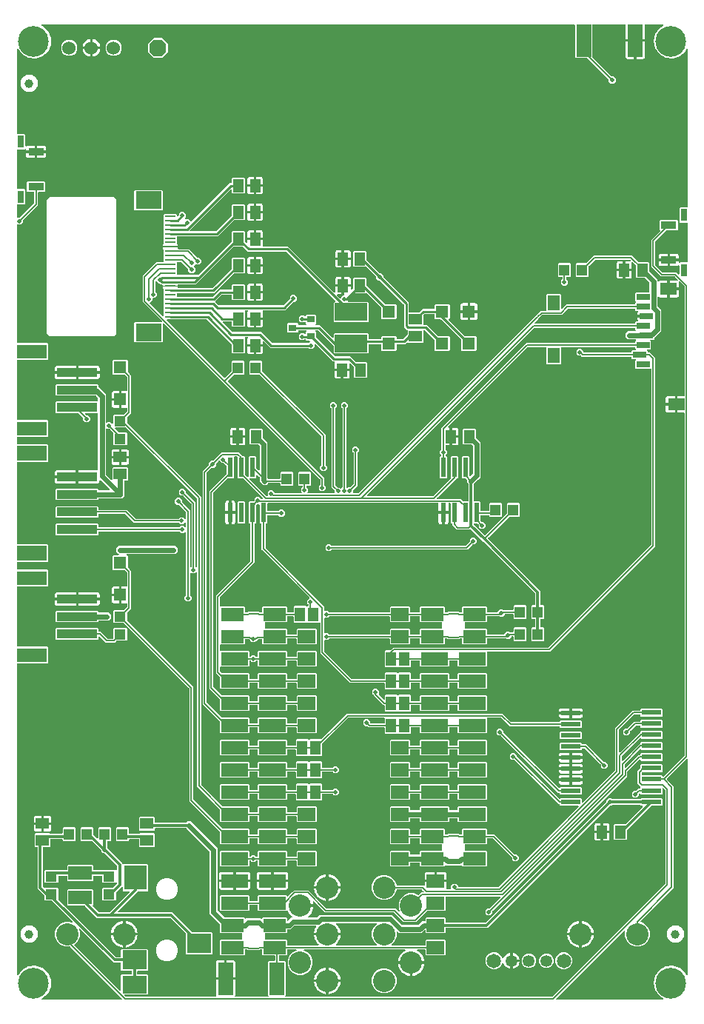
<source format=gbr>
G04 EAGLE Gerber RS-274X export*
G75*
%MOMM*%
%FSLAX34Y34*%
%LPD*%
%INBottom Copper*%
%IPPOS*%
%AMOC8*
5,1,8,0,0,1.08239X$1,22.5*%
G01*
%ADD10R,1.250000X0.275000*%
%ADD11R,3.000000X2.000000*%
%ADD12R,2.540000X1.524000*%
%ADD13R,3.048000X1.524000*%
%ADD14R,1.900000X1.400000*%
%ADD15R,1.400000X1.800000*%
%ADD16R,1.500000X0.700000*%
%ADD17R,1.240000X1.500000*%
%ADD18R,4.600000X1.000000*%
%ADD19R,3.400000X1.700000*%
%ADD20R,1.500000X1.240000*%
%ADD21R,3.400000X1.600000*%
%ADD22R,1.300000X1.200000*%
%ADD23R,1.400000X1.400000*%
%ADD24R,2.700000X1.600000*%
%ADD25R,1.200000X1.300000*%
%ADD26R,1.200000X1.500000*%
%ADD27R,0.900000X0.800000*%
%ADD28R,1.778000X0.900000*%
%ADD29R,0.800000X1.450000*%
%ADD30R,1.500000X1.300000*%
%ADD31R,2.200000X0.600000*%
%ADD32R,0.600000X2.200000*%
%ADD33R,2.000000X1.500000*%
%ADD34R,1.168400X1.600200*%
%ADD35R,0.635000X0.203200*%
%ADD36C,1.524000*%
%ADD37C,3.516000*%
%ADD38C,1.000000*%
%ADD39P,2.089446X8X202.500000*%
%ADD40C,1.650000*%
%ADD41C,1.350000*%
%ADD42R,2.800000X2.000000*%
%ADD43R,2.600000X2.800000*%
%ADD44R,2.800000X2.200000*%
%ADD45C,2.540000*%
%ADD46R,1.700000X3.700000*%
%ADD47R,3.700000X2.000000*%
%ADD48C,0.508000*%
%ADD49C,0.152400*%
%ADD50C,0.304800*%
%ADD51C,0.609600*%
%ADD52C,0.279400*%
%ADD53C,0.254000*%

G36*
X120728Y3822D02*
X120728Y3822D01*
X120800Y3824D01*
X120849Y3842D01*
X120900Y3850D01*
X120964Y3884D01*
X121031Y3909D01*
X121072Y3941D01*
X121118Y3966D01*
X121167Y4017D01*
X121223Y4062D01*
X121251Y4106D01*
X121287Y4144D01*
X121317Y4209D01*
X121356Y4269D01*
X121369Y4320D01*
X121391Y4367D01*
X121399Y4438D01*
X121416Y4508D01*
X121412Y4560D01*
X121418Y4611D01*
X121403Y4682D01*
X121397Y4753D01*
X121377Y4801D01*
X121366Y4852D01*
X121329Y4913D01*
X121301Y4979D01*
X121256Y5035D01*
X121239Y5063D01*
X121222Y5078D01*
X121196Y5110D01*
X62014Y64292D01*
X61940Y64345D01*
X61870Y64405D01*
X61840Y64417D01*
X61814Y64436D01*
X61727Y64463D01*
X61642Y64497D01*
X61601Y64501D01*
X61579Y64508D01*
X61547Y64507D01*
X61476Y64515D01*
X56111Y64515D01*
X50882Y66681D01*
X46881Y70682D01*
X44715Y75911D01*
X44715Y81569D01*
X46881Y86798D01*
X50882Y90799D01*
X56111Y92965D01*
X61769Y92965D01*
X64233Y91944D01*
X64328Y91922D01*
X64421Y91893D01*
X64447Y91894D01*
X64472Y91888D01*
X64569Y91897D01*
X64667Y91900D01*
X64691Y91909D01*
X64717Y91911D01*
X64806Y91951D01*
X64898Y91984D01*
X64918Y92001D01*
X64942Y92011D01*
X65014Y92077D01*
X65090Y92138D01*
X65104Y92160D01*
X65123Y92178D01*
X65170Y92263D01*
X65223Y92345D01*
X65229Y92370D01*
X65242Y92393D01*
X65259Y92489D01*
X65283Y92583D01*
X65281Y92609D01*
X65285Y92635D01*
X65271Y92732D01*
X65264Y92829D01*
X65253Y92853D01*
X65250Y92879D01*
X65205Y92966D01*
X65167Y93055D01*
X65147Y93080D01*
X65138Y93098D01*
X65114Y93121D01*
X65062Y93186D01*
X41536Y116712D01*
X41462Y116765D01*
X41393Y116825D01*
X41363Y116837D01*
X41336Y116856D01*
X41249Y116883D01*
X41165Y116917D01*
X41124Y116921D01*
X41101Y116928D01*
X41069Y116927D01*
X40998Y116935D01*
X33508Y116935D01*
X32615Y117828D01*
X32615Y122778D01*
X32601Y122868D01*
X32593Y122959D01*
X32581Y122989D01*
X32576Y123021D01*
X32533Y123101D01*
X32497Y123185D01*
X32471Y123217D01*
X32460Y123238D01*
X32437Y123260D01*
X32392Y123316D01*
X24891Y130817D01*
X24891Y177294D01*
X24888Y177314D01*
X24890Y177333D01*
X24868Y177435D01*
X24852Y177537D01*
X24842Y177554D01*
X24838Y177574D01*
X24785Y177663D01*
X24736Y177754D01*
X24722Y177768D01*
X24712Y177785D01*
X24633Y177852D01*
X24558Y177924D01*
X24540Y177932D01*
X24525Y177945D01*
X24429Y177984D01*
X24335Y178027D01*
X24315Y178029D01*
X24297Y178037D01*
X24130Y178055D01*
X22348Y178055D01*
X21455Y178948D01*
X21455Y193212D01*
X22348Y194105D01*
X38612Y194105D01*
X38945Y193772D01*
X39019Y193718D01*
X39088Y193659D01*
X39118Y193647D01*
X39144Y193628D01*
X39231Y193601D01*
X39316Y193567D01*
X39357Y193563D01*
X39379Y193556D01*
X39412Y193557D01*
X39483Y193549D01*
X52674Y193549D01*
X52694Y193552D01*
X52713Y193550D01*
X52815Y193572D01*
X52917Y193588D01*
X52934Y193598D01*
X52954Y193602D01*
X53043Y193655D01*
X53134Y193704D01*
X53148Y193718D01*
X53165Y193728D01*
X53232Y193807D01*
X53304Y193882D01*
X53312Y193900D01*
X53325Y193915D01*
X53364Y194011D01*
X53407Y194105D01*
X53409Y194125D01*
X53417Y194143D01*
X53435Y194310D01*
X53435Y200172D01*
X54328Y201065D01*
X67592Y201065D01*
X68485Y200172D01*
X68485Y185908D01*
X67592Y185015D01*
X54328Y185015D01*
X53435Y185908D01*
X53435Y186690D01*
X53432Y186710D01*
X53434Y186729D01*
X53412Y186831D01*
X53396Y186933D01*
X53386Y186950D01*
X53382Y186970D01*
X53329Y187059D01*
X53280Y187150D01*
X53266Y187164D01*
X53256Y187181D01*
X53177Y187248D01*
X53102Y187320D01*
X53084Y187328D01*
X53069Y187341D01*
X52973Y187380D01*
X52879Y187423D01*
X52859Y187425D01*
X52841Y187433D01*
X52674Y187451D01*
X40266Y187451D01*
X40246Y187448D01*
X40227Y187450D01*
X40125Y187428D01*
X40023Y187412D01*
X40006Y187402D01*
X39986Y187398D01*
X39897Y187345D01*
X39806Y187296D01*
X39792Y187282D01*
X39775Y187272D01*
X39708Y187193D01*
X39636Y187118D01*
X39628Y187100D01*
X39615Y187085D01*
X39576Y186989D01*
X39533Y186895D01*
X39531Y186875D01*
X39523Y186857D01*
X39505Y186690D01*
X39505Y178948D01*
X38612Y178055D01*
X31750Y178055D01*
X31730Y178052D01*
X31711Y178054D01*
X31609Y178032D01*
X31507Y178016D01*
X31490Y178006D01*
X31470Y178002D01*
X31381Y177949D01*
X31290Y177900D01*
X31276Y177886D01*
X31259Y177876D01*
X31192Y177797D01*
X31120Y177722D01*
X31112Y177704D01*
X31099Y177689D01*
X31060Y177593D01*
X31017Y177499D01*
X31015Y177479D01*
X31007Y177461D01*
X30989Y177294D01*
X30989Y133658D01*
X31003Y133568D01*
X31011Y133477D01*
X31023Y133447D01*
X31028Y133415D01*
X31071Y133335D01*
X31107Y133251D01*
X31133Y133219D01*
X31144Y133198D01*
X31167Y133176D01*
X31212Y133120D01*
X32389Y131942D01*
X32406Y131931D01*
X32418Y131915D01*
X32505Y131859D01*
X32589Y131799D01*
X32608Y131793D01*
X32625Y131782D01*
X32725Y131757D01*
X32824Y131726D01*
X32844Y131727D01*
X32863Y131722D01*
X32966Y131730D01*
X33070Y131733D01*
X33089Y131740D01*
X33109Y131741D01*
X33204Y131782D01*
X33301Y131817D01*
X33317Y131830D01*
X33335Y131837D01*
X33466Y131942D01*
X33508Y131985D01*
X47772Y131985D01*
X48665Y131092D01*
X48665Y118522D01*
X48679Y118432D01*
X48687Y118341D01*
X48699Y118311D01*
X48704Y118279D01*
X48747Y118199D01*
X48783Y118115D01*
X48809Y118083D01*
X48820Y118062D01*
X48843Y118040D01*
X48888Y117984D01*
X114390Y52482D01*
X114464Y52429D01*
X114533Y52369D01*
X114563Y52357D01*
X114590Y52338D01*
X114677Y52311D01*
X114761Y52277D01*
X114802Y52273D01*
X114825Y52266D01*
X114857Y52267D01*
X114928Y52259D01*
X119434Y52259D01*
X119454Y52262D01*
X119473Y52260D01*
X119575Y52282D01*
X119677Y52298D01*
X119694Y52308D01*
X119714Y52312D01*
X119803Y52365D01*
X119894Y52414D01*
X119908Y52428D01*
X119925Y52438D01*
X119992Y52517D01*
X120064Y52592D01*
X120072Y52610D01*
X120085Y52625D01*
X120124Y52721D01*
X120167Y52815D01*
X120169Y52835D01*
X120177Y52853D01*
X120195Y53020D01*
X120195Y60842D01*
X121088Y61735D01*
X150352Y61735D01*
X151245Y60842D01*
X151245Y37578D01*
X150352Y36685D01*
X139530Y36685D01*
X139510Y36682D01*
X139491Y36684D01*
X139389Y36662D01*
X139287Y36646D01*
X139270Y36636D01*
X139250Y36632D01*
X139161Y36579D01*
X139070Y36530D01*
X139056Y36516D01*
X139039Y36506D01*
X138972Y36427D01*
X138900Y36352D01*
X138892Y36334D01*
X138879Y36319D01*
X138840Y36223D01*
X138797Y36129D01*
X138795Y36109D01*
X138787Y36091D01*
X138769Y35924D01*
X138769Y33496D01*
X138772Y33478D01*
X138770Y33460D01*
X138770Y33459D01*
X138770Y33457D01*
X138792Y33355D01*
X138808Y33253D01*
X138818Y33236D01*
X138822Y33216D01*
X138875Y33127D01*
X138924Y33036D01*
X138938Y33022D01*
X138948Y33005D01*
X139027Y32938D01*
X139102Y32866D01*
X139120Y32858D01*
X139135Y32845D01*
X139231Y32806D01*
X139325Y32763D01*
X139345Y32761D01*
X139363Y32753D01*
X139530Y32735D01*
X150352Y32735D01*
X151245Y31842D01*
X151245Y10578D01*
X150352Y9685D01*
X124926Y9685D01*
X124856Y9674D01*
X124784Y9672D01*
X124735Y9654D01*
X124684Y9646D01*
X124620Y9612D01*
X124553Y9587D01*
X124512Y9555D01*
X124466Y9530D01*
X124417Y9478D01*
X124361Y9434D01*
X124333Y9390D01*
X124297Y9352D01*
X124267Y9287D01*
X124228Y9227D01*
X124215Y9176D01*
X124193Y9129D01*
X124185Y9058D01*
X124168Y8988D01*
X124172Y8936D01*
X124166Y8885D01*
X124181Y8814D01*
X124187Y8743D01*
X124207Y8695D01*
X124218Y8644D01*
X124255Y8583D01*
X124283Y8517D01*
X124328Y8461D01*
X124345Y8433D01*
X124362Y8418D01*
X124388Y8386D01*
X125692Y7082D01*
X125766Y7029D01*
X125836Y6969D01*
X125866Y6957D01*
X125892Y6938D01*
X125979Y6911D01*
X126064Y6877D01*
X126105Y6873D01*
X126127Y6866D01*
X126159Y6867D01*
X126231Y6859D01*
X228478Y6859D01*
X228572Y6874D01*
X228667Y6883D01*
X228693Y6894D01*
X228721Y6898D01*
X228805Y6943D01*
X228892Y6981D01*
X228913Y7000D01*
X228938Y7014D01*
X229004Y7083D01*
X229074Y7147D01*
X229088Y7171D01*
X229108Y7192D01*
X229148Y7278D01*
X229194Y7362D01*
X229199Y7389D01*
X229211Y7415D01*
X229222Y7510D01*
X229239Y7603D01*
X229235Y7631D01*
X229238Y7659D01*
X229218Y7753D01*
X229205Y7847D01*
X229190Y7879D01*
X229186Y7900D01*
X229169Y7928D01*
X229137Y8001D01*
X228872Y8459D01*
X228699Y9106D01*
X228699Y26417D01*
X238978Y26417D01*
X238998Y26420D01*
X239017Y26418D01*
X239119Y26440D01*
X239221Y26457D01*
X239238Y26466D01*
X239258Y26470D01*
X239347Y26523D01*
X239438Y26572D01*
X239452Y26586D01*
X239469Y26596D01*
X239536Y26675D01*
X239607Y26750D01*
X239616Y26768D01*
X239629Y26783D01*
X239668Y26879D01*
X239711Y26973D01*
X239713Y26993D01*
X239721Y27011D01*
X239739Y27178D01*
X239739Y27941D01*
X239741Y27941D01*
X239741Y27178D01*
X239744Y27158D01*
X239742Y27139D01*
X239764Y27037D01*
X239781Y26935D01*
X239790Y26918D01*
X239794Y26898D01*
X239847Y26809D01*
X239896Y26718D01*
X239910Y26704D01*
X239920Y26687D01*
X239999Y26620D01*
X240074Y26549D01*
X240092Y26540D01*
X240107Y26527D01*
X240203Y26488D01*
X240297Y26445D01*
X240317Y26443D01*
X240335Y26435D01*
X240502Y26417D01*
X250781Y26417D01*
X250781Y9106D01*
X250608Y8459D01*
X250343Y8001D01*
X250309Y7911D01*
X250269Y7825D01*
X250266Y7797D01*
X250256Y7771D01*
X250252Y7675D01*
X250242Y7581D01*
X250248Y7553D01*
X250247Y7525D01*
X250274Y7433D01*
X250294Y7340D01*
X250309Y7316D01*
X250317Y7289D01*
X250371Y7211D01*
X250420Y7129D01*
X250442Y7111D01*
X250458Y7088D01*
X250535Y7031D01*
X250607Y6969D01*
X250633Y6959D01*
X250656Y6942D01*
X250747Y6913D01*
X250835Y6877D01*
X250871Y6873D01*
X250890Y6867D01*
X250923Y6867D01*
X251002Y6859D01*
X288827Y6859D01*
X288898Y6870D01*
X288970Y6872D01*
X289019Y6890D01*
X289070Y6898D01*
X289133Y6932D01*
X289201Y6957D01*
X289241Y6989D01*
X289287Y7014D01*
X289337Y7066D01*
X289393Y7110D01*
X289421Y7154D01*
X289457Y7192D01*
X289487Y7257D01*
X289526Y7317D01*
X289538Y7368D01*
X289560Y7415D01*
X289568Y7486D01*
X289586Y7556D01*
X289582Y7608D01*
X289587Y7659D01*
X289572Y7730D01*
X289567Y7801D01*
X289546Y7849D01*
X289535Y7900D01*
X289498Y7961D01*
X289470Y8027D01*
X289425Y8083D01*
X289409Y8111D01*
X289391Y8126D01*
X289365Y8158D01*
X288715Y8808D01*
X288715Y47072D01*
X289608Y47965D01*
X295692Y47965D01*
X295712Y47968D01*
X295731Y47966D01*
X295833Y47988D01*
X295935Y48004D01*
X295952Y48014D01*
X295972Y48018D01*
X296061Y48071D01*
X296152Y48120D01*
X296166Y48134D01*
X296183Y48144D01*
X296250Y48223D01*
X296322Y48298D01*
X296330Y48316D01*
X296343Y48331D01*
X296382Y48427D01*
X296425Y48521D01*
X296427Y48541D01*
X296435Y48559D01*
X296453Y48726D01*
X296453Y53594D01*
X296450Y53614D01*
X296452Y53633D01*
X296430Y53735D01*
X296414Y53837D01*
X296404Y53854D01*
X296400Y53874D01*
X296347Y53963D01*
X296298Y54054D01*
X296284Y54068D01*
X296274Y54085D01*
X296195Y54152D01*
X296120Y54224D01*
X296102Y54232D01*
X296087Y54245D01*
X295991Y54284D01*
X295897Y54327D01*
X295877Y54329D01*
X295859Y54337D01*
X295692Y54355D01*
X282578Y54355D01*
X281685Y55248D01*
X281685Y60452D01*
X281682Y60472D01*
X281684Y60491D01*
X281662Y60593D01*
X281646Y60695D01*
X281636Y60712D01*
X281632Y60732D01*
X281579Y60821D01*
X281530Y60912D01*
X281516Y60926D01*
X281506Y60943D01*
X281427Y61010D01*
X281352Y61082D01*
X281334Y61090D01*
X281319Y61103D01*
X281223Y61142D01*
X281129Y61185D01*
X281109Y61187D01*
X281091Y61195D01*
X280924Y61213D01*
X279536Y61213D01*
X279446Y61199D01*
X279355Y61191D01*
X279325Y61179D01*
X279294Y61174D01*
X279213Y61131D01*
X279129Y61095D01*
X279097Y61069D01*
X279076Y61058D01*
X279054Y61035D01*
X278998Y60990D01*
X278349Y60341D01*
X265211Y60341D01*
X264562Y60990D01*
X264488Y61043D01*
X264419Y61103D01*
X264388Y61115D01*
X264362Y61134D01*
X264275Y61161D01*
X264190Y61195D01*
X264150Y61199D01*
X264127Y61206D01*
X264095Y61205D01*
X264024Y61213D01*
X262636Y61213D01*
X262616Y61210D01*
X262597Y61212D01*
X262495Y61190D01*
X262393Y61174D01*
X262376Y61164D01*
X262356Y61160D01*
X262267Y61107D01*
X262176Y61058D01*
X262162Y61044D01*
X262145Y61034D01*
X262078Y60955D01*
X262006Y60880D01*
X261998Y60862D01*
X261985Y60847D01*
X261946Y60751D01*
X261903Y60657D01*
X261901Y60637D01*
X261893Y60619D01*
X261875Y60452D01*
X261875Y55248D01*
X260982Y54355D01*
X234318Y54355D01*
X233425Y55248D01*
X233425Y71752D01*
X234318Y72645D01*
X258247Y72645D01*
X258292Y72652D01*
X258338Y72650D01*
X258413Y72672D01*
X258490Y72684D01*
X258530Y72706D01*
X258575Y72719D01*
X258639Y72763D01*
X258707Y72800D01*
X258739Y72833D01*
X258777Y72859D01*
X258823Y72921D01*
X258877Y72978D01*
X258896Y73020D01*
X258923Y73056D01*
X258947Y73130D01*
X258980Y73201D01*
X258985Y73247D01*
X259000Y73290D01*
X258999Y73368D01*
X259007Y73445D01*
X258998Y73490D01*
X258997Y73536D01*
X258969Y73632D01*
X258969Y78765D01*
X258980Y78789D01*
X258989Y78866D01*
X259007Y78942D01*
X259002Y78988D01*
X259007Y79033D01*
X258991Y79110D01*
X258983Y79187D01*
X258965Y79229D01*
X258955Y79274D01*
X258915Y79341D01*
X258884Y79412D01*
X258852Y79446D01*
X258829Y79485D01*
X258770Y79536D01*
X258717Y79593D01*
X258677Y79615D01*
X258642Y79645D01*
X258570Y79674D01*
X258502Y79711D01*
X258456Y79720D01*
X258414Y79737D01*
X258278Y79752D01*
X258260Y79755D01*
X258255Y79754D01*
X258247Y79755D01*
X234318Y79755D01*
X233425Y80648D01*
X233425Y89877D01*
X233411Y89967D01*
X233403Y90058D01*
X233391Y90088D01*
X233386Y90120D01*
X233343Y90200D01*
X233307Y90284D01*
X233281Y90316D01*
X233270Y90337D01*
X233247Y90359D01*
X233202Y90415D01*
X221487Y102130D01*
X221487Y173051D01*
X221473Y173141D01*
X221465Y173232D01*
X221453Y173261D01*
X221448Y173293D01*
X221405Y173374D01*
X221369Y173458D01*
X221343Y173490D01*
X221332Y173511D01*
X221309Y173533D01*
X221264Y173589D01*
X195077Y199776D01*
X195003Y199829D01*
X194933Y199889D01*
X194903Y199901D01*
X194877Y199920D01*
X194790Y199947D01*
X194705Y199981D01*
X194664Y199985D01*
X194642Y199992D01*
X194610Y199991D01*
X194539Y199999D01*
X159646Y199999D01*
X159626Y199996D01*
X159607Y199998D01*
X159505Y199976D01*
X159403Y199960D01*
X159386Y199950D01*
X159366Y199946D01*
X159277Y199893D01*
X159186Y199844D01*
X159172Y199830D01*
X159155Y199820D01*
X159088Y199741D01*
X159016Y199666D01*
X159008Y199648D01*
X158995Y199633D01*
X158956Y199537D01*
X158913Y199443D01*
X158911Y199423D01*
X158903Y199405D01*
X158885Y199238D01*
X158885Y197948D01*
X157992Y197055D01*
X141728Y197055D01*
X140835Y197948D01*
X140835Y212212D01*
X141728Y213105D01*
X157992Y213105D01*
X158885Y212212D01*
X158885Y206858D01*
X158888Y206838D01*
X158886Y206819D01*
X158908Y206717D01*
X158924Y206615D01*
X158934Y206598D01*
X158938Y206578D01*
X158991Y206489D01*
X159040Y206398D01*
X159054Y206384D01*
X159064Y206367D01*
X159143Y206300D01*
X159218Y206228D01*
X159236Y206220D01*
X159251Y206207D01*
X159347Y206168D01*
X159441Y206125D01*
X159461Y206123D01*
X159479Y206115D01*
X159646Y206097D01*
X194235Y206097D01*
X194325Y206111D01*
X194416Y206119D01*
X194445Y206131D01*
X194477Y206136D01*
X194558Y206179D01*
X194642Y206215D01*
X194674Y206241D01*
X194695Y206252D01*
X194717Y206275D01*
X194773Y206320D01*
X196226Y207773D01*
X200014Y207773D01*
X230633Y177154D01*
X230633Y106234D01*
X230647Y106144D01*
X230655Y106053D01*
X230667Y106023D01*
X230672Y105991D01*
X230715Y105910D01*
X230751Y105826D01*
X230777Y105794D01*
X230788Y105773D01*
X230811Y105751D01*
X230856Y105695D01*
X238283Y98268D01*
X238357Y98215D01*
X238427Y98155D01*
X238457Y98143D01*
X238483Y98124D01*
X238570Y98097D01*
X238655Y98063D01*
X238696Y98059D01*
X238718Y98052D01*
X238750Y98053D01*
X238822Y98045D01*
X260982Y98045D01*
X261875Y97152D01*
X261875Y97026D01*
X261886Y96955D01*
X261888Y96884D01*
X261906Y96835D01*
X261914Y96783D01*
X261948Y96720D01*
X261973Y96653D01*
X262005Y96612D01*
X262030Y96566D01*
X262081Y96517D01*
X262126Y96460D01*
X262170Y96432D01*
X262208Y96396D01*
X262273Y96366D01*
X262333Y96328D01*
X262384Y96315D01*
X262431Y96293D01*
X262502Y96285D01*
X262572Y96267D01*
X262624Y96272D01*
X262675Y96266D01*
X262746Y96281D01*
X262817Y96287D01*
X262865Y96307D01*
X262916Y96318D01*
X262977Y96355D01*
X263043Y96383D01*
X263099Y96428D01*
X263127Y96444D01*
X263142Y96462D01*
X263174Y96488D01*
X263317Y96631D01*
X280243Y96631D01*
X280386Y96488D01*
X280444Y96446D01*
X280496Y96396D01*
X280543Y96375D01*
X280585Y96344D01*
X280654Y96323D01*
X280719Y96293D01*
X280771Y96287D01*
X280821Y96272D01*
X280892Y96274D01*
X280963Y96266D01*
X281014Y96277D01*
X281066Y96278D01*
X281134Y96303D01*
X281204Y96318D01*
X281249Y96345D01*
X281297Y96363D01*
X281353Y96407D01*
X281415Y96444D01*
X281449Y96484D01*
X281489Y96516D01*
X281528Y96577D01*
X281575Y96631D01*
X281594Y96679D01*
X281622Y96723D01*
X281640Y96793D01*
X281667Y96859D01*
X281675Y96931D01*
X281683Y96962D01*
X281681Y96985D01*
X281685Y97026D01*
X281685Y97152D01*
X282578Y98045D01*
X309242Y98045D01*
X310135Y97152D01*
X310135Y94715D01*
X310146Y94644D01*
X310148Y94573D01*
X310166Y94524D01*
X310174Y94472D01*
X310208Y94409D01*
X310233Y94342D01*
X310265Y94301D01*
X310290Y94255D01*
X310342Y94206D01*
X310386Y94150D01*
X310430Y94122D01*
X310468Y94086D01*
X310533Y94055D01*
X310593Y94017D01*
X310644Y94004D01*
X310691Y93982D01*
X310762Y93974D01*
X310832Y93957D01*
X310884Y93961D01*
X310935Y93955D01*
X311006Y93970D01*
X311077Y93976D01*
X311125Y93996D01*
X311176Y94007D01*
X311237Y94044D01*
X311303Y94072D01*
X311359Y94117D01*
X311387Y94133D01*
X311402Y94151D01*
X311434Y94177D01*
X314794Y97537D01*
X315709Y97537D01*
X315717Y97538D01*
X315725Y97537D01*
X315838Y97558D01*
X315952Y97576D01*
X315959Y97580D01*
X315967Y97582D01*
X316068Y97638D01*
X316169Y97692D01*
X316175Y97697D01*
X316182Y97701D01*
X316260Y97787D01*
X316338Y97870D01*
X316342Y97877D01*
X316347Y97883D01*
X316394Y97989D01*
X316442Y98093D01*
X316443Y98101D01*
X316446Y98108D01*
X316457Y98223D01*
X316469Y98337D01*
X316467Y98345D01*
X316468Y98353D01*
X316441Y98465D01*
X316417Y98578D01*
X316413Y98585D01*
X316411Y98592D01*
X316350Y98690D01*
X316291Y98789D01*
X316285Y98794D01*
X316280Y98801D01*
X316156Y98914D01*
X315191Y99615D01*
X313495Y101311D01*
X312085Y103252D01*
X310969Y105443D01*
X310961Y105453D01*
X310946Y105494D01*
X310916Y105531D01*
X310894Y105574D01*
X310840Y105627D01*
X310793Y105686D01*
X310752Y105712D01*
X310717Y105745D01*
X310649Y105778D01*
X310586Y105819D01*
X310539Y105830D01*
X310495Y105851D01*
X310420Y105860D01*
X310347Y105879D01*
X310299Y105875D01*
X310251Y105881D01*
X310177Y105865D01*
X310102Y105860D01*
X310058Y105841D01*
X310010Y105831D01*
X309945Y105793D01*
X309876Y105763D01*
X309825Y105723D01*
X309798Y105707D01*
X309781Y105688D01*
X309745Y105658D01*
X309242Y105155D01*
X277498Y105155D01*
X276605Y106048D01*
X276605Y111252D01*
X276602Y111272D01*
X276604Y111291D01*
X276582Y111393D01*
X276566Y111495D01*
X276556Y111512D01*
X276552Y111532D01*
X276499Y111621D01*
X276450Y111712D01*
X276436Y111726D01*
X276426Y111743D01*
X276347Y111810D01*
X276272Y111882D01*
X276254Y111890D01*
X276239Y111903D01*
X276143Y111942D01*
X276049Y111985D01*
X276029Y111987D01*
X276011Y111995D01*
X275844Y112013D01*
X267716Y112013D01*
X267696Y112010D01*
X267677Y112012D01*
X267575Y111990D01*
X267473Y111974D01*
X267456Y111964D01*
X267436Y111960D01*
X267347Y111907D01*
X267256Y111858D01*
X267242Y111844D01*
X267225Y111834D01*
X267158Y111755D01*
X267086Y111680D01*
X267078Y111662D01*
X267065Y111647D01*
X267026Y111551D01*
X266983Y111457D01*
X266981Y111437D01*
X266973Y111419D01*
X266955Y111252D01*
X266955Y106048D01*
X266062Y105155D01*
X234318Y105155D01*
X233425Y106048D01*
X233425Y122552D01*
X234318Y123445D01*
X266062Y123445D01*
X266955Y122552D01*
X266955Y117348D01*
X266958Y117328D01*
X266956Y117309D01*
X266978Y117207D01*
X266994Y117105D01*
X267004Y117088D01*
X267008Y117068D01*
X267061Y116979D01*
X267110Y116888D01*
X267124Y116874D01*
X267134Y116857D01*
X267213Y116790D01*
X267288Y116718D01*
X267306Y116710D01*
X267321Y116697D01*
X267417Y116658D01*
X267511Y116615D01*
X267531Y116613D01*
X267549Y116605D01*
X267716Y116587D01*
X275844Y116587D01*
X275864Y116590D01*
X275883Y116588D01*
X275985Y116610D01*
X276087Y116626D01*
X276104Y116636D01*
X276124Y116640D01*
X276213Y116693D01*
X276304Y116742D01*
X276318Y116756D01*
X276335Y116766D01*
X276402Y116845D01*
X276474Y116920D01*
X276482Y116938D01*
X276495Y116953D01*
X276534Y117049D01*
X276577Y117143D01*
X276579Y117163D01*
X276587Y117181D01*
X276605Y117348D01*
X276605Y122552D01*
X277498Y123445D01*
X309242Y123445D01*
X310135Y122552D01*
X310135Y122520D01*
X310146Y122449D01*
X310148Y122377D01*
X310166Y122328D01*
X310174Y122277D01*
X310208Y122214D01*
X310233Y122146D01*
X310265Y122106D01*
X310290Y122060D01*
X310342Y122010D01*
X310386Y121954D01*
X310430Y121926D01*
X310468Y121890D01*
X310533Y121860D01*
X310593Y121821D01*
X310644Y121809D01*
X310691Y121787D01*
X310762Y121779D01*
X310832Y121761D01*
X310884Y121765D01*
X310935Y121760D01*
X311006Y121775D01*
X311077Y121780D01*
X311125Y121801D01*
X311176Y121812D01*
X311237Y121849D01*
X311303Y121877D01*
X311359Y121922D01*
X311387Y121938D01*
X311402Y121956D01*
X311434Y121982D01*
X316403Y126950D01*
X317965Y128513D01*
X335223Y128513D01*
X355435Y108301D01*
X355509Y108248D01*
X355579Y108188D01*
X355609Y108176D01*
X355635Y108157D01*
X355722Y108130D01*
X355807Y108096D01*
X355848Y108092D01*
X355870Y108085D01*
X355902Y108086D01*
X355974Y108078D01*
X434398Y108078D01*
X437897Y104579D01*
X437976Y104522D01*
X438051Y104460D01*
X438076Y104450D01*
X438097Y104435D01*
X438190Y104406D01*
X438281Y104372D01*
X438307Y104370D01*
X438332Y104363D01*
X438429Y104365D01*
X438527Y104361D01*
X438552Y104368D01*
X438578Y104369D01*
X438670Y104403D01*
X438763Y104430D01*
X438784Y104445D01*
X438809Y104454D01*
X438885Y104514D01*
X438965Y104570D01*
X438981Y104591D01*
X439001Y104607D01*
X439054Y104689D01*
X439112Y104767D01*
X439120Y104792D01*
X439134Y104814D01*
X439158Y104909D01*
X439188Y105001D01*
X439188Y105027D01*
X439194Y105053D01*
X439187Y105150D01*
X439186Y105247D01*
X439176Y105279D01*
X439175Y105298D01*
X439162Y105328D01*
X439139Y105408D01*
X437895Y108411D01*
X437895Y114069D01*
X440061Y119298D01*
X444062Y123299D01*
X449291Y125465D01*
X454949Y125465D01*
X460250Y123269D01*
X460364Y123242D01*
X460478Y123214D01*
X460484Y123214D01*
X460490Y123213D01*
X460607Y123224D01*
X460723Y123233D01*
X460729Y123235D01*
X460735Y123236D01*
X460842Y123284D01*
X460949Y123329D01*
X460955Y123334D01*
X460960Y123336D01*
X460973Y123349D01*
X461080Y123434D01*
X462310Y124664D01*
X462363Y124738D01*
X462423Y124808D01*
X462435Y124838D01*
X462454Y124864D01*
X462481Y124951D01*
X462501Y125001D01*
X463873Y126373D01*
X465830Y126373D01*
X465900Y126384D01*
X465972Y126386D01*
X466021Y126404D01*
X466072Y126412D01*
X466136Y126446D01*
X466203Y126471D01*
X466244Y126503D01*
X466290Y126528D01*
X466339Y126580D01*
X466395Y126624D01*
X466423Y126668D01*
X466459Y126706D01*
X466489Y126771D01*
X466528Y126831D01*
X466541Y126882D01*
X466563Y126929D01*
X466571Y127000D01*
X466588Y127070D01*
X466584Y127122D01*
X466590Y127173D01*
X466575Y127244D01*
X466569Y127315D01*
X466549Y127363D01*
X466538Y127414D01*
X466501Y127475D01*
X466473Y127541D01*
X466428Y127597D01*
X466411Y127625D01*
X466394Y127640D01*
X466368Y127672D01*
X464470Y129570D01*
X464396Y129623D01*
X464326Y129683D01*
X464296Y129695D01*
X464270Y129714D01*
X464183Y129741D01*
X464098Y129775D01*
X464057Y129779D01*
X464035Y129786D01*
X464003Y129785D01*
X463931Y129793D01*
X436078Y129793D01*
X435963Y129774D01*
X435847Y129757D01*
X435842Y129755D01*
X435835Y129754D01*
X435733Y129699D01*
X435628Y129646D01*
X435624Y129641D01*
X435618Y129638D01*
X435538Y129554D01*
X435456Y129470D01*
X435452Y129464D01*
X435449Y129460D01*
X435441Y129443D01*
X435375Y129323D01*
X433179Y124022D01*
X429178Y120021D01*
X423949Y117855D01*
X418291Y117855D01*
X413062Y120021D01*
X409061Y124022D01*
X406895Y129251D01*
X406895Y134909D01*
X409061Y140138D01*
X413062Y144139D01*
X418291Y146305D01*
X423949Y146305D01*
X429178Y144139D01*
X433179Y140138D01*
X435375Y134837D01*
X435437Y134737D01*
X435496Y134637D01*
X435501Y134633D01*
X435505Y134628D01*
X435594Y134553D01*
X435683Y134477D01*
X435689Y134475D01*
X435694Y134471D01*
X435802Y134429D01*
X435911Y134385D01*
X435919Y134384D01*
X435924Y134383D01*
X435942Y134382D01*
X436078Y134367D01*
X466141Y134367D01*
X466220Y134288D01*
X466278Y134246D01*
X466330Y134197D01*
X466377Y134175D01*
X466419Y134145D01*
X466488Y134124D01*
X466553Y134093D01*
X466605Y134088D01*
X466655Y134072D01*
X466726Y134074D01*
X466797Y134066D01*
X466848Y134077D01*
X466900Y134079D01*
X466968Y134103D01*
X467038Y134118D01*
X467083Y134145D01*
X467131Y134163D01*
X467187Y134208D01*
X467249Y134245D01*
X467283Y134284D01*
X467323Y134317D01*
X467362Y134377D01*
X467409Y134432D01*
X467428Y134480D01*
X467456Y134524D01*
X467474Y134593D01*
X467501Y134660D01*
X467509Y134731D01*
X467517Y134762D01*
X467515Y134785D01*
X467519Y134826D01*
X467519Y138177D01*
X479298Y138177D01*
X479318Y138180D01*
X479337Y138178D01*
X479439Y138200D01*
X479541Y138217D01*
X479558Y138226D01*
X479578Y138230D01*
X479667Y138283D01*
X479758Y138332D01*
X479772Y138346D01*
X479789Y138356D01*
X479856Y138435D01*
X479927Y138510D01*
X479936Y138528D01*
X479949Y138543D01*
X479988Y138639D01*
X480031Y138733D01*
X480033Y138753D01*
X480041Y138771D01*
X480059Y138938D01*
X480059Y139701D01*
X480061Y139701D01*
X480061Y138938D01*
X480064Y138918D01*
X480062Y138899D01*
X480084Y138797D01*
X480101Y138695D01*
X480110Y138678D01*
X480114Y138658D01*
X480167Y138569D01*
X480216Y138478D01*
X480230Y138464D01*
X480240Y138447D01*
X480319Y138380D01*
X480394Y138309D01*
X480412Y138300D01*
X480427Y138287D01*
X480523Y138248D01*
X480617Y138205D01*
X480637Y138203D01*
X480655Y138195D01*
X480822Y138177D01*
X492601Y138177D01*
X492601Y131866D01*
X492428Y131219D01*
X492187Y130803D01*
X492153Y130713D01*
X492113Y130627D01*
X492110Y130599D01*
X492100Y130573D01*
X492096Y130477D01*
X492086Y130383D01*
X492092Y130355D01*
X492091Y130327D01*
X492118Y130235D01*
X492138Y130142D01*
X492153Y130118D01*
X492161Y130091D01*
X492216Y130013D01*
X492264Y129931D01*
X492286Y129913D01*
X492302Y129890D01*
X492379Y129833D01*
X492451Y129771D01*
X492478Y129761D01*
X492500Y129744D01*
X492591Y129715D01*
X492680Y129679D01*
X492715Y129675D01*
X492735Y129669D01*
X492767Y129669D01*
X492846Y129661D01*
X496824Y129661D01*
X496844Y129664D01*
X496863Y129662D01*
X496965Y129684D01*
X497067Y129700D01*
X497084Y129710D01*
X497104Y129714D01*
X497193Y129767D01*
X497284Y129816D01*
X497298Y129830D01*
X497315Y129840D01*
X497382Y129919D01*
X497454Y129994D01*
X497462Y130012D01*
X497475Y130027D01*
X497514Y130123D01*
X497557Y130217D01*
X497559Y130237D01*
X497567Y130255D01*
X497585Y130422D01*
X497585Y133884D01*
X499966Y136265D01*
X503334Y136265D01*
X505715Y133884D01*
X505715Y133470D01*
X505718Y133450D01*
X505716Y133431D01*
X505738Y133329D01*
X505754Y133227D01*
X505764Y133210D01*
X505768Y133190D01*
X505821Y133101D01*
X505870Y133010D01*
X505884Y132996D01*
X505894Y132979D01*
X505973Y132912D01*
X506048Y132840D01*
X506066Y132832D01*
X506081Y132819D01*
X506177Y132780D01*
X506271Y132737D01*
X506291Y132735D01*
X506309Y132727D01*
X506476Y132709D01*
X551750Y132709D01*
X551840Y132723D01*
X551931Y132731D01*
X551960Y132743D01*
X551992Y132748D01*
X552073Y132791D01*
X552157Y132827D01*
X552189Y132853D01*
X552210Y132864D01*
X552232Y132887D01*
X552288Y132932D01*
X643402Y224046D01*
X643444Y224104D01*
X643493Y224156D01*
X643515Y224203D01*
X643545Y224245D01*
X643566Y224314D01*
X643597Y224379D01*
X643602Y224431D01*
X643618Y224481D01*
X643616Y224552D01*
X643624Y224623D01*
X643613Y224674D01*
X643611Y224726D01*
X643587Y224794D01*
X643572Y224864D01*
X643545Y224908D01*
X643527Y224957D01*
X643482Y225013D01*
X643445Y225075D01*
X643406Y225109D01*
X643373Y225149D01*
X643313Y225188D01*
X643258Y225235D01*
X643210Y225254D01*
X643166Y225282D01*
X643097Y225300D01*
X643030Y225327D01*
X642959Y225335D01*
X642928Y225343D01*
X642904Y225341D01*
X642864Y225345D01*
X623088Y225345D01*
X622195Y226238D01*
X622195Y226616D01*
X622192Y226636D01*
X622194Y226655D01*
X622172Y226757D01*
X622156Y226859D01*
X622146Y226876D01*
X622142Y226896D01*
X622089Y226985D01*
X622040Y227076D01*
X622026Y227090D01*
X622016Y227107D01*
X621937Y227174D01*
X621862Y227246D01*
X621844Y227254D01*
X621829Y227267D01*
X621733Y227306D01*
X621639Y227349D01*
X621619Y227351D01*
X621601Y227359D01*
X621434Y227377D01*
X621058Y227377D01*
X570783Y277652D01*
X570709Y277705D01*
X570640Y277765D01*
X570610Y277777D01*
X570583Y277796D01*
X570497Y277823D01*
X570412Y277857D01*
X570371Y277861D01*
X570348Y277868D01*
X570316Y277867D01*
X570245Y277875D01*
X567276Y277875D01*
X564895Y280256D01*
X564895Y283624D01*
X567276Y286005D01*
X570644Y286005D01*
X573025Y283624D01*
X573025Y282194D01*
X573039Y282104D01*
X573047Y282013D01*
X573059Y281983D01*
X573064Y281951D01*
X573107Y281871D01*
X573143Y281787D01*
X573169Y281755D01*
X573180Y281734D01*
X573203Y281712D01*
X573248Y281656D01*
X621260Y233643D01*
X621276Y233632D01*
X621289Y233616D01*
X621376Y233560D01*
X621460Y233500D01*
X621479Y233494D01*
X621496Y233483D01*
X621596Y233458D01*
X621695Y233427D01*
X621715Y233428D01*
X621734Y233423D01*
X621837Y233431D01*
X621941Y233434D01*
X621960Y233440D01*
X621980Y233442D01*
X622074Y233482D01*
X622172Y233518D01*
X622188Y233531D01*
X622206Y233538D01*
X622337Y233643D01*
X623088Y234395D01*
X646352Y234395D01*
X647245Y233502D01*
X647245Y229726D01*
X647256Y229656D01*
X647258Y229584D01*
X647276Y229535D01*
X647284Y229484D01*
X647318Y229420D01*
X647343Y229353D01*
X647375Y229312D01*
X647400Y229266D01*
X647452Y229217D01*
X647496Y229161D01*
X647540Y229133D01*
X647578Y229097D01*
X647643Y229067D01*
X647703Y229028D01*
X647754Y229015D01*
X647801Y228993D01*
X647872Y228985D01*
X647942Y228968D01*
X647994Y228972D01*
X648045Y228966D01*
X648116Y228981D01*
X648187Y228987D01*
X648235Y229007D01*
X648286Y229018D01*
X648347Y229055D01*
X648413Y229083D01*
X648469Y229128D01*
X648497Y229145D01*
X648512Y229162D01*
X648544Y229188D01*
X684958Y265602D01*
X685011Y265676D01*
X685070Y265745D01*
X685083Y265775D01*
X685101Y265801D01*
X685128Y265888D01*
X685162Y265973D01*
X685167Y266014D01*
X685174Y266037D01*
X685173Y266069D01*
X685181Y266140D01*
X685181Y314240D01*
X705298Y334357D01*
X713434Y334357D01*
X713454Y334360D01*
X713473Y334358D01*
X713575Y334380D01*
X713677Y334396D01*
X713694Y334406D01*
X713714Y334410D01*
X713803Y334463D01*
X713894Y334512D01*
X713908Y334526D01*
X713925Y334536D01*
X713992Y334615D01*
X714064Y334690D01*
X714072Y334708D01*
X714085Y334723D01*
X714124Y334819D01*
X714167Y334913D01*
X714169Y334933D01*
X714177Y334951D01*
X714195Y335118D01*
X714195Y335702D01*
X715088Y336595D01*
X738352Y336595D01*
X739245Y335702D01*
X739245Y328438D01*
X738352Y327545D01*
X715088Y327545D01*
X714195Y328438D01*
X714195Y329022D01*
X714192Y329042D01*
X714194Y329061D01*
X714172Y329163D01*
X714156Y329265D01*
X714146Y329282D01*
X714142Y329302D01*
X714089Y329391D01*
X714040Y329482D01*
X714026Y329496D01*
X714016Y329513D01*
X713937Y329580D01*
X713862Y329652D01*
X713844Y329660D01*
X713829Y329673D01*
X713733Y329712D01*
X713639Y329755D01*
X713619Y329757D01*
X713601Y329765D01*
X713434Y329783D01*
X707508Y329783D01*
X707417Y329769D01*
X707327Y329761D01*
X707297Y329749D01*
X707265Y329744D01*
X707184Y329701D01*
X707100Y329665D01*
X707068Y329639D01*
X707047Y329628D01*
X707025Y329605D01*
X706969Y329560D01*
X689977Y312568D01*
X689924Y312494D01*
X689865Y312425D01*
X689852Y312395D01*
X689834Y312369D01*
X689807Y312282D01*
X689773Y312197D01*
X689768Y312156D01*
X689761Y312133D01*
X689762Y312101D01*
X689754Y312030D01*
X689754Y286929D01*
X689766Y286858D01*
X689768Y286786D01*
X689786Y286737D01*
X689794Y286686D01*
X689828Y286623D01*
X689852Y286555D01*
X689885Y286515D01*
X689909Y286469D01*
X689961Y286419D01*
X690006Y286363D01*
X690050Y286335D01*
X690087Y286299D01*
X690152Y286269D01*
X690213Y286230D01*
X690263Y286218D01*
X690310Y286196D01*
X690382Y286188D01*
X690451Y286170D01*
X690503Y286174D01*
X690555Y286169D01*
X690625Y286184D01*
X690696Y286189D01*
X690744Y286210D01*
X690795Y286221D01*
X690857Y286258D01*
X690923Y286286D01*
X690979Y286330D01*
X691006Y286347D01*
X691022Y286365D01*
X691054Y286391D01*
X713972Y309309D01*
X714016Y309370D01*
X714049Y309405D01*
X714055Y309418D01*
X714085Y309453D01*
X714097Y309483D01*
X714116Y309509D01*
X714143Y309596D01*
X714177Y309681D01*
X714181Y309722D01*
X714188Y309744D01*
X714187Y309776D01*
X714195Y309847D01*
X714195Y310302D01*
X715088Y311195D01*
X738352Y311195D01*
X739245Y310302D01*
X739245Y303038D01*
X738352Y302145D01*
X715088Y302145D01*
X714721Y302513D01*
X714704Y302525D01*
X714692Y302540D01*
X714605Y302596D01*
X714521Y302657D01*
X714502Y302662D01*
X714485Y302673D01*
X714385Y302699D01*
X714286Y302729D01*
X714266Y302728D01*
X714247Y302733D01*
X714144Y302725D01*
X714040Y302723D01*
X714021Y302716D01*
X714001Y302714D01*
X713906Y302674D01*
X713809Y302638D01*
X713793Y302626D01*
X713775Y302618D01*
X713644Y302513D01*
X693266Y282135D01*
X693213Y282061D01*
X693154Y281992D01*
X693142Y281962D01*
X693123Y281936D01*
X693096Y281849D01*
X693062Y281764D01*
X693057Y281723D01*
X693051Y281701D01*
X693051Y281668D01*
X693043Y281597D01*
X693043Y277518D01*
X693055Y277447D01*
X693057Y277376D01*
X693075Y277327D01*
X693083Y277275D01*
X693117Y277212D01*
X693141Y277145D01*
X693174Y277104D01*
X693198Y277058D01*
X693250Y277009D01*
X693295Y276953D01*
X693339Y276924D01*
X693377Y276889D01*
X693442Y276858D01*
X693502Y276820D01*
X693553Y276807D01*
X693600Y276785D01*
X693671Y276777D01*
X693740Y276760D01*
X693792Y276764D01*
X693844Y276758D01*
X693914Y276773D01*
X693986Y276779D01*
X694034Y276799D01*
X694085Y276810D01*
X694146Y276847D01*
X694212Y276875D01*
X694268Y276920D01*
X694296Y276936D01*
X694311Y276954D01*
X694343Y276980D01*
X713656Y296293D01*
X713677Y296296D01*
X713694Y296306D01*
X713714Y296310D01*
X713803Y296363D01*
X713894Y296412D01*
X713908Y296426D01*
X713925Y296436D01*
X713992Y296515D01*
X714064Y296590D01*
X714072Y296608D01*
X714085Y296623D01*
X714124Y296719D01*
X714167Y296813D01*
X714169Y296833D01*
X714177Y296851D01*
X714195Y297018D01*
X714195Y297602D01*
X715088Y298495D01*
X738352Y298495D01*
X739245Y297602D01*
X739245Y290338D01*
X738352Y289445D01*
X715088Y289445D01*
X714721Y289813D01*
X714704Y289825D01*
X714692Y289840D01*
X714605Y289896D01*
X714521Y289957D01*
X714502Y289962D01*
X714485Y289973D01*
X714385Y289999D01*
X714286Y290029D01*
X714266Y290028D01*
X714247Y290033D01*
X714144Y290025D01*
X714040Y290023D01*
X714021Y290016D01*
X714001Y290014D01*
X713907Y289974D01*
X713809Y289938D01*
X713793Y289926D01*
X713775Y289918D01*
X713644Y289813D01*
X696386Y272555D01*
X696333Y272481D01*
X696273Y272411D01*
X696261Y272381D01*
X696242Y272355D01*
X696215Y272268D01*
X696181Y272183D01*
X696177Y272142D01*
X696170Y272120D01*
X696171Y272088D01*
X696163Y272016D01*
X696163Y269434D01*
X696174Y269364D01*
X696176Y269292D01*
X696194Y269243D01*
X696202Y269192D01*
X696236Y269128D01*
X696261Y269061D01*
X696293Y269020D01*
X696318Y268974D01*
X696370Y268925D01*
X696414Y268869D01*
X696458Y268841D01*
X696496Y268805D01*
X696561Y268775D01*
X696621Y268736D01*
X696672Y268723D01*
X696719Y268701D01*
X696790Y268693D01*
X696860Y268676D01*
X696912Y268680D01*
X696963Y268674D01*
X697034Y268689D01*
X697105Y268695D01*
X697153Y268715D01*
X697204Y268726D01*
X697265Y268763D01*
X697331Y268791D01*
X697387Y268836D01*
X697415Y268853D01*
X697430Y268870D01*
X697462Y268896D01*
X712123Y283557D01*
X713434Y283557D01*
X713454Y283560D01*
X713473Y283558D01*
X713575Y283580D01*
X713677Y283596D01*
X713694Y283606D01*
X713714Y283610D01*
X713803Y283663D01*
X713894Y283712D01*
X713908Y283726D01*
X713925Y283736D01*
X713992Y283815D01*
X714064Y283890D01*
X714072Y283908D01*
X714085Y283923D01*
X714124Y284019D01*
X714167Y284113D01*
X714169Y284133D01*
X714177Y284151D01*
X714195Y284318D01*
X714195Y284902D01*
X715088Y285795D01*
X738352Y285795D01*
X739245Y284902D01*
X739245Y277638D01*
X738352Y276745D01*
X715088Y276745D01*
X713972Y277861D01*
X713957Y277872D01*
X713944Y277889D01*
X713900Y277917D01*
X713862Y277953D01*
X713813Y277976D01*
X713773Y278005D01*
X713755Y278010D01*
X713737Y278022D01*
X713686Y278035D01*
X713639Y278057D01*
X713585Y278063D01*
X713537Y278077D01*
X713519Y278077D01*
X713498Y278082D01*
X713446Y278078D01*
X713395Y278084D01*
X713341Y278072D01*
X713292Y278071D01*
X713274Y278065D01*
X713253Y278063D01*
X713205Y278043D01*
X713154Y278032D01*
X713108Y278004D01*
X713061Y277986D01*
X713046Y277975D01*
X713027Y277967D01*
X712971Y277922D01*
X712943Y277905D01*
X712928Y277888D01*
X712896Y277862D01*
X699434Y264400D01*
X699381Y264326D01*
X699321Y264256D01*
X699309Y264226D01*
X699290Y264200D01*
X699263Y264113D01*
X699229Y264028D01*
X699225Y263987D01*
X699218Y263965D01*
X699219Y263933D01*
X699211Y263861D01*
X699211Y259097D01*
X545308Y105194D01*
X545255Y105120D01*
X545195Y105050D01*
X545183Y105020D01*
X545164Y104994D01*
X545137Y104907D01*
X545103Y104822D01*
X545099Y104781D01*
X545092Y104759D01*
X545093Y104727D01*
X545085Y104655D01*
X545085Y102456D01*
X542704Y100075D01*
X539336Y100075D01*
X536955Y102456D01*
X536955Y105824D01*
X539336Y108205D01*
X541535Y108205D01*
X541626Y108219D01*
X541716Y108227D01*
X541746Y108239D01*
X541778Y108244D01*
X541859Y108287D01*
X541943Y108323D01*
X541975Y108349D01*
X541996Y108360D01*
X542018Y108383D01*
X542074Y108428D01*
X554146Y120500D01*
X554188Y120558D01*
X554237Y120610D01*
X554259Y120657D01*
X554289Y120699D01*
X554310Y120768D01*
X554341Y120833D01*
X554346Y120885D01*
X554362Y120935D01*
X554360Y121006D01*
X554368Y121077D01*
X554357Y121128D01*
X554355Y121180D01*
X554331Y121248D01*
X554316Y121318D01*
X554289Y121363D01*
X554271Y121411D01*
X554226Y121467D01*
X554189Y121529D01*
X554150Y121563D01*
X554117Y121603D01*
X554057Y121642D01*
X554002Y121689D01*
X553954Y121708D01*
X553910Y121736D01*
X553841Y121754D01*
X553774Y121781D01*
X553703Y121789D01*
X553672Y121797D01*
X553648Y121795D01*
X553608Y121799D01*
X492346Y121799D01*
X492326Y121796D01*
X492307Y121798D01*
X492205Y121776D01*
X492103Y121760D01*
X492086Y121750D01*
X492066Y121746D01*
X491977Y121693D01*
X491886Y121644D01*
X491872Y121630D01*
X491855Y121620D01*
X491788Y121541D01*
X491716Y121466D01*
X491708Y121448D01*
X491695Y121433D01*
X491656Y121337D01*
X491613Y121243D01*
X491611Y121223D01*
X491603Y121205D01*
X491585Y121038D01*
X491585Y106168D01*
X490692Y105275D01*
X471147Y105275D01*
X471057Y105261D01*
X470966Y105253D01*
X470937Y105241D01*
X470905Y105236D01*
X470824Y105193D01*
X470740Y105157D01*
X470708Y105131D01*
X470687Y105120D01*
X470665Y105097D01*
X470609Y105052D01*
X458012Y92455D01*
X443553Y92455D01*
X432727Y103281D01*
X432653Y103334D01*
X432583Y103394D01*
X432553Y103406D01*
X432527Y103425D01*
X432440Y103452D01*
X432355Y103486D01*
X432314Y103490D01*
X432292Y103497D01*
X432260Y103496D01*
X432188Y103504D01*
X353764Y103504D01*
X352201Y105067D01*
X341037Y116231D01*
X340982Y116271D01*
X340933Y116318D01*
X340883Y116342D01*
X340837Y116375D01*
X340772Y116395D01*
X340711Y116424D01*
X340656Y116431D01*
X340602Y116447D01*
X340534Y116445D01*
X340467Y116453D01*
X340412Y116442D01*
X340356Y116441D01*
X340292Y116417D01*
X340226Y116404D01*
X340178Y116376D01*
X340125Y116356D01*
X340072Y116314D01*
X340014Y116280D01*
X339977Y116238D01*
X339933Y116203D01*
X339896Y116145D01*
X339852Y116094D01*
X339831Y116043D01*
X339800Y115996D01*
X339784Y115930D01*
X339758Y115867D01*
X339754Y115811D01*
X339740Y115757D01*
X339745Y115690D01*
X339741Y115622D01*
X339757Y115545D01*
X339759Y115512D01*
X339767Y115493D01*
X339775Y115458D01*
X339985Y114809D01*
X340309Y112763D01*
X325882Y112763D01*
X325862Y112760D01*
X325843Y112762D01*
X325741Y112740D01*
X325639Y112723D01*
X325622Y112714D01*
X325602Y112710D01*
X325513Y112657D01*
X325422Y112608D01*
X325408Y112594D01*
X325391Y112584D01*
X325324Y112505D01*
X325253Y112430D01*
X325244Y112412D01*
X325231Y112397D01*
X325193Y112301D01*
X325149Y112207D01*
X325147Y112187D01*
X325139Y112169D01*
X325121Y112002D01*
X325121Y110478D01*
X325124Y110458D01*
X325122Y110439D01*
X325144Y110337D01*
X325161Y110235D01*
X325170Y110218D01*
X325174Y110198D01*
X325227Y110109D01*
X325276Y110018D01*
X325290Y110004D01*
X325300Y109987D01*
X325379Y109920D01*
X325454Y109849D01*
X325472Y109840D01*
X325487Y109827D01*
X325583Y109788D01*
X325677Y109745D01*
X325697Y109743D01*
X325715Y109735D01*
X325882Y109717D01*
X340309Y109717D01*
X339985Y107671D01*
X339244Y105390D01*
X338155Y103252D01*
X336745Y101311D01*
X335049Y99615D01*
X334084Y98914D01*
X334078Y98908D01*
X334071Y98904D01*
X333992Y98821D01*
X333911Y98739D01*
X333907Y98732D01*
X333902Y98726D01*
X333853Y98622D01*
X333802Y98518D01*
X333801Y98510D01*
X333798Y98503D01*
X333785Y98389D01*
X333770Y98274D01*
X333772Y98266D01*
X333771Y98259D01*
X333795Y98146D01*
X333817Y98033D01*
X333821Y98026D01*
X333823Y98018D01*
X333882Y97920D01*
X333939Y97819D01*
X333945Y97814D01*
X333949Y97807D01*
X334037Y97732D01*
X334123Y97655D01*
X334130Y97652D01*
X334136Y97647D01*
X334243Y97604D01*
X334349Y97559D01*
X334357Y97558D01*
X334364Y97555D01*
X334531Y97537D01*
X343708Y97537D01*
X343798Y97551D01*
X343889Y97559D01*
X343919Y97571D01*
X343951Y97576D01*
X344032Y97619D01*
X344116Y97655D01*
X344148Y97681D01*
X344168Y97692D01*
X344191Y97715D01*
X344247Y97760D01*
X347072Y100585D01*
X430168Y100585D01*
X441375Y89378D01*
X441449Y89325D01*
X441519Y89265D01*
X441549Y89253D01*
X441575Y89234D01*
X441662Y89207D01*
X441747Y89173D01*
X441788Y89169D01*
X441810Y89162D01*
X441842Y89163D01*
X441914Y89155D01*
X460071Y89155D01*
X460161Y89169D01*
X460252Y89177D01*
X460281Y89189D01*
X460313Y89194D01*
X460394Y89237D01*
X460478Y89273D01*
X460510Y89299D01*
X460531Y89310D01*
X460553Y89333D01*
X460609Y89378D01*
X464704Y93473D01*
X467774Y93473D01*
X467794Y93476D01*
X467813Y93474D01*
X467915Y93496D01*
X468017Y93512D01*
X468034Y93522D01*
X468054Y93526D01*
X468143Y93579D01*
X468234Y93628D01*
X468248Y93642D01*
X468265Y93652D01*
X468332Y93731D01*
X468404Y93806D01*
X468412Y93824D01*
X468425Y93839D01*
X468464Y93935D01*
X468507Y94029D01*
X468509Y94049D01*
X468517Y94067D01*
X468535Y94234D01*
X468535Y97032D01*
X469428Y97925D01*
X490692Y97925D01*
X491585Y97032D01*
X491585Y92710D01*
X491588Y92690D01*
X491586Y92671D01*
X491608Y92569D01*
X491624Y92467D01*
X491634Y92450D01*
X491638Y92430D01*
X491691Y92341D01*
X491740Y92250D01*
X491754Y92236D01*
X491764Y92219D01*
X491843Y92152D01*
X491918Y92080D01*
X491936Y92072D01*
X491951Y92059D01*
X492047Y92020D01*
X492141Y91977D01*
X492161Y91975D01*
X492179Y91967D01*
X492346Y91949D01*
X536902Y91949D01*
X536992Y91963D01*
X537083Y91971D01*
X537113Y91983D01*
X537145Y91988D01*
X537225Y92031D01*
X537309Y92067D01*
X537341Y92093D01*
X537362Y92104D01*
X537384Y92127D01*
X537440Y92172D01*
X675162Y229894D01*
X675215Y229968D01*
X675275Y230037D01*
X675287Y230067D01*
X675306Y230094D01*
X675333Y230181D01*
X675367Y230265D01*
X675371Y230306D01*
X675378Y230329D01*
X675377Y230361D01*
X675385Y230432D01*
X675385Y231554D01*
X677766Y233935D01*
X681134Y233935D01*
X681927Y233142D01*
X682001Y233089D01*
X682070Y233029D01*
X682100Y233017D01*
X682126Y232998D01*
X682213Y232971D01*
X682298Y232937D01*
X682339Y232933D01*
X682362Y232926D01*
X682394Y232927D01*
X682465Y232919D01*
X713434Y232919D01*
X713454Y232922D01*
X713473Y232920D01*
X713575Y232942D01*
X713677Y232958D01*
X713694Y232968D01*
X713714Y232972D01*
X713803Y233025D01*
X713894Y233074D01*
X713908Y233088D01*
X713925Y233098D01*
X713992Y233177D01*
X714064Y233252D01*
X714072Y233270D01*
X714085Y233285D01*
X714124Y233381D01*
X714166Y233472D01*
X715088Y234395D01*
X738352Y234395D01*
X739245Y233502D01*
X739245Y226238D01*
X738352Y225345D01*
X726822Y225345D01*
X726732Y225331D01*
X726641Y225323D01*
X726611Y225311D01*
X726579Y225306D01*
X726499Y225263D01*
X726415Y225227D01*
X726383Y225201D01*
X726362Y225190D01*
X726352Y225180D01*
X726351Y225180D01*
X726338Y225165D01*
X726284Y225122D01*
X698968Y197806D01*
X698915Y197732D01*
X698855Y197663D01*
X698843Y197633D01*
X698824Y197606D01*
X698797Y197519D01*
X698763Y197435D01*
X698759Y197394D01*
X698752Y197371D01*
X698753Y197339D01*
X698745Y197268D01*
X698745Y187448D01*
X697852Y186555D01*
X684588Y186555D01*
X683695Y187448D01*
X683695Y203712D01*
X684588Y204605D01*
X696828Y204605D01*
X696918Y204619D01*
X697009Y204627D01*
X697039Y204639D01*
X697071Y204644D01*
X697151Y204687D01*
X697235Y204723D01*
X697267Y204749D01*
X697288Y204760D01*
X697310Y204783D01*
X697366Y204828D01*
X716584Y224046D01*
X716626Y224104D01*
X716675Y224156D01*
X716697Y224203D01*
X716728Y224245D01*
X716749Y224314D01*
X716779Y224379D01*
X716785Y224431D01*
X716800Y224481D01*
X716798Y224552D01*
X716806Y224623D01*
X716795Y224674D01*
X716794Y224726D01*
X716769Y224794D01*
X716754Y224864D01*
X716727Y224908D01*
X716709Y224957D01*
X716664Y225013D01*
X716628Y225075D01*
X716588Y225109D01*
X716556Y225149D01*
X716495Y225188D01*
X716441Y225235D01*
X716392Y225254D01*
X716349Y225282D01*
X716279Y225300D01*
X716213Y225327D01*
X716141Y225335D01*
X716110Y225343D01*
X716087Y225341D01*
X716046Y225345D01*
X715088Y225345D01*
X714160Y226273D01*
X714156Y226303D01*
X714146Y226320D01*
X714142Y226340D01*
X714089Y226429D01*
X714040Y226520D01*
X714026Y226534D01*
X714016Y226551D01*
X713937Y226618D01*
X713862Y226690D01*
X713844Y226698D01*
X713829Y226711D01*
X713733Y226750D01*
X713639Y226793D01*
X713619Y226795D01*
X713601Y226803D01*
X713434Y226821D01*
X682465Y226821D01*
X682375Y226807D01*
X682284Y226799D01*
X682254Y226787D01*
X682222Y226782D01*
X682142Y226739D01*
X682058Y226703D01*
X682026Y226677D01*
X682005Y226666D01*
X681983Y226643D01*
X681927Y226598D01*
X681134Y225805D01*
X680012Y225805D01*
X679922Y225791D01*
X679831Y225783D01*
X679801Y225771D01*
X679769Y225766D01*
X679689Y225723D01*
X679605Y225687D01*
X679573Y225661D01*
X679552Y225650D01*
X679530Y225627D01*
X679474Y225582D01*
X539743Y85851D01*
X492346Y85851D01*
X492326Y85848D01*
X492307Y85850D01*
X492205Y85828D01*
X492103Y85812D01*
X492086Y85802D01*
X492066Y85798D01*
X491977Y85745D01*
X491886Y85696D01*
X491872Y85682D01*
X491855Y85672D01*
X491788Y85593D01*
X491716Y85518D01*
X491708Y85500D01*
X491695Y85485D01*
X491656Y85389D01*
X491613Y85295D01*
X491611Y85275D01*
X491603Y85257D01*
X491585Y85090D01*
X491585Y80768D01*
X490692Y79875D01*
X469428Y79875D01*
X468535Y80768D01*
X468535Y82533D01*
X468524Y82603D01*
X468522Y82675D01*
X468504Y82724D01*
X468496Y82775D01*
X468462Y82839D01*
X468437Y82906D01*
X468405Y82947D01*
X468380Y82993D01*
X468328Y83042D01*
X468284Y83098D01*
X468240Y83126D01*
X468202Y83162D01*
X468137Y83192D01*
X468077Y83231D01*
X468026Y83244D01*
X467979Y83266D01*
X467908Y83274D01*
X467838Y83291D01*
X467786Y83287D01*
X467735Y83293D01*
X467664Y83278D01*
X467593Y83272D01*
X467545Y83252D01*
X467494Y83241D01*
X467433Y83204D01*
X467367Y83176D01*
X467311Y83131D01*
X467283Y83114D01*
X467268Y83097D01*
X467236Y83071D01*
X464174Y80009D01*
X437810Y80009D01*
X436644Y81175D01*
X436586Y81217D01*
X436534Y81266D01*
X436487Y81288D01*
X436445Y81319D01*
X436376Y81340D01*
X436311Y81370D01*
X436259Y81376D01*
X436209Y81391D01*
X436138Y81389D01*
X436067Y81397D01*
X436016Y81386D01*
X435964Y81385D01*
X435896Y81360D01*
X435826Y81345D01*
X435781Y81318D01*
X435733Y81300D01*
X435677Y81255D01*
X435615Y81219D01*
X435581Y81179D01*
X435541Y81147D01*
X435502Y81086D01*
X435455Y81032D01*
X435436Y80983D01*
X435408Y80940D01*
X435390Y80870D01*
X435363Y80804D01*
X435355Y80732D01*
X435347Y80701D01*
X435349Y80678D01*
X435345Y80637D01*
X435345Y75911D01*
X433179Y70682D01*
X429583Y67086D01*
X429541Y67028D01*
X429492Y66976D01*
X429470Y66929D01*
X429440Y66887D01*
X429418Y66818D01*
X429388Y66753D01*
X429383Y66701D01*
X429367Y66651D01*
X429369Y66580D01*
X429361Y66509D01*
X429372Y66458D01*
X429374Y66406D01*
X429398Y66338D01*
X429413Y66268D01*
X429440Y66223D01*
X429458Y66175D01*
X429503Y66119D01*
X429540Y66057D01*
X429579Y66023D01*
X429612Y65983D01*
X429672Y65944D01*
X429726Y65897D01*
X429775Y65878D01*
X429819Y65850D01*
X429888Y65832D01*
X429955Y65805D01*
X430026Y65797D01*
X430057Y65789D01*
X430080Y65791D01*
X430121Y65787D01*
X467774Y65787D01*
X467794Y65790D01*
X467813Y65788D01*
X467915Y65810D01*
X468017Y65826D01*
X468034Y65836D01*
X468054Y65840D01*
X468143Y65893D01*
X468234Y65942D01*
X468248Y65956D01*
X468265Y65966D01*
X468332Y66045D01*
X468404Y66120D01*
X468412Y66138D01*
X468425Y66153D01*
X468464Y66249D01*
X468507Y66343D01*
X468509Y66363D01*
X468517Y66381D01*
X468535Y66548D01*
X468535Y71632D01*
X469428Y72525D01*
X490692Y72525D01*
X491585Y71632D01*
X491585Y55368D01*
X490692Y54475D01*
X469428Y54475D01*
X468535Y55368D01*
X468535Y60452D01*
X468532Y60472D01*
X468534Y60491D01*
X468512Y60593D01*
X468496Y60695D01*
X468486Y60712D01*
X468482Y60732D01*
X468429Y60821D01*
X468380Y60912D01*
X468366Y60926D01*
X468356Y60943D01*
X468277Y61010D01*
X468202Y61082D01*
X468184Y61090D01*
X468169Y61103D01*
X468073Y61142D01*
X467979Y61185D01*
X467959Y61187D01*
X467941Y61195D01*
X467774Y61213D01*
X459475Y61213D01*
X459408Y61202D01*
X459340Y61201D01*
X459287Y61183D01*
X459232Y61174D01*
X459172Y61142D01*
X459108Y61119D01*
X459064Y61085D01*
X459015Y61058D01*
X458968Y61009D01*
X458915Y60967D01*
X458884Y60921D01*
X458845Y60880D01*
X458817Y60819D01*
X458779Y60762D01*
X458765Y60708D01*
X458742Y60657D01*
X458734Y60590D01*
X458717Y60524D01*
X458721Y60468D01*
X458715Y60413D01*
X458729Y60346D01*
X458733Y60279D01*
X458755Y60227D01*
X458767Y60172D01*
X458802Y60114D01*
X458827Y60051D01*
X458864Y60009D01*
X458893Y59961D01*
X458944Y59917D01*
X458989Y59866D01*
X459055Y59823D01*
X459080Y59801D01*
X459099Y59793D01*
X459129Y59774D01*
X460108Y59275D01*
X462049Y57865D01*
X463745Y56169D01*
X465155Y54228D01*
X466244Y52090D01*
X466985Y49809D01*
X467309Y47763D01*
X452882Y47763D01*
X452862Y47760D01*
X452843Y47762D01*
X452741Y47740D01*
X452639Y47723D01*
X452622Y47714D01*
X452602Y47710D01*
X452513Y47657D01*
X452422Y47608D01*
X452408Y47594D01*
X452391Y47584D01*
X452324Y47505D01*
X452253Y47430D01*
X452244Y47412D01*
X452231Y47397D01*
X452193Y47301D01*
X452149Y47207D01*
X452147Y47187D01*
X452139Y47169D01*
X452121Y47002D01*
X452121Y46239D01*
X452119Y46239D01*
X452119Y47002D01*
X452116Y47022D01*
X452118Y47041D01*
X452096Y47143D01*
X452079Y47245D01*
X452070Y47262D01*
X452066Y47282D01*
X452013Y47371D01*
X451964Y47462D01*
X451950Y47476D01*
X451940Y47493D01*
X451861Y47560D01*
X451786Y47631D01*
X451768Y47640D01*
X451753Y47653D01*
X451657Y47692D01*
X451563Y47735D01*
X451543Y47737D01*
X451525Y47745D01*
X451358Y47763D01*
X436931Y47763D01*
X437255Y49809D01*
X437996Y52090D01*
X439085Y54228D01*
X440495Y56169D01*
X442191Y57865D01*
X444132Y59275D01*
X445111Y59774D01*
X445166Y59814D01*
X445225Y59846D01*
X445264Y59886D01*
X445309Y59919D01*
X445348Y59975D01*
X445395Y60024D01*
X445418Y60075D01*
X445451Y60121D01*
X445470Y60185D01*
X445498Y60247D01*
X445505Y60303D01*
X445520Y60356D01*
X445518Y60424D01*
X445525Y60491D01*
X445514Y60546D01*
X445512Y60602D01*
X445488Y60666D01*
X445473Y60732D01*
X445444Y60780D01*
X445425Y60832D01*
X445382Y60885D01*
X445347Y60943D01*
X445305Y60979D01*
X445269Y61023D01*
X445212Y61059D01*
X445160Y61103D01*
X445108Y61124D01*
X445061Y61154D01*
X444995Y61169D01*
X444932Y61195D01*
X444854Y61203D01*
X444822Y61211D01*
X444801Y61209D01*
X444765Y61213D01*
X329969Y61213D01*
X329873Y61198D01*
X329776Y61188D01*
X329752Y61178D01*
X329727Y61174D01*
X329641Y61128D01*
X329552Y61088D01*
X329532Y61071D01*
X329509Y61058D01*
X329442Y60988D01*
X329371Y60922D01*
X329358Y60899D01*
X329340Y60880D01*
X329299Y60792D01*
X329252Y60706D01*
X329247Y60681D01*
X329236Y60657D01*
X329226Y60560D01*
X329208Y60464D01*
X329212Y60438D01*
X329209Y60413D01*
X329230Y60317D01*
X329244Y60221D01*
X329256Y60198D01*
X329261Y60172D01*
X329311Y60089D01*
X329356Y60002D01*
X329374Y59983D01*
X329388Y59961D01*
X329462Y59898D01*
X329531Y59830D01*
X329560Y59814D01*
X329575Y59801D01*
X329605Y59789D01*
X329678Y59749D01*
X333178Y58299D01*
X337179Y54298D01*
X339345Y49069D01*
X339345Y43411D01*
X337179Y38182D01*
X333178Y34181D01*
X327949Y32015D01*
X322291Y32015D01*
X317062Y34181D01*
X313061Y38182D01*
X310895Y43411D01*
X310895Y49069D01*
X313061Y54298D01*
X317062Y58299D01*
X320562Y59749D01*
X320645Y59800D01*
X320731Y59846D01*
X320749Y59864D01*
X320771Y59878D01*
X320833Y59954D01*
X320900Y60024D01*
X320911Y60048D01*
X320928Y60068D01*
X320963Y60159D01*
X321004Y60247D01*
X321007Y60273D01*
X321016Y60297D01*
X321020Y60395D01*
X321031Y60491D01*
X321025Y60517D01*
X321026Y60543D01*
X320999Y60637D01*
X320979Y60732D01*
X320965Y60754D01*
X320958Y60779D01*
X320902Y60859D01*
X320852Y60943D01*
X320833Y60960D01*
X320818Y60981D01*
X320739Y61040D01*
X320665Y61103D01*
X320641Y61113D01*
X320620Y61128D01*
X320528Y61158D01*
X320437Y61195D01*
X320405Y61198D01*
X320386Y61204D01*
X320353Y61204D01*
X320271Y61213D01*
X310896Y61213D01*
X310876Y61210D01*
X310857Y61212D01*
X310755Y61190D01*
X310653Y61174D01*
X310636Y61164D01*
X310616Y61160D01*
X310527Y61107D01*
X310436Y61058D01*
X310422Y61044D01*
X310405Y61034D01*
X310338Y60955D01*
X310266Y60880D01*
X310258Y60862D01*
X310245Y60847D01*
X310206Y60751D01*
X310163Y60657D01*
X310161Y60637D01*
X310153Y60619D01*
X310135Y60452D01*
X310135Y55248D01*
X309242Y54355D01*
X301788Y54355D01*
X301768Y54352D01*
X301749Y54354D01*
X301647Y54332D01*
X301545Y54316D01*
X301528Y54306D01*
X301508Y54302D01*
X301419Y54249D01*
X301328Y54200D01*
X301314Y54186D01*
X301297Y54176D01*
X301230Y54097D01*
X301158Y54022D01*
X301150Y54004D01*
X301137Y53989D01*
X301098Y53893D01*
X301055Y53799D01*
X301053Y53779D01*
X301045Y53761D01*
X301027Y53594D01*
X301027Y48726D01*
X301030Y48706D01*
X301028Y48687D01*
X301050Y48585D01*
X301066Y48483D01*
X301076Y48466D01*
X301080Y48446D01*
X301133Y48357D01*
X301182Y48266D01*
X301196Y48252D01*
X301206Y48235D01*
X301285Y48168D01*
X301360Y48096D01*
X301378Y48088D01*
X301393Y48075D01*
X301489Y48036D01*
X301583Y47993D01*
X301603Y47991D01*
X301621Y47983D01*
X301788Y47965D01*
X307872Y47965D01*
X308765Y47072D01*
X308765Y8808D01*
X308115Y8158D01*
X308073Y8100D01*
X308023Y8048D01*
X308001Y8001D01*
X307971Y7959D01*
X307950Y7890D01*
X307920Y7825D01*
X307914Y7773D01*
X307899Y7723D01*
X307901Y7652D01*
X307893Y7581D01*
X307904Y7530D01*
X307905Y7478D01*
X307930Y7410D01*
X307945Y7340D01*
X307972Y7295D01*
X307989Y7247D01*
X308034Y7191D01*
X308071Y7129D01*
X308111Y7095D01*
X308143Y7055D01*
X308203Y7016D01*
X308258Y6969D01*
X308306Y6950D01*
X308350Y6922D01*
X308420Y6904D01*
X308486Y6877D01*
X308557Y6869D01*
X308589Y6861D01*
X308612Y6863D01*
X308653Y6859D01*
X612909Y6859D01*
X613000Y6873D01*
X613090Y6881D01*
X613120Y6893D01*
X613152Y6898D01*
X613233Y6941D01*
X613317Y6977D01*
X613349Y7003D01*
X613370Y7014D01*
X613392Y7037D01*
X613448Y7082D01*
X742576Y136210D01*
X742629Y136284D01*
X742689Y136354D01*
X742701Y136384D01*
X742720Y136410D01*
X742747Y136497D01*
X742781Y136582D01*
X742785Y136623D01*
X742792Y136645D01*
X742791Y136677D01*
X742799Y136749D01*
X742799Y243014D01*
X742785Y243104D01*
X742777Y243195D01*
X742765Y243225D01*
X742760Y243257D01*
X742717Y243338D01*
X742681Y243422D01*
X742655Y243454D01*
X742644Y243475D01*
X742621Y243497D01*
X742576Y243553D01*
X740544Y245585D01*
X740486Y245627D01*
X740434Y245676D01*
X740387Y245698D01*
X740345Y245728D01*
X740276Y245749D01*
X740211Y245780D01*
X740159Y245785D01*
X740109Y245801D01*
X740038Y245799D01*
X739967Y245807D01*
X739916Y245796D01*
X739864Y245794D01*
X739796Y245770D01*
X739726Y245754D01*
X739682Y245728D01*
X739633Y245710D01*
X739577Y245665D01*
X739515Y245628D01*
X739481Y245589D01*
X739441Y245556D01*
X739402Y245496D01*
X739355Y245441D01*
X739336Y245393D01*
X739308Y245349D01*
X739290Y245280D01*
X739263Y245213D01*
X739255Y245142D01*
X739247Y245111D01*
X739249Y245087D01*
X739245Y245046D01*
X739245Y239238D01*
X738352Y238345D01*
X715088Y238345D01*
X714024Y239409D01*
X713966Y239451D01*
X713914Y239501D01*
X713867Y239523D01*
X713825Y239553D01*
X713756Y239574D01*
X713691Y239604D01*
X713639Y239610D01*
X713589Y239625D01*
X713518Y239623D01*
X713447Y239631D01*
X713396Y239620D01*
X713344Y239619D01*
X713276Y239594D01*
X713206Y239579D01*
X713161Y239552D01*
X713113Y239535D01*
X713057Y239490D01*
X712995Y239453D01*
X712961Y239413D01*
X712921Y239381D01*
X712882Y239321D01*
X712835Y239266D01*
X712816Y239218D01*
X712788Y239174D01*
X712770Y239104D01*
X712743Y239038D01*
X712735Y238967D01*
X712727Y238935D01*
X712729Y238912D01*
X712725Y238871D01*
X712725Y237076D01*
X710344Y234695D01*
X706976Y234695D01*
X704595Y237076D01*
X704595Y240444D01*
X706976Y242825D01*
X709175Y242825D01*
X709266Y242839D01*
X709356Y242847D01*
X709386Y242859D01*
X709418Y242864D01*
X709499Y242907D01*
X709583Y242943D01*
X709615Y242969D01*
X709636Y242980D01*
X709652Y242997D01*
X709654Y242998D01*
X709662Y243006D01*
X709714Y243048D01*
X711823Y245157D01*
X713434Y245157D01*
X713454Y245160D01*
X713473Y245158D01*
X713575Y245180D01*
X713677Y245196D01*
X713694Y245206D01*
X713714Y245210D01*
X713803Y245263D01*
X713894Y245312D01*
X713908Y245326D01*
X713925Y245336D01*
X713992Y245415D01*
X714064Y245490D01*
X714072Y245508D01*
X714085Y245523D01*
X714124Y245619D01*
X714167Y245713D01*
X714169Y245733D01*
X714177Y245751D01*
X714195Y245918D01*
X714195Y246502D01*
X714370Y246676D01*
X714382Y246693D01*
X714397Y246705D01*
X714453Y246792D01*
X714514Y246876D01*
X714520Y246895D01*
X714530Y246912D01*
X714556Y247012D01*
X714586Y247111D01*
X714586Y247131D01*
X714590Y247151D01*
X714582Y247254D01*
X714580Y247357D01*
X714573Y247376D01*
X714571Y247396D01*
X714531Y247491D01*
X714495Y247588D01*
X714483Y247604D01*
X714475Y247622D01*
X714370Y247753D01*
X713280Y248844D01*
X713279Y248844D01*
X712710Y249413D01*
X712710Y249414D01*
X711147Y250976D01*
X711147Y265107D01*
X713972Y267932D01*
X714025Y268006D01*
X714085Y268076D01*
X714097Y268106D01*
X714116Y268132D01*
X714143Y268219D01*
X714177Y268304D01*
X714181Y268345D01*
X714188Y268367D01*
X714187Y268399D01*
X714195Y268470D01*
X714195Y272202D01*
X715088Y273095D01*
X738352Y273095D01*
X739245Y272202D01*
X739245Y264938D01*
X738352Y264045D01*
X716868Y264045D01*
X716778Y264031D01*
X716687Y264023D01*
X716658Y264011D01*
X716626Y264006D01*
X716545Y263963D01*
X716461Y263927D01*
X716429Y263901D01*
X716408Y263890D01*
X716386Y263867D01*
X716330Y263822D01*
X715944Y263436D01*
X715890Y263362D01*
X715831Y263292D01*
X715819Y263262D01*
X715800Y263236D01*
X715773Y263149D01*
X715739Y263064D01*
X715735Y263023D01*
X715728Y263001D01*
X715729Y262969D01*
X715721Y262897D01*
X715721Y261156D01*
X715724Y261136D01*
X715722Y261117D01*
X715744Y261015D01*
X715760Y260913D01*
X715770Y260896D01*
X715774Y260876D01*
X715827Y260787D01*
X715876Y260696D01*
X715890Y260682D01*
X715900Y260665D01*
X715979Y260598D01*
X716054Y260526D01*
X716072Y260518D01*
X716087Y260505D01*
X716183Y260466D01*
X716277Y260423D01*
X716297Y260421D01*
X716315Y260413D01*
X716482Y260395D01*
X738352Y260395D01*
X739245Y259502D01*
X739245Y259176D01*
X739256Y259106D01*
X739258Y259034D01*
X739276Y258985D01*
X739284Y258934D01*
X739318Y258870D01*
X739343Y258803D01*
X739375Y258762D01*
X739400Y258716D01*
X739452Y258667D01*
X739496Y258611D01*
X739540Y258583D01*
X739578Y258547D01*
X739643Y258517D01*
X739703Y258478D01*
X739754Y258465D01*
X739801Y258443D01*
X739872Y258435D01*
X739942Y258418D01*
X739994Y258422D01*
X740045Y258416D01*
X740116Y258431D01*
X740187Y258437D01*
X740235Y258457D01*
X740286Y258468D01*
X740347Y258505D01*
X740413Y258533D01*
X740469Y258578D01*
X740497Y258595D01*
X740512Y258612D01*
X740544Y258638D01*
X764570Y282664D01*
X764614Y282725D01*
X764649Y282761D01*
X764655Y282775D01*
X764683Y282808D01*
X764695Y282838D01*
X764714Y282864D01*
X764741Y282951D01*
X764775Y283036D01*
X764779Y283077D01*
X764786Y283099D01*
X764785Y283131D01*
X764793Y283203D01*
X764793Y674118D01*
X764790Y674138D01*
X764792Y674157D01*
X764770Y674259D01*
X764754Y674361D01*
X764744Y674378D01*
X764740Y674398D01*
X764687Y674487D01*
X764638Y674578D01*
X764624Y674592D01*
X764614Y674609D01*
X764535Y674676D01*
X764460Y674748D01*
X764442Y674756D01*
X764427Y674769D01*
X764331Y674808D01*
X764237Y674851D01*
X764217Y674853D01*
X764199Y674861D01*
X764032Y674879D01*
X756793Y674879D01*
X756793Y683658D01*
X756790Y683678D01*
X756792Y683697D01*
X756770Y683799D01*
X756753Y683901D01*
X756744Y683918D01*
X756740Y683938D01*
X756687Y684027D01*
X756638Y684118D01*
X756624Y684132D01*
X756614Y684149D01*
X756535Y684216D01*
X756460Y684287D01*
X756442Y684296D01*
X756427Y684309D01*
X756331Y684348D01*
X756237Y684391D01*
X756217Y684393D01*
X756199Y684401D01*
X756032Y684419D01*
X755269Y684419D01*
X755269Y684421D01*
X756032Y684421D01*
X756052Y684424D01*
X756071Y684422D01*
X756173Y684444D01*
X756275Y684461D01*
X756292Y684470D01*
X756312Y684474D01*
X756401Y684527D01*
X756492Y684576D01*
X756506Y684590D01*
X756523Y684600D01*
X756590Y684679D01*
X756661Y684754D01*
X756670Y684772D01*
X756683Y684787D01*
X756722Y684883D01*
X756765Y684977D01*
X756767Y684997D01*
X756775Y685015D01*
X756793Y685182D01*
X756793Y693961D01*
X764032Y693961D01*
X764052Y693964D01*
X764071Y693962D01*
X764173Y693984D01*
X764275Y694000D01*
X764292Y694010D01*
X764312Y694014D01*
X764401Y694067D01*
X764492Y694116D01*
X764506Y694130D01*
X764523Y694140D01*
X764590Y694219D01*
X764662Y694294D01*
X764670Y694312D01*
X764683Y694327D01*
X764722Y694423D01*
X764765Y694517D01*
X764767Y694537D01*
X764775Y694555D01*
X764793Y694722D01*
X764793Y819157D01*
X764779Y819248D01*
X764771Y819338D01*
X764759Y819368D01*
X764754Y819400D01*
X764711Y819481D01*
X764675Y819565D01*
X764649Y819597D01*
X764638Y819618D01*
X764615Y819640D01*
X764570Y819696D01*
X759514Y824752D01*
X759475Y824780D01*
X759442Y824815D01*
X759376Y824851D01*
X759314Y824896D01*
X759269Y824910D01*
X759226Y824933D01*
X759152Y824946D01*
X759079Y824968D01*
X759031Y824967D01*
X758984Y824975D01*
X758909Y824964D01*
X758833Y824962D01*
X758788Y824945D01*
X758741Y824938D01*
X758674Y824903D01*
X758602Y824877D01*
X758565Y824847D01*
X758522Y824825D01*
X758470Y824771D01*
X758410Y824723D01*
X758384Y824683D01*
X758351Y824649D01*
X758318Y824580D01*
X758277Y824516D01*
X758266Y824470D01*
X758245Y824427D01*
X758236Y824351D01*
X758217Y824278D01*
X758221Y824230D01*
X758215Y824182D01*
X758235Y824055D01*
X758236Y824033D01*
X758239Y824027D01*
X758240Y824017D01*
X758311Y823754D01*
X758311Y817943D01*
X747793Y817943D01*
X747793Y825961D01*
X756104Y825961D01*
X756367Y825890D01*
X756414Y825886D01*
X756460Y825872D01*
X756536Y825874D01*
X756611Y825866D01*
X756658Y825877D01*
X756706Y825878D01*
X756777Y825904D01*
X756851Y825921D01*
X756892Y825946D01*
X756937Y825962D01*
X756996Y826010D01*
X757061Y826049D01*
X757092Y826086D01*
X757129Y826116D01*
X757170Y826180D01*
X757219Y826238D01*
X757236Y826283D01*
X757262Y826323D01*
X757281Y826397D01*
X757308Y826467D01*
X757311Y826515D01*
X757322Y826562D01*
X757316Y826637D01*
X757320Y826713D01*
X757307Y826759D01*
X757303Y826807D01*
X757273Y826876D01*
X757253Y826949D01*
X757226Y826989D01*
X757207Y827033D01*
X757127Y827133D01*
X757114Y827152D01*
X757108Y827156D01*
X757102Y827164D01*
X753656Y830610D01*
X753582Y830663D01*
X753512Y830723D01*
X753482Y830735D01*
X753456Y830754D01*
X753369Y830781D01*
X753284Y830815D01*
X753243Y830819D01*
X753221Y830826D01*
X753189Y830825D01*
X753117Y830833D01*
X738193Y830833D01*
X726693Y842333D01*
X726693Y872821D01*
X736736Y882864D01*
X736747Y882880D01*
X736763Y882892D01*
X736819Y882979D01*
X736879Y883063D01*
X736885Y883082D01*
X736896Y883099D01*
X736921Y883200D01*
X736952Y883298D01*
X736951Y883318D01*
X736956Y883338D01*
X736948Y883441D01*
X736945Y883544D01*
X736938Y883563D01*
X736937Y883583D01*
X736896Y883678D01*
X736861Y883775D01*
X736848Y883791D01*
X736840Y883809D01*
X736736Y883940D01*
X736249Y884426D01*
X736249Y894690D01*
X737142Y895583D01*
X756186Y895583D01*
X757079Y894690D01*
X757079Y884426D01*
X756186Y883533D01*
X744189Y883533D01*
X744098Y883519D01*
X744008Y883511D01*
X743978Y883499D01*
X743946Y883494D01*
X743865Y883451D01*
X743781Y883415D01*
X743749Y883389D01*
X743728Y883378D01*
X743706Y883355D01*
X743650Y883310D01*
X731490Y871150D01*
X731437Y871076D01*
X731377Y871006D01*
X731365Y870976D01*
X731346Y870950D01*
X731319Y870863D01*
X731285Y870778D01*
X731281Y870737D01*
X731274Y870715D01*
X731275Y870683D01*
X731267Y870611D01*
X731267Y844543D01*
X731281Y844452D01*
X731289Y844362D01*
X731301Y844332D01*
X731306Y844300D01*
X731349Y844219D01*
X731385Y844135D01*
X731411Y844103D01*
X731422Y844082D01*
X731445Y844060D01*
X731490Y844004D01*
X739864Y835630D01*
X739938Y835577D01*
X740008Y835517D01*
X740038Y835505D01*
X740064Y835486D01*
X740151Y835459D01*
X740236Y835425D01*
X740277Y835421D01*
X740299Y835414D01*
X740331Y835415D01*
X740403Y835407D01*
X755327Y835407D01*
X756890Y833844D01*
X757380Y833354D01*
X757438Y833312D01*
X757490Y833263D01*
X757537Y833241D01*
X757579Y833211D01*
X757648Y833190D01*
X757713Y833159D01*
X757765Y833154D01*
X757815Y833138D01*
X757886Y833140D01*
X757957Y833132D01*
X758008Y833143D01*
X758060Y833145D01*
X758128Y833169D01*
X758198Y833184D01*
X758243Y833211D01*
X758291Y833229D01*
X758347Y833274D01*
X758409Y833311D01*
X758443Y833350D01*
X758483Y833383D01*
X758522Y833443D01*
X758569Y833498D01*
X758588Y833546D01*
X758616Y833590D01*
X758634Y833659D01*
X758661Y833726D01*
X758669Y833797D01*
X758677Y833828D01*
X758675Y833852D01*
X758679Y833892D01*
X758679Y842752D01*
X758668Y842823D01*
X758666Y842895D01*
X758648Y842944D01*
X758640Y842995D01*
X758606Y843058D01*
X758581Y843126D01*
X758549Y843166D01*
X758524Y843212D01*
X758473Y843262D01*
X758428Y843318D01*
X758384Y843346D01*
X758346Y843382D01*
X758281Y843412D01*
X758221Y843451D01*
X758170Y843464D01*
X758123Y843485D01*
X758052Y843493D01*
X757982Y843511D01*
X757930Y843507D01*
X757879Y843513D01*
X757808Y843497D01*
X757737Y843492D01*
X757689Y843471D01*
X757638Y843460D01*
X757577Y843423D01*
X757511Y843395D01*
X757455Y843351D01*
X757427Y843334D01*
X757412Y843316D01*
X757380Y843291D01*
X757114Y843025D01*
X756535Y842690D01*
X755888Y842517D01*
X748187Y842517D01*
X748187Y848035D01*
X758095Y848035D01*
X758095Y847193D01*
X758106Y847122D01*
X758108Y847050D01*
X758126Y847001D01*
X758134Y846950D01*
X758168Y846887D01*
X758193Y846819D01*
X758225Y846779D01*
X758250Y846733D01*
X758301Y846683D01*
X758346Y846627D01*
X758390Y846599D01*
X758428Y846563D01*
X758493Y846533D01*
X758553Y846494D01*
X758604Y846482D01*
X758651Y846460D01*
X758722Y846452D01*
X758792Y846434D01*
X758844Y846438D01*
X758895Y846433D01*
X758966Y846448D01*
X759037Y846453D01*
X759085Y846474D01*
X759136Y846485D01*
X759197Y846522D01*
X759263Y846550D01*
X759319Y846595D01*
X759347Y846611D01*
X759362Y846629D01*
X759394Y846655D01*
X759572Y846833D01*
X767588Y846833D01*
X767608Y846836D01*
X767627Y846834D01*
X767729Y846856D01*
X767831Y846872D01*
X767848Y846882D01*
X767868Y846886D01*
X767957Y846939D01*
X768048Y846988D01*
X768062Y847002D01*
X768079Y847012D01*
X768146Y847091D01*
X768218Y847166D01*
X768226Y847184D01*
X768239Y847199D01*
X768278Y847295D01*
X768321Y847389D01*
X768323Y847409D01*
X768331Y847427D01*
X768349Y847594D01*
X768349Y891522D01*
X768346Y891542D01*
X768348Y891561D01*
X768326Y891663D01*
X768310Y891765D01*
X768300Y891782D01*
X768296Y891802D01*
X768243Y891891D01*
X768194Y891982D01*
X768180Y891996D01*
X768170Y892013D01*
X768091Y892080D01*
X768016Y892152D01*
X767998Y892160D01*
X767983Y892173D01*
X767887Y892212D01*
X767793Y892255D01*
X767773Y892257D01*
X767755Y892265D01*
X767588Y892283D01*
X759572Y892283D01*
X758679Y893176D01*
X758679Y908940D01*
X759572Y909833D01*
X767588Y909833D01*
X767608Y909836D01*
X767627Y909834D01*
X767729Y909856D01*
X767831Y909872D01*
X767848Y909882D01*
X767868Y909886D01*
X767957Y909939D01*
X768048Y909988D01*
X768062Y910002D01*
X768079Y910012D01*
X768146Y910091D01*
X768218Y910166D01*
X768226Y910184D01*
X768239Y910199D01*
X768278Y910295D01*
X768321Y910389D01*
X768323Y910409D01*
X768331Y910427D01*
X768349Y910594D01*
X768349Y1090581D01*
X768335Y1090667D01*
X768329Y1090755D01*
X768315Y1090788D01*
X768310Y1090824D01*
X768269Y1090901D01*
X768235Y1090982D01*
X768211Y1091009D01*
X768194Y1091041D01*
X768131Y1091101D01*
X768073Y1091167D01*
X768042Y1091186D01*
X768016Y1091211D01*
X767937Y1091247D01*
X767861Y1091292D01*
X767826Y1091299D01*
X767793Y1091314D01*
X767706Y1091324D01*
X767620Y1091342D01*
X767584Y1091337D01*
X767549Y1091341D01*
X767463Y1091323D01*
X767376Y1091312D01*
X767344Y1091297D01*
X767308Y1091289D01*
X767233Y1091244D01*
X767154Y1091206D01*
X767128Y1091181D01*
X767097Y1091163D01*
X767040Y1091096D01*
X766977Y1091035D01*
X766954Y1090995D01*
X766937Y1090976D01*
X766925Y1090947D01*
X766893Y1090891D01*
X765597Y1087980D01*
X759372Y1082375D01*
X751406Y1079787D01*
X743075Y1080662D01*
X735821Y1084850D01*
X730898Y1091627D01*
X729156Y1099820D01*
X730898Y1108013D01*
X735821Y1114790D01*
X740427Y1117449D01*
X740464Y1117479D01*
X740506Y1117502D01*
X740559Y1117557D01*
X740617Y1117605D01*
X740643Y1117645D01*
X740676Y1117680D01*
X740708Y1117749D01*
X740748Y1117813D01*
X740759Y1117860D01*
X740779Y1117903D01*
X740788Y1117978D01*
X740805Y1118052D01*
X740801Y1118100D01*
X740806Y1118147D01*
X740790Y1118222D01*
X740784Y1118297D01*
X740764Y1118341D01*
X740754Y1118388D01*
X740715Y1118453D01*
X740685Y1118522D01*
X740653Y1118558D01*
X740628Y1118599D01*
X740571Y1118648D01*
X740519Y1118704D01*
X740478Y1118728D01*
X740441Y1118759D01*
X740371Y1118787D01*
X740305Y1118824D01*
X740258Y1118833D01*
X740213Y1118851D01*
X740085Y1118865D01*
X740063Y1118869D01*
X740056Y1118868D01*
X740046Y1118869D01*
X720244Y1118869D01*
X720224Y1118866D01*
X720205Y1118868D01*
X720103Y1118846D01*
X720001Y1118830D01*
X719984Y1118820D01*
X719964Y1118816D01*
X719875Y1118763D01*
X719784Y1118714D01*
X719770Y1118700D01*
X719753Y1118690D01*
X719686Y1118611D01*
X719614Y1118536D01*
X719606Y1118518D01*
X719593Y1118503D01*
X719554Y1118407D01*
X719511Y1118313D01*
X719509Y1118293D01*
X719501Y1118275D01*
X719483Y1118108D01*
X719483Y1102105D01*
X709204Y1102105D01*
X709184Y1102102D01*
X709165Y1102104D01*
X709063Y1102082D01*
X708961Y1102065D01*
X708944Y1102056D01*
X708924Y1102052D01*
X708835Y1101999D01*
X708744Y1101950D01*
X708730Y1101936D01*
X708713Y1101926D01*
X708646Y1101847D01*
X708575Y1101772D01*
X708566Y1101754D01*
X708553Y1101739D01*
X708514Y1101643D01*
X708471Y1101549D01*
X708469Y1101529D01*
X708461Y1101511D01*
X708443Y1101344D01*
X708443Y1100581D01*
X708441Y1100581D01*
X708441Y1101344D01*
X708438Y1101364D01*
X708440Y1101383D01*
X708418Y1101485D01*
X708401Y1101587D01*
X708392Y1101604D01*
X708388Y1101624D01*
X708335Y1101713D01*
X708286Y1101804D01*
X708272Y1101818D01*
X708262Y1101835D01*
X708183Y1101902D01*
X708108Y1101973D01*
X708090Y1101982D01*
X708075Y1101995D01*
X707979Y1102034D01*
X707885Y1102077D01*
X707865Y1102079D01*
X707847Y1102087D01*
X707680Y1102105D01*
X697401Y1102105D01*
X697401Y1118108D01*
X697398Y1118128D01*
X697400Y1118147D01*
X697378Y1118249D01*
X697362Y1118351D01*
X697352Y1118368D01*
X697348Y1118388D01*
X697295Y1118477D01*
X697246Y1118568D01*
X697232Y1118582D01*
X697222Y1118599D01*
X697143Y1118666D01*
X697068Y1118738D01*
X697050Y1118746D01*
X697035Y1118759D01*
X696939Y1118798D01*
X696845Y1118841D01*
X696825Y1118843D01*
X696807Y1118851D01*
X696640Y1118869D01*
X660228Y1118869D01*
X660208Y1118866D01*
X660189Y1118868D01*
X660087Y1118846D01*
X659985Y1118830D01*
X659968Y1118820D01*
X659948Y1118816D01*
X659859Y1118763D01*
X659768Y1118714D01*
X659754Y1118700D01*
X659737Y1118690D01*
X659670Y1118611D01*
X659598Y1118536D01*
X659590Y1118518D01*
X659577Y1118503D01*
X659538Y1118407D01*
X659495Y1118313D01*
X659493Y1118293D01*
X659485Y1118275D01*
X659467Y1118108D01*
X659467Y1081442D01*
X659481Y1081352D01*
X659489Y1081261D01*
X659501Y1081232D01*
X659506Y1081200D01*
X659549Y1081119D01*
X659585Y1081035D01*
X659611Y1081003D01*
X659622Y1080982D01*
X659645Y1080960D01*
X659690Y1080904D01*
X680936Y1059658D01*
X681010Y1059605D01*
X681080Y1059545D01*
X681110Y1059533D01*
X681136Y1059514D01*
X681223Y1059487D01*
X681308Y1059453D01*
X681349Y1059449D01*
X681371Y1059442D01*
X681403Y1059443D01*
X681475Y1059435D01*
X683674Y1059435D01*
X686055Y1057054D01*
X686055Y1053686D01*
X683674Y1051305D01*
X680306Y1051305D01*
X677925Y1053686D01*
X677925Y1055885D01*
X677924Y1055894D01*
X677924Y1055898D01*
X677920Y1055916D01*
X677911Y1055976D01*
X677903Y1056066D01*
X677891Y1056096D01*
X677886Y1056128D01*
X677843Y1056209D01*
X677807Y1056293D01*
X677781Y1056325D01*
X677770Y1056346D01*
X677747Y1056368D01*
X677702Y1056424D01*
X653792Y1080334D01*
X653718Y1080387D01*
X653648Y1080447D01*
X653618Y1080459D01*
X653592Y1080478D01*
X653505Y1080505D01*
X653420Y1080539D01*
X653379Y1080543D01*
X653357Y1080550D01*
X653325Y1080549D01*
X653254Y1080557D01*
X640310Y1080557D01*
X639417Y1081450D01*
X639417Y1118108D01*
X639414Y1118128D01*
X639416Y1118147D01*
X639394Y1118249D01*
X639378Y1118351D01*
X639368Y1118368D01*
X639364Y1118388D01*
X639311Y1118477D01*
X639262Y1118568D01*
X639248Y1118582D01*
X639238Y1118599D01*
X639159Y1118666D01*
X639084Y1118738D01*
X639066Y1118746D01*
X639051Y1118759D01*
X638955Y1118798D01*
X638861Y1118841D01*
X638841Y1118843D01*
X638823Y1118851D01*
X638656Y1118869D01*
X30261Y1118869D01*
X30257Y1118869D01*
X30253Y1118869D01*
X30135Y1118849D01*
X30018Y1118830D01*
X30014Y1118828D01*
X30010Y1118827D01*
X29905Y1118770D01*
X29801Y1118714D01*
X29798Y1118712D01*
X29794Y1118710D01*
X29712Y1118622D01*
X29631Y1118536D01*
X29629Y1118532D01*
X29627Y1118530D01*
X29578Y1118422D01*
X29528Y1118313D01*
X29527Y1118309D01*
X29525Y1118305D01*
X29514Y1118186D01*
X29500Y1118069D01*
X29501Y1118065D01*
X29501Y1118061D01*
X29527Y1117945D01*
X29553Y1117828D01*
X29555Y1117825D01*
X29556Y1117821D01*
X29618Y1117719D01*
X29679Y1117617D01*
X29682Y1117614D01*
X29684Y1117611D01*
X29775Y1117535D01*
X29866Y1117457D01*
X29870Y1117456D01*
X29873Y1117453D01*
X30025Y1117384D01*
X30392Y1117265D01*
X36617Y1111660D01*
X40024Y1104008D01*
X40024Y1095632D01*
X36617Y1087980D01*
X30392Y1082375D01*
X22426Y1079787D01*
X14095Y1080662D01*
X6841Y1084850D01*
X2648Y1090622D01*
X2642Y1090628D01*
X2638Y1090635D01*
X2555Y1090714D01*
X2473Y1090795D01*
X2466Y1090799D01*
X2460Y1090804D01*
X2356Y1090853D01*
X2252Y1090903D01*
X2244Y1090904D01*
X2237Y1090908D01*
X2123Y1090920D01*
X2008Y1090935D01*
X2000Y1090934D01*
X1993Y1090935D01*
X1880Y1090910D01*
X1767Y1090888D01*
X1760Y1090884D01*
X1752Y1090883D01*
X1654Y1090824D01*
X1553Y1090766D01*
X1548Y1090760D01*
X1541Y1090756D01*
X1466Y1090669D01*
X1389Y1090583D01*
X1386Y1090576D01*
X1381Y1090569D01*
X1338Y1090462D01*
X1293Y1090357D01*
X1292Y1090349D01*
X1289Y1090341D01*
X1271Y1090175D01*
X1271Y994436D01*
X1274Y994416D01*
X1272Y994397D01*
X1294Y994295D01*
X1310Y994193D01*
X1320Y994176D01*
X1324Y994156D01*
X1377Y994067D01*
X1426Y993976D01*
X1440Y993962D01*
X1450Y993945D01*
X1529Y993878D01*
X1604Y993806D01*
X1622Y993798D01*
X1637Y993785D01*
X1733Y993746D01*
X1827Y993703D01*
X1847Y993701D01*
X1865Y993693D01*
X2032Y993675D01*
X10048Y993675D01*
X10941Y992782D01*
X10941Y980206D01*
X10952Y980135D01*
X10954Y980063D01*
X10972Y980014D01*
X10980Y979963D01*
X11014Y979900D01*
X11039Y979832D01*
X11071Y979792D01*
X11096Y979746D01*
X11147Y979696D01*
X11192Y979640D01*
X11236Y979612D01*
X11274Y979576D01*
X11339Y979546D01*
X11399Y979507D01*
X11450Y979494D01*
X11497Y979473D01*
X11568Y979465D01*
X11638Y979447D01*
X11690Y979451D01*
X11741Y979445D01*
X11812Y979461D01*
X11883Y979466D01*
X11931Y979487D01*
X11982Y979498D01*
X12043Y979535D01*
X12109Y979563D01*
X12165Y979607D01*
X12193Y979624D01*
X12208Y979642D01*
X12240Y979667D01*
X12506Y979933D01*
X13085Y980268D01*
X13732Y980441D01*
X21433Y980441D01*
X21433Y974923D01*
X11525Y974923D01*
X11525Y975765D01*
X11514Y975836D01*
X11512Y975908D01*
X11494Y975956D01*
X11486Y976008D01*
X11452Y976071D01*
X11427Y976139D01*
X11395Y976179D01*
X11370Y976225D01*
X11318Y976275D01*
X11274Y976331D01*
X11230Y976359D01*
X11192Y976395D01*
X11127Y976425D01*
X11067Y976464D01*
X11016Y976476D01*
X10969Y976498D01*
X10898Y976506D01*
X10828Y976524D01*
X10776Y976520D01*
X10725Y976525D01*
X10654Y976510D01*
X10583Y976505D01*
X10535Y976484D01*
X10484Y976473D01*
X10423Y976436D01*
X10357Y976408D01*
X10301Y976363D01*
X10273Y976347D01*
X10258Y976329D01*
X10226Y976303D01*
X10048Y976125D01*
X2032Y976125D01*
X2012Y976122D01*
X1993Y976124D01*
X1891Y976102D01*
X1789Y976086D01*
X1772Y976076D01*
X1752Y976072D01*
X1663Y976019D01*
X1572Y975970D01*
X1558Y975956D01*
X1541Y975946D01*
X1474Y975867D01*
X1402Y975792D01*
X1394Y975774D01*
X1381Y975759D01*
X1342Y975663D01*
X1299Y975569D01*
X1297Y975549D01*
X1289Y975531D01*
X1271Y975364D01*
X1271Y931436D01*
X1274Y931416D01*
X1272Y931397D01*
X1294Y931295D01*
X1310Y931193D01*
X1320Y931176D01*
X1324Y931156D01*
X1377Y931067D01*
X1426Y930976D01*
X1440Y930962D01*
X1450Y930945D01*
X1529Y930878D01*
X1604Y930806D01*
X1622Y930798D01*
X1637Y930785D01*
X1733Y930746D01*
X1827Y930703D01*
X1847Y930701D01*
X1865Y930693D01*
X2032Y930675D01*
X10048Y930675D01*
X10941Y929782D01*
X10941Y914018D01*
X10048Y913125D01*
X2032Y913125D01*
X2012Y913122D01*
X1993Y913124D01*
X1891Y913102D01*
X1789Y913086D01*
X1772Y913076D01*
X1752Y913072D01*
X1663Y913019D01*
X1572Y912970D01*
X1558Y912956D01*
X1541Y912946D01*
X1474Y912867D01*
X1402Y912792D01*
X1394Y912774D01*
X1381Y912759D01*
X1342Y912663D01*
X1299Y912569D01*
X1297Y912549D01*
X1289Y912531D01*
X1271Y912364D01*
X1271Y898906D01*
X1274Y898886D01*
X1272Y898867D01*
X1294Y898765D01*
X1310Y898663D01*
X1320Y898646D01*
X1324Y898626D01*
X1377Y898537D01*
X1426Y898446D01*
X1440Y898432D01*
X1450Y898415D01*
X1529Y898348D01*
X1604Y898276D01*
X1622Y898268D01*
X1637Y898255D01*
X1733Y898216D01*
X1827Y898173D01*
X1847Y898171D01*
X1865Y898163D01*
X2032Y898145D01*
X4325Y898145D01*
X4416Y898159D01*
X4506Y898167D01*
X4536Y898179D01*
X4568Y898184D01*
X4649Y898227D01*
X4733Y898263D01*
X4765Y898289D01*
X4786Y898300D01*
X4808Y898323D01*
X4864Y898368D01*
X20446Y913950D01*
X20499Y914024D01*
X20559Y914094D01*
X20571Y914124D01*
X20590Y914150D01*
X20617Y914237D01*
X20651Y914322D01*
X20655Y914363D01*
X20662Y914385D01*
X20661Y914417D01*
X20669Y914489D01*
X20669Y926614D01*
X20666Y926634D01*
X20668Y926653D01*
X20646Y926755D01*
X20630Y926857D01*
X20620Y926874D01*
X20616Y926894D01*
X20563Y926983D01*
X20514Y927074D01*
X20500Y927088D01*
X20490Y927105D01*
X20411Y927172D01*
X20336Y927244D01*
X20318Y927252D01*
X20303Y927265D01*
X20207Y927304D01*
X20113Y927347D01*
X20093Y927349D01*
X20075Y927357D01*
X19908Y927375D01*
X13434Y927375D01*
X12541Y928268D01*
X12541Y938532D01*
X13434Y939425D01*
X32478Y939425D01*
X33371Y938532D01*
X33371Y928268D01*
X32478Y927375D01*
X26004Y927375D01*
X25984Y927372D01*
X25965Y927374D01*
X25863Y927352D01*
X25761Y927336D01*
X25744Y927326D01*
X25724Y927322D01*
X25635Y927269D01*
X25544Y927220D01*
X25530Y927206D01*
X25513Y927196D01*
X25446Y927117D01*
X25374Y927042D01*
X25366Y927024D01*
X25353Y927009D01*
X25314Y926913D01*
X25271Y926819D01*
X25269Y926799D01*
X25261Y926781D01*
X25243Y926614D01*
X25243Y912279D01*
X8098Y895134D01*
X8045Y895060D01*
X7985Y894990D01*
X7973Y894960D01*
X7954Y894934D01*
X7927Y894847D01*
X7893Y894762D01*
X7889Y894721D01*
X7882Y894699D01*
X7883Y894667D01*
X7875Y894595D01*
X7875Y892396D01*
X5494Y890015D01*
X2032Y890015D01*
X2012Y890012D01*
X1993Y890014D01*
X1891Y889992D01*
X1789Y889976D01*
X1772Y889966D01*
X1752Y889962D01*
X1663Y889909D01*
X1572Y889860D01*
X1558Y889846D01*
X1541Y889836D01*
X1474Y889757D01*
X1402Y889682D01*
X1394Y889664D01*
X1381Y889649D01*
X1342Y889553D01*
X1299Y889459D01*
X1297Y889439D01*
X1289Y889421D01*
X1271Y889254D01*
X1271Y755326D01*
X1274Y755306D01*
X1272Y755287D01*
X1294Y755185D01*
X1310Y755083D01*
X1320Y755066D01*
X1324Y755046D01*
X1377Y754957D01*
X1426Y754866D01*
X1440Y754852D01*
X1450Y754835D01*
X1529Y754768D01*
X1604Y754696D01*
X1622Y754688D01*
X1637Y754675D01*
X1733Y754636D01*
X1827Y754593D01*
X1847Y754591D01*
X1865Y754583D01*
X2032Y754565D01*
X35812Y754565D01*
X36705Y753672D01*
X36705Y736408D01*
X35812Y735515D01*
X2032Y735515D01*
X2012Y735512D01*
X1993Y735514D01*
X1891Y735492D01*
X1789Y735476D01*
X1772Y735466D01*
X1752Y735462D01*
X1663Y735409D01*
X1572Y735360D01*
X1558Y735346D01*
X1541Y735336D01*
X1474Y735257D01*
X1402Y735182D01*
X1394Y735164D01*
X1381Y735149D01*
X1342Y735053D01*
X1299Y734959D01*
X1297Y734939D01*
X1289Y734921D01*
X1271Y734754D01*
X1271Y667326D01*
X1274Y667306D01*
X1272Y667287D01*
X1294Y667185D01*
X1310Y667083D01*
X1320Y667066D01*
X1324Y667046D01*
X1377Y666957D01*
X1426Y666866D01*
X1440Y666852D01*
X1450Y666835D01*
X1529Y666768D01*
X1604Y666696D01*
X1622Y666688D01*
X1637Y666675D01*
X1733Y666636D01*
X1827Y666593D01*
X1847Y666591D01*
X1865Y666583D01*
X2032Y666565D01*
X35812Y666565D01*
X36705Y665672D01*
X36705Y648408D01*
X35812Y647515D01*
X2032Y647515D01*
X2012Y647512D01*
X1993Y647514D01*
X1891Y647492D01*
X1789Y647476D01*
X1772Y647466D01*
X1752Y647462D01*
X1663Y647409D01*
X1572Y647360D01*
X1558Y647346D01*
X1541Y647336D01*
X1474Y647257D01*
X1402Y647182D01*
X1394Y647164D01*
X1381Y647149D01*
X1342Y647053D01*
X1299Y646959D01*
X1297Y646939D01*
X1289Y646921D01*
X1271Y646754D01*
X1271Y639286D01*
X1274Y639266D01*
X1272Y639247D01*
X1294Y639145D01*
X1310Y639043D01*
X1320Y639026D01*
X1324Y639006D01*
X1377Y638917D01*
X1426Y638826D01*
X1440Y638812D01*
X1450Y638795D01*
X1529Y638728D01*
X1604Y638656D01*
X1622Y638648D01*
X1637Y638635D01*
X1733Y638596D01*
X1827Y638553D01*
X1847Y638551D01*
X1865Y638543D01*
X2032Y638525D01*
X35652Y638525D01*
X36545Y637632D01*
X36545Y619368D01*
X35652Y618475D01*
X2032Y618475D01*
X2012Y618472D01*
X1993Y618474D01*
X1891Y618452D01*
X1789Y618436D01*
X1772Y618426D01*
X1752Y618422D01*
X1663Y618369D01*
X1572Y618320D01*
X1558Y618306D01*
X1541Y618296D01*
X1474Y618217D01*
X1402Y618142D01*
X1394Y618124D01*
X1381Y618109D01*
X1342Y618013D01*
X1299Y617919D01*
X1297Y617899D01*
X1289Y617881D01*
X1271Y617714D01*
X1271Y525286D01*
X1274Y525266D01*
X1272Y525247D01*
X1294Y525145D01*
X1310Y525043D01*
X1320Y525026D01*
X1324Y525006D01*
X1377Y524917D01*
X1426Y524826D01*
X1440Y524812D01*
X1450Y524795D01*
X1529Y524728D01*
X1604Y524656D01*
X1622Y524648D01*
X1637Y524635D01*
X1733Y524596D01*
X1827Y524553D01*
X1847Y524551D01*
X1865Y524543D01*
X2032Y524525D01*
X35652Y524525D01*
X36545Y523632D01*
X36545Y505368D01*
X35652Y504475D01*
X2032Y504475D01*
X2012Y504472D01*
X1993Y504474D01*
X1891Y504452D01*
X1789Y504436D01*
X1772Y504426D01*
X1752Y504422D01*
X1663Y504369D01*
X1572Y504320D01*
X1558Y504306D01*
X1541Y504296D01*
X1474Y504217D01*
X1402Y504142D01*
X1394Y504124D01*
X1381Y504109D01*
X1342Y504013D01*
X1299Y503919D01*
X1297Y503899D01*
X1289Y503881D01*
X1271Y503714D01*
X1271Y496246D01*
X1274Y496226D01*
X1272Y496207D01*
X1294Y496105D01*
X1310Y496003D01*
X1320Y495986D01*
X1324Y495966D01*
X1377Y495877D01*
X1426Y495786D01*
X1440Y495772D01*
X1450Y495755D01*
X1529Y495688D01*
X1604Y495616D01*
X1622Y495608D01*
X1637Y495595D01*
X1733Y495556D01*
X1827Y495513D01*
X1847Y495511D01*
X1865Y495503D01*
X2032Y495485D01*
X35812Y495485D01*
X36705Y494592D01*
X36705Y477328D01*
X35812Y476435D01*
X2032Y476435D01*
X2012Y476432D01*
X1993Y476434D01*
X1891Y476412D01*
X1789Y476396D01*
X1772Y476386D01*
X1752Y476382D01*
X1663Y476329D01*
X1572Y476280D01*
X1558Y476266D01*
X1541Y476256D01*
X1474Y476177D01*
X1402Y476102D01*
X1394Y476084D01*
X1381Y476069D01*
X1342Y475973D01*
X1299Y475879D01*
X1297Y475859D01*
X1289Y475841D01*
X1271Y475674D01*
X1271Y408246D01*
X1274Y408226D01*
X1272Y408207D01*
X1294Y408105D01*
X1310Y408003D01*
X1320Y407986D01*
X1324Y407966D01*
X1377Y407877D01*
X1426Y407786D01*
X1440Y407772D01*
X1450Y407755D01*
X1529Y407688D01*
X1604Y407616D01*
X1622Y407608D01*
X1637Y407595D01*
X1733Y407556D01*
X1827Y407513D01*
X1847Y407511D01*
X1865Y407503D01*
X2032Y407485D01*
X35812Y407485D01*
X36705Y406592D01*
X36705Y389328D01*
X35812Y388435D01*
X2032Y388435D01*
X2012Y388432D01*
X1993Y388434D01*
X1891Y388412D01*
X1789Y388396D01*
X1772Y388386D01*
X1752Y388382D01*
X1663Y388329D01*
X1572Y388280D01*
X1558Y388266D01*
X1541Y388256D01*
X1474Y388177D01*
X1402Y388102D01*
X1394Y388084D01*
X1381Y388069D01*
X1342Y387973D01*
X1299Y387879D01*
X1297Y387859D01*
X1289Y387841D01*
X1271Y387674D01*
X1271Y32505D01*
X1272Y32498D01*
X1271Y32490D01*
X1292Y32376D01*
X1310Y32263D01*
X1314Y32256D01*
X1316Y32248D01*
X1372Y32147D01*
X1426Y32045D01*
X1431Y32040D01*
X1435Y32033D01*
X1521Y31955D01*
X1604Y31876D01*
X1611Y31873D01*
X1617Y31867D01*
X1723Y31821D01*
X1827Y31772D01*
X1835Y31771D01*
X1842Y31768D01*
X1957Y31758D01*
X2071Y31745D01*
X2079Y31747D01*
X2087Y31746D01*
X2199Y31773D01*
X2312Y31797D01*
X2319Y31802D01*
X2326Y31803D01*
X2424Y31864D01*
X2523Y31924D01*
X2528Y31930D01*
X2535Y31934D01*
X2648Y32058D01*
X6841Y37830D01*
X14095Y42018D01*
X22426Y42893D01*
X30392Y40305D01*
X36617Y34700D01*
X40024Y27048D01*
X40024Y18672D01*
X36617Y11020D01*
X30392Y5415D01*
X30025Y5296D01*
X30022Y5294D01*
X30018Y5293D01*
X29914Y5238D01*
X29807Y5183D01*
X29804Y5180D01*
X29801Y5178D01*
X29720Y5093D01*
X29636Y5007D01*
X29634Y5003D01*
X29631Y5000D01*
X29581Y4892D01*
X29530Y4785D01*
X29529Y4781D01*
X29528Y4777D01*
X29514Y4658D01*
X29500Y4540D01*
X29501Y4536D01*
X29500Y4533D01*
X29526Y4416D01*
X29550Y4300D01*
X29552Y4296D01*
X29553Y4292D01*
X29614Y4190D01*
X29674Y4087D01*
X29677Y4084D01*
X29679Y4081D01*
X29769Y4004D01*
X29859Y3925D01*
X29863Y3924D01*
X29866Y3921D01*
X29977Y3877D01*
X30086Y3831D01*
X30090Y3831D01*
X30094Y3829D01*
X30261Y3811D01*
X120658Y3811D01*
X120728Y3822D01*
G37*
%LPC*%
G36*
X234318Y308355D02*
X234318Y308355D01*
X233425Y309248D01*
X233425Y321825D01*
X233411Y321916D01*
X233403Y322006D01*
X233391Y322036D01*
X233386Y322068D01*
X233343Y322149D01*
X233307Y322233D01*
X233281Y322265D01*
X233270Y322286D01*
X233247Y322308D01*
X233202Y322364D01*
X213613Y341953D01*
X213613Y608007D01*
X220502Y614896D01*
X220555Y614970D01*
X220615Y615040D01*
X220627Y615070D01*
X220646Y615096D01*
X220673Y615183D01*
X220707Y615268D01*
X220711Y615309D01*
X220718Y615331D01*
X220717Y615363D01*
X220725Y615435D01*
X220725Y617634D01*
X223106Y620015D01*
X225305Y620015D01*
X225396Y620029D01*
X225486Y620037D01*
X225516Y620049D01*
X225548Y620054D01*
X225629Y620097D01*
X225713Y620133D01*
X225745Y620159D01*
X225766Y620170D01*
X225788Y620193D01*
X225844Y620238D01*
X235273Y629667D01*
X254947Y629667D01*
X259126Y625488D01*
X259200Y625435D01*
X259270Y625375D01*
X259300Y625363D01*
X259326Y625344D01*
X259413Y625317D01*
X259498Y625283D01*
X259539Y625279D01*
X259561Y625272D01*
X259593Y625273D01*
X259665Y625265D01*
X261442Y625265D01*
X262335Y624372D01*
X262335Y604145D01*
X262349Y604054D01*
X262357Y603964D01*
X262369Y603934D01*
X262374Y603902D01*
X262417Y603821D01*
X262453Y603737D01*
X262479Y603705D01*
X262490Y603684D01*
X262513Y603662D01*
X262558Y603606D01*
X264686Y601478D01*
X264744Y601436D01*
X264796Y601387D01*
X264843Y601365D01*
X264885Y601335D01*
X264954Y601314D01*
X265019Y601283D01*
X265071Y601278D01*
X265121Y601262D01*
X265192Y601264D01*
X265263Y601256D01*
X265314Y601267D01*
X265366Y601269D01*
X265434Y601293D01*
X265504Y601308D01*
X265549Y601335D01*
X265597Y601353D01*
X265653Y601398D01*
X265715Y601435D01*
X265749Y601474D01*
X265789Y601507D01*
X265828Y601567D01*
X265875Y601622D01*
X265894Y601670D01*
X265922Y601714D01*
X265940Y601783D01*
X265967Y601850D01*
X265975Y601921D01*
X265983Y601952D01*
X265981Y601976D01*
X265985Y602016D01*
X265985Y624372D01*
X266878Y625265D01*
X274142Y625265D01*
X275035Y624372D01*
X275035Y611764D01*
X275049Y611674D01*
X275057Y611583D01*
X275069Y611554D01*
X275074Y611522D01*
X275117Y611441D01*
X275153Y611357D01*
X275179Y611325D01*
X275190Y611304D01*
X275213Y611282D01*
X275258Y611226D01*
X277338Y609146D01*
X277396Y609104D01*
X277448Y609055D01*
X277495Y609033D01*
X277537Y609003D01*
X277606Y608982D01*
X277671Y608951D01*
X277723Y608946D01*
X277773Y608930D01*
X277844Y608932D01*
X277915Y608924D01*
X277966Y608935D01*
X278018Y608937D01*
X278086Y608961D01*
X278156Y608976D01*
X278200Y609003D01*
X278249Y609021D01*
X278305Y609066D01*
X278367Y609103D01*
X278401Y609142D01*
X278441Y609175D01*
X278480Y609235D01*
X278527Y609290D01*
X278546Y609338D01*
X278574Y609382D01*
X278592Y609451D01*
X278619Y609518D01*
X278627Y609589D01*
X278635Y609620D01*
X278633Y609644D01*
X278637Y609684D01*
X278637Y614757D01*
X278667Y614831D01*
X278671Y614872D01*
X278678Y614894D01*
X278677Y614926D01*
X278685Y614997D01*
X278685Y624510D01*
X278705Y624558D01*
X278709Y624599D01*
X278716Y624621D01*
X278715Y624653D01*
X278723Y624725D01*
X278723Y636855D01*
X278709Y636945D01*
X278701Y637036D01*
X278689Y637065D01*
X278684Y637097D01*
X278641Y637178D01*
X278605Y637262D01*
X278579Y637294D01*
X278568Y637315D01*
X278545Y637337D01*
X278500Y637393D01*
X277441Y638452D01*
X277367Y638505D01*
X277297Y638565D01*
X277267Y638577D01*
X277241Y638596D01*
X277154Y638623D01*
X277069Y638657D01*
X277028Y638661D01*
X277006Y638668D01*
X276974Y638667D01*
X276903Y638675D01*
X268028Y638675D01*
X267135Y639568D01*
X267135Y655832D01*
X268028Y656725D01*
X281292Y656725D01*
X282185Y655832D01*
X282185Y646957D01*
X282199Y646867D01*
X282207Y646776D01*
X282219Y646747D01*
X282224Y646715D01*
X282267Y646634D01*
X282303Y646550D01*
X282329Y646518D01*
X282340Y646497D01*
X282363Y646475D01*
X282408Y646419D01*
X287869Y640958D01*
X287869Y610878D01*
X287862Y610869D01*
X287838Y610790D01*
X287811Y610732D01*
X287809Y610717D01*
X287801Y610697D01*
X287797Y610656D01*
X287790Y610634D01*
X287791Y610602D01*
X287783Y610531D01*
X287783Y600379D01*
X287797Y600290D01*
X287805Y600198D01*
X287817Y600169D01*
X287822Y600137D01*
X287865Y600056D01*
X287901Y599972D01*
X287927Y599940D01*
X287938Y599919D01*
X287961Y599897D01*
X288006Y599841D01*
X288437Y599410D01*
X288511Y599357D01*
X288581Y599297D01*
X288611Y599285D01*
X288637Y599266D01*
X288724Y599239D01*
X288809Y599205D01*
X288850Y599201D01*
X288872Y599194D01*
X288904Y599195D01*
X288975Y599187D01*
X301594Y599187D01*
X301614Y599190D01*
X301633Y599188D01*
X301735Y599210D01*
X301837Y599226D01*
X301854Y599236D01*
X301874Y599240D01*
X301963Y599293D01*
X302054Y599342D01*
X302068Y599356D01*
X302085Y599366D01*
X302152Y599445D01*
X302224Y599520D01*
X302232Y599538D01*
X302245Y599553D01*
X302284Y599649D01*
X302327Y599743D01*
X302329Y599763D01*
X302337Y599781D01*
X302355Y599948D01*
X302355Y606572D01*
X303248Y607465D01*
X316512Y607465D01*
X317405Y606572D01*
X317405Y592308D01*
X316512Y591415D01*
X303248Y591415D01*
X302355Y592308D01*
X302355Y593852D01*
X302352Y593872D01*
X302354Y593891D01*
X302332Y593993D01*
X302316Y594095D01*
X302306Y594112D01*
X302302Y594132D01*
X302249Y594221D01*
X302200Y594312D01*
X302186Y594326D01*
X302176Y594343D01*
X302097Y594410D01*
X302022Y594482D01*
X302004Y594490D01*
X301989Y594503D01*
X301893Y594542D01*
X301799Y594585D01*
X301779Y594587D01*
X301761Y594595D01*
X301594Y594613D01*
X288975Y594613D01*
X288885Y594599D01*
X288794Y594591D01*
X288765Y594579D01*
X288733Y594574D01*
X288652Y594531D01*
X288568Y594495D01*
X288536Y594469D01*
X288515Y594458D01*
X288493Y594435D01*
X288437Y594390D01*
X286374Y592327D01*
X282586Y592327D01*
X278637Y596276D01*
X278637Y601063D01*
X278623Y601154D01*
X278615Y601244D01*
X278603Y601274D01*
X278598Y601306D01*
X278555Y601387D01*
X278519Y601471D01*
X278493Y601503D01*
X278482Y601524D01*
X278459Y601546D01*
X278414Y601602D01*
X276334Y603682D01*
X276276Y603724D01*
X276224Y603773D01*
X276177Y603795D01*
X276135Y603825D01*
X276066Y603846D01*
X276001Y603877D01*
X275949Y603882D01*
X275899Y603898D01*
X275828Y603896D01*
X275757Y603904D01*
X275706Y603893D01*
X275654Y603891D01*
X275586Y603867D01*
X275516Y603852D01*
X275471Y603825D01*
X275423Y603807D01*
X275367Y603762D01*
X275305Y603725D01*
X275271Y603686D01*
X275231Y603653D01*
X275192Y603593D01*
X275145Y603538D01*
X275126Y603490D01*
X275098Y603446D01*
X275080Y603377D01*
X275053Y603310D01*
X275045Y603239D01*
X275037Y603208D01*
X275039Y603184D01*
X275035Y603144D01*
X275035Y601108D01*
X274142Y600215D01*
X267786Y600215D01*
X267716Y600204D01*
X267644Y600202D01*
X267595Y600184D01*
X267544Y600176D01*
X267480Y600142D01*
X267413Y600117D01*
X267372Y600085D01*
X267326Y600060D01*
X267277Y600008D01*
X267221Y599964D01*
X267193Y599920D01*
X267157Y599882D01*
X267127Y599817D01*
X267088Y599757D01*
X267075Y599706D01*
X267053Y599659D01*
X267045Y599588D01*
X267028Y599518D01*
X267032Y599466D01*
X267026Y599415D01*
X267041Y599344D01*
X267047Y599273D01*
X267067Y599225D01*
X267078Y599174D01*
X267115Y599113D01*
X267143Y599047D01*
X267188Y598991D01*
X267205Y598963D01*
X267222Y598948D01*
X267248Y598916D01*
X286401Y579762D01*
X286475Y579709D01*
X286545Y579650D01*
X286575Y579638D01*
X286601Y579619D01*
X286688Y579592D01*
X286773Y579558D01*
X286814Y579553D01*
X286836Y579547D01*
X286868Y579547D01*
X286940Y579539D01*
X287274Y579539D01*
X287294Y579543D01*
X287313Y579541D01*
X287415Y579563D01*
X287517Y579579D01*
X287534Y579589D01*
X287554Y579593D01*
X287643Y579646D01*
X287734Y579694D01*
X287748Y579709D01*
X287765Y579719D01*
X287832Y579798D01*
X287904Y579873D01*
X287912Y579891D01*
X287925Y579906D01*
X287964Y580002D01*
X288007Y580096D01*
X288009Y580115D01*
X288017Y580134D01*
X288035Y580301D01*
X288035Y583762D01*
X290416Y586143D01*
X293784Y586143D01*
X296165Y583762D01*
X296165Y583349D01*
X296168Y583329D01*
X296166Y583309D01*
X296188Y583208D01*
X296204Y583106D01*
X296214Y583088D01*
X296218Y583069D01*
X296271Y582980D01*
X296320Y582889D01*
X296334Y582875D01*
X296344Y582858D01*
X296423Y582790D01*
X296498Y582719D01*
X296516Y582711D01*
X296531Y582698D01*
X296627Y582659D01*
X296721Y582616D01*
X296741Y582613D01*
X296759Y582606D01*
X296926Y582587D01*
X326766Y582587D01*
X326837Y582599D01*
X326909Y582601D01*
X326958Y582619D01*
X327009Y582627D01*
X327072Y582661D01*
X327140Y582685D01*
X327180Y582718D01*
X327226Y582742D01*
X327276Y582794D01*
X327332Y582839D01*
X327360Y582883D01*
X327396Y582921D01*
X327426Y582986D01*
X327465Y583046D01*
X327478Y583097D01*
X327499Y583144D01*
X327507Y583215D01*
X327525Y583285D01*
X327521Y583336D01*
X327527Y583388D01*
X327511Y583458D01*
X327506Y583530D01*
X327485Y583578D01*
X327474Y583629D01*
X327437Y583690D01*
X327409Y583756D01*
X327365Y583812D01*
X327348Y583840D01*
X327330Y583855D01*
X327305Y583887D01*
X326135Y585056D01*
X326135Y588424D01*
X327690Y589979D01*
X327743Y590053D01*
X327803Y590122D01*
X327815Y590152D01*
X327834Y590178D01*
X327861Y590265D01*
X327895Y590350D01*
X327899Y590391D01*
X327906Y590414D01*
X327905Y590446D01*
X327913Y590517D01*
X327913Y590654D01*
X327910Y590674D01*
X327912Y590693D01*
X327890Y590795D01*
X327874Y590897D01*
X327864Y590914D01*
X327860Y590934D01*
X327807Y591023D01*
X327758Y591114D01*
X327744Y591128D01*
X327734Y591145D01*
X327655Y591212D01*
X327580Y591284D01*
X327562Y591292D01*
X327547Y591305D01*
X327451Y591344D01*
X327357Y591387D01*
X327337Y591389D01*
X327319Y591397D01*
X327152Y591415D01*
X323568Y591415D01*
X322675Y592308D01*
X322675Y606572D01*
X323568Y607465D01*
X336832Y607465D01*
X337725Y606572D01*
X337725Y592308D01*
X336832Y591415D01*
X333248Y591415D01*
X333228Y591412D01*
X333209Y591414D01*
X333107Y591392D01*
X333005Y591376D01*
X332988Y591366D01*
X332968Y591362D01*
X332879Y591309D01*
X332788Y591260D01*
X332774Y591246D01*
X332757Y591236D01*
X332690Y591157D01*
X332618Y591082D01*
X332610Y591064D01*
X332597Y591049D01*
X332558Y590953D01*
X332515Y590859D01*
X332513Y590839D01*
X332505Y590821D01*
X332487Y590654D01*
X332487Y590517D01*
X332501Y590427D01*
X332509Y590336D01*
X332521Y590306D01*
X332526Y590274D01*
X332569Y590194D01*
X332605Y590110D01*
X332631Y590078D01*
X332642Y590057D01*
X332665Y590035D01*
X332710Y589979D01*
X334265Y588424D01*
X334265Y585056D01*
X333095Y583887D01*
X333054Y583829D01*
X333004Y583777D01*
X332982Y583730D01*
X332952Y583687D01*
X332931Y583619D01*
X332901Y583554D01*
X332895Y583502D01*
X332879Y583452D01*
X332881Y583380D01*
X332873Y583309D01*
X332885Y583258D01*
X332886Y583206D01*
X332910Y583139D01*
X332926Y583069D01*
X332952Y583024D01*
X332970Y582975D01*
X333015Y582919D01*
X333052Y582858D01*
X333091Y582824D01*
X333124Y582783D01*
X333184Y582745D01*
X333239Y582698D01*
X333287Y582678D01*
X333331Y582650D01*
X333400Y582633D01*
X333467Y582606D01*
X333538Y582598D01*
X333569Y582590D01*
X333593Y582592D01*
X333634Y582587D01*
X363728Y582587D01*
X363748Y582591D01*
X363767Y582589D01*
X363869Y582611D01*
X363971Y582627D01*
X363988Y582637D01*
X364008Y582641D01*
X364097Y582694D01*
X364188Y582742D01*
X364202Y582757D01*
X364219Y582767D01*
X364286Y582846D01*
X364358Y582921D01*
X364366Y582939D01*
X364379Y582954D01*
X364418Y583050D01*
X364461Y583144D01*
X364463Y583163D01*
X364471Y583182D01*
X364489Y583349D01*
X364489Y585642D01*
X364475Y585732D01*
X364467Y585823D01*
X364455Y585853D01*
X364450Y585885D01*
X364407Y585966D01*
X364371Y586050D01*
X364345Y586082D01*
X364334Y586102D01*
X364311Y586125D01*
X364266Y586181D01*
X360933Y589514D01*
X360933Y679483D01*
X360919Y679573D01*
X360911Y679664D01*
X360899Y679694D01*
X360894Y679726D01*
X360851Y679806D01*
X360815Y679890D01*
X360789Y679922D01*
X360778Y679943D01*
X360755Y679965D01*
X360710Y680021D01*
X359155Y681576D01*
X359155Y684944D01*
X361536Y687325D01*
X364904Y687325D01*
X367285Y684944D01*
X367285Y681576D01*
X365730Y680021D01*
X365677Y679947D01*
X365617Y679878D01*
X365605Y679848D01*
X365586Y679822D01*
X365559Y679735D01*
X365525Y679650D01*
X365521Y679609D01*
X365514Y679586D01*
X365515Y679554D01*
X365507Y679483D01*
X365507Y591723D01*
X365521Y591633D01*
X365529Y591542D01*
X365541Y591512D01*
X365546Y591481D01*
X365589Y591400D01*
X365625Y591316D01*
X365651Y591284D01*
X365662Y591263D01*
X365685Y591241D01*
X365730Y591185D01*
X367500Y589414D01*
X367574Y589361D01*
X367644Y589302D01*
X367674Y589290D01*
X367700Y589271D01*
X367787Y589244D01*
X367872Y589210D01*
X367913Y589205D01*
X367935Y589199D01*
X367967Y589199D01*
X368039Y589191D01*
X370238Y589191D01*
X371191Y588238D01*
X371207Y588227D01*
X371219Y588211D01*
X371307Y588155D01*
X371390Y588095D01*
X371409Y588089D01*
X371426Y588078D01*
X371527Y588053D01*
X371626Y588023D01*
X371645Y588023D01*
X371665Y588018D01*
X371768Y588026D01*
X371871Y588029D01*
X371890Y588036D01*
X371910Y588037D01*
X372005Y588078D01*
X372102Y588113D01*
X372118Y588126D01*
X372136Y588134D01*
X372267Y588238D01*
X373410Y589381D01*
X373463Y589455D01*
X373523Y589525D01*
X373535Y589555D01*
X373554Y589581D01*
X373581Y589668D01*
X373615Y589753D01*
X373619Y589794D01*
X373626Y589816D01*
X373625Y589848D01*
X373633Y589920D01*
X373633Y679483D01*
X373619Y679573D01*
X373611Y679664D01*
X373599Y679694D01*
X373594Y679726D01*
X373551Y679806D01*
X373515Y679890D01*
X373489Y679922D01*
X373478Y679943D01*
X373455Y679965D01*
X373410Y680021D01*
X371855Y681576D01*
X371855Y684944D01*
X374236Y687325D01*
X377604Y687325D01*
X379985Y684944D01*
X379985Y681576D01*
X378430Y680021D01*
X378377Y679947D01*
X378317Y679878D01*
X378305Y679848D01*
X378286Y679822D01*
X378259Y679735D01*
X378225Y679650D01*
X378221Y679609D01*
X378214Y679586D01*
X378215Y679554D01*
X378207Y679483D01*
X378207Y589412D01*
X378218Y589341D01*
X378220Y589269D01*
X378238Y589220D01*
X378246Y589169D01*
X378280Y589106D01*
X378305Y589038D01*
X378337Y588998D01*
X378362Y588952D01*
X378414Y588902D01*
X378458Y588846D01*
X378502Y588818D01*
X378540Y588782D01*
X378605Y588752D01*
X378665Y588713D01*
X378716Y588700D01*
X378763Y588679D01*
X378834Y588671D01*
X378904Y588653D01*
X378956Y588657D01*
X379007Y588651D01*
X379078Y588667D01*
X379149Y588672D01*
X379197Y588693D01*
X379248Y588704D01*
X379309Y588741D01*
X379375Y588769D01*
X379431Y588813D01*
X379459Y588830D01*
X379474Y588848D01*
X379506Y588873D01*
X380078Y589445D01*
X382277Y589445D01*
X382368Y589460D01*
X382458Y589467D01*
X382488Y589480D01*
X382520Y589485D01*
X382601Y589528D01*
X382685Y589564D01*
X382717Y589589D01*
X382738Y589600D01*
X382760Y589624D01*
X382816Y589668D01*
X386110Y592963D01*
X386163Y593037D01*
X386223Y593106D01*
X386235Y593137D01*
X386254Y593163D01*
X386281Y593250D01*
X386315Y593335D01*
X386319Y593375D01*
X386326Y593398D01*
X386325Y593430D01*
X386333Y593501D01*
X386333Y628683D01*
X386319Y628773D01*
X386311Y628864D01*
X386299Y628894D01*
X386294Y628926D01*
X386251Y629006D01*
X386215Y629090D01*
X386189Y629122D01*
X386178Y629143D01*
X386155Y629165D01*
X386110Y629221D01*
X384555Y630776D01*
X384555Y634144D01*
X386936Y636525D01*
X390304Y636525D01*
X392685Y634144D01*
X392685Y630776D01*
X391130Y629221D01*
X391077Y629147D01*
X391017Y629078D01*
X391005Y629048D01*
X390986Y629022D01*
X390959Y628935D01*
X390925Y628850D01*
X390921Y628809D01*
X390914Y628786D01*
X390915Y628754D01*
X390907Y628683D01*
X390907Y591292D01*
X386050Y586435D01*
X385997Y586361D01*
X385937Y586291D01*
X385925Y586261D01*
X385906Y586235D01*
X385879Y586148D01*
X385845Y586063D01*
X385841Y586022D01*
X385834Y586000D01*
X385835Y585968D01*
X385827Y585896D01*
X385827Y583564D01*
X385822Y583554D01*
X385816Y583502D01*
X385801Y583453D01*
X385803Y583381D01*
X385795Y583309D01*
X385806Y583259D01*
X385807Y583207D01*
X385832Y583139D01*
X385847Y583069D01*
X385874Y583024D01*
X385891Y582976D01*
X385936Y582919D01*
X385973Y582858D01*
X386013Y582824D01*
X386045Y582784D01*
X386105Y582745D01*
X386160Y582698D01*
X386208Y582678D01*
X386252Y582650D01*
X386321Y582633D01*
X386388Y582606D01*
X386459Y582598D01*
X386490Y582590D01*
X386514Y582592D01*
X386555Y582587D01*
X391078Y582587D01*
X391168Y582602D01*
X391259Y582609D01*
X391289Y582622D01*
X391321Y582627D01*
X391402Y582670D01*
X391486Y582706D01*
X391518Y582731D01*
X391538Y582742D01*
X391561Y582766D01*
X391617Y582810D01*
X594390Y785584D01*
X600227Y791421D01*
X605984Y791421D01*
X606004Y791424D01*
X606023Y791422D01*
X606125Y791444D01*
X606227Y791460D01*
X606244Y791470D01*
X606264Y791474D01*
X606353Y791527D01*
X606444Y791576D01*
X606458Y791590D01*
X606475Y791600D01*
X606542Y791679D01*
X606614Y791754D01*
X606622Y791772D01*
X606635Y791787D01*
X606674Y791883D01*
X606717Y791977D01*
X606719Y791997D01*
X606727Y792015D01*
X606745Y792182D01*
X606745Y810052D01*
X607638Y810945D01*
X622902Y810945D01*
X623795Y810052D01*
X623795Y794784D01*
X623806Y794713D01*
X623808Y794641D01*
X623826Y794592D01*
X623834Y794541D01*
X623868Y794477D01*
X623893Y794410D01*
X623925Y794369D01*
X623950Y794323D01*
X624002Y794274D01*
X624046Y794218D01*
X624090Y794190D01*
X624128Y794154D01*
X624193Y794124D01*
X624253Y794085D01*
X624304Y794072D01*
X624351Y794050D01*
X624422Y794043D01*
X624492Y794025D01*
X624544Y794029D01*
X624595Y794023D01*
X624666Y794039D01*
X624737Y794044D01*
X624785Y794065D01*
X624836Y794076D01*
X624897Y794112D01*
X624963Y794140D01*
X625019Y794185D01*
X625047Y794202D01*
X625062Y794220D01*
X625094Y794245D01*
X629556Y798707D01*
X707484Y798707D01*
X707504Y798710D01*
X707523Y798708D01*
X707625Y798730D01*
X707727Y798746D01*
X707744Y798756D01*
X707764Y798760D01*
X707853Y798813D01*
X707944Y798862D01*
X707958Y798876D01*
X707975Y798886D01*
X708042Y798965D01*
X708114Y799040D01*
X708122Y799058D01*
X708135Y799073D01*
X708174Y799169D01*
X708217Y799263D01*
X708219Y799283D01*
X708227Y799301D01*
X708245Y799468D01*
X708245Y800552D01*
X709075Y801382D01*
X709087Y801398D01*
X709103Y801410D01*
X709159Y801498D01*
X709219Y801581D01*
X709225Y801600D01*
X709236Y801617D01*
X709261Y801718D01*
X709291Y801817D01*
X709291Y801836D01*
X709296Y801856D01*
X709288Y801959D01*
X709285Y802062D01*
X709278Y802081D01*
X709277Y802101D01*
X709236Y802196D01*
X709201Y802293D01*
X709188Y802309D01*
X709180Y802327D01*
X709075Y802458D01*
X708245Y803288D01*
X708245Y811552D01*
X709138Y812445D01*
X724008Y812445D01*
X724028Y812448D01*
X724047Y812446D01*
X724149Y812468D01*
X724251Y812484D01*
X724268Y812494D01*
X724288Y812498D01*
X724377Y812551D01*
X724468Y812600D01*
X724482Y812614D01*
X724499Y812624D01*
X724566Y812703D01*
X724638Y812778D01*
X724646Y812796D01*
X724659Y812811D01*
X724698Y812907D01*
X724741Y813001D01*
X724743Y813021D01*
X724751Y813039D01*
X724769Y813206D01*
X724769Y823269D01*
X724755Y823359D01*
X724747Y823450D01*
X724735Y823479D01*
X724730Y823511D01*
X724687Y823592D01*
X724651Y823676D01*
X724625Y823708D01*
X724614Y823729D01*
X724591Y823751D01*
X724546Y823807D01*
X719401Y828952D01*
X719327Y829005D01*
X719257Y829065D01*
X719227Y829077D01*
X719201Y829096D01*
X719114Y829123D01*
X719029Y829157D01*
X718988Y829161D01*
X718966Y829168D01*
X718934Y829167D01*
X718863Y829175D01*
X709988Y829175D01*
X709095Y830068D01*
X709095Y843105D01*
X709081Y843196D01*
X709073Y843286D01*
X709061Y843316D01*
X709056Y843348D01*
X709013Y843429D01*
X708977Y843513D01*
X708951Y843545D01*
X708940Y843566D01*
X708917Y843588D01*
X708872Y843644D01*
X705320Y847196D01*
X705281Y847224D01*
X705248Y847259D01*
X705182Y847295D01*
X705120Y847339D01*
X705075Y847354D01*
X705032Y847377D01*
X704958Y847390D01*
X704885Y847412D01*
X704837Y847411D01*
X704790Y847419D01*
X704715Y847407D01*
X704639Y847405D01*
X704594Y847389D01*
X704547Y847382D01*
X704480Y847347D01*
X704408Y847321D01*
X704371Y847291D01*
X704328Y847269D01*
X704276Y847215D01*
X704216Y847167D01*
X704190Y847127D01*
X704157Y847093D01*
X704124Y847024D01*
X704083Y846960D01*
X704072Y846914D01*
X704051Y846871D01*
X704042Y846795D01*
X704023Y846722D01*
X704027Y846674D01*
X704021Y846626D01*
X704041Y846499D01*
X704042Y846477D01*
X704045Y846471D01*
X704047Y846461D01*
X704161Y846034D01*
X704161Y839723D01*
X697143Y839723D01*
X697143Y848241D01*
X701954Y848241D01*
X702381Y848127D01*
X702428Y848122D01*
X702474Y848108D01*
X702550Y848110D01*
X702625Y848102D01*
X702672Y848113D01*
X702720Y848114D01*
X702791Y848140D01*
X702865Y848157D01*
X702906Y848182D01*
X702951Y848198D01*
X703010Y848246D01*
X703075Y848285D01*
X703106Y848322D01*
X703143Y848352D01*
X703184Y848416D01*
X703233Y848474D01*
X703250Y848519D01*
X703276Y848559D01*
X703295Y848633D01*
X703322Y848703D01*
X703324Y848751D01*
X703336Y848798D01*
X703330Y848873D01*
X703334Y848949D01*
X703321Y848995D01*
X703317Y849043D01*
X703287Y849113D01*
X703267Y849185D01*
X703240Y849225D01*
X703221Y849269D01*
X703140Y849370D01*
X703128Y849388D01*
X703122Y849392D01*
X703116Y849400D01*
X702856Y849660D01*
X702782Y849713D01*
X702712Y849773D01*
X702682Y849785D01*
X702656Y849804D01*
X702569Y849831D01*
X702484Y849865D01*
X702443Y849869D01*
X702421Y849876D01*
X702389Y849875D01*
X702317Y849883D01*
X662933Y849883D01*
X662842Y849869D01*
X662752Y849861D01*
X662722Y849849D01*
X662690Y849844D01*
X662609Y849801D01*
X662525Y849765D01*
X662493Y849739D01*
X662472Y849728D01*
X662450Y849705D01*
X662394Y849660D01*
X655448Y842714D01*
X655395Y842640D01*
X655335Y842570D01*
X655323Y842540D01*
X655304Y842514D01*
X655277Y842427D01*
X655243Y842342D01*
X655239Y842301D01*
X655232Y842279D01*
X655233Y842247D01*
X655225Y842176D01*
X655225Y831068D01*
X654332Y830175D01*
X641068Y830175D01*
X640175Y831068D01*
X640175Y845332D01*
X641068Y846225D01*
X652176Y846225D01*
X652266Y846239D01*
X652357Y846247D01*
X652386Y846259D01*
X652418Y846264D01*
X652499Y846307D01*
X652583Y846343D01*
X652615Y846369D01*
X652636Y846380D01*
X652658Y846403D01*
X652714Y846448D01*
X660723Y854457D01*
X704527Y854457D01*
X711536Y847448D01*
X711610Y847395D01*
X711680Y847335D01*
X711710Y847323D01*
X711736Y847304D01*
X711823Y847277D01*
X711908Y847243D01*
X711949Y847239D01*
X711971Y847232D01*
X712003Y847233D01*
X712075Y847225D01*
X723252Y847225D01*
X724145Y846332D01*
X724145Y837457D01*
X724159Y837367D01*
X724167Y837276D01*
X724179Y837247D01*
X724184Y837215D01*
X724227Y837134D01*
X724263Y837050D01*
X724289Y837018D01*
X724300Y836997D01*
X724323Y836975D01*
X724368Y836919D01*
X733915Y827372D01*
X733915Y825996D01*
X733926Y825925D01*
X733928Y825853D01*
X733946Y825804D01*
X733954Y825753D01*
X733988Y825690D01*
X734013Y825622D01*
X734045Y825581D01*
X734070Y825536D01*
X734121Y825486D01*
X734166Y825430D01*
X734210Y825402D01*
X734248Y825366D01*
X734313Y825336D01*
X734373Y825297D01*
X734424Y825284D01*
X734471Y825263D01*
X734542Y825255D01*
X734612Y825237D01*
X734664Y825241D01*
X734715Y825235D01*
X734786Y825251D01*
X734857Y825256D01*
X734905Y825277D01*
X734956Y825288D01*
X735017Y825325D01*
X735083Y825353D01*
X735139Y825397D01*
X735167Y825414D01*
X735182Y825432D01*
X735206Y825451D01*
X735789Y825788D01*
X736436Y825961D01*
X744747Y825961D01*
X744747Y817182D01*
X744750Y817162D01*
X744748Y817143D01*
X744770Y817041D01*
X744787Y816939D01*
X744796Y816922D01*
X744800Y816902D01*
X744853Y816813D01*
X744902Y816722D01*
X744916Y816708D01*
X744926Y816691D01*
X745005Y816624D01*
X745080Y816553D01*
X745098Y816544D01*
X745113Y816531D01*
X745209Y816492D01*
X745303Y816449D01*
X745323Y816447D01*
X745341Y816439D01*
X745508Y816421D01*
X746271Y816421D01*
X746271Y816419D01*
X745508Y816419D01*
X745488Y816416D01*
X745469Y816418D01*
X745367Y816396D01*
X745265Y816379D01*
X745248Y816370D01*
X745228Y816366D01*
X745139Y816313D01*
X745048Y816264D01*
X745034Y816250D01*
X745017Y816240D01*
X744950Y816161D01*
X744879Y816086D01*
X744870Y816068D01*
X744857Y816053D01*
X744818Y815957D01*
X744775Y815863D01*
X744773Y815843D01*
X744765Y815825D01*
X744747Y815658D01*
X744747Y806879D01*
X736436Y806879D01*
X735789Y807052D01*
X735201Y807392D01*
X735156Y807424D01*
X735104Y807474D01*
X735057Y807496D01*
X735015Y807526D01*
X734946Y807547D01*
X734881Y807577D01*
X734829Y807583D01*
X734780Y807598D01*
X734708Y807597D01*
X734637Y807605D01*
X734586Y807594D01*
X734534Y807592D01*
X734466Y807568D01*
X734396Y807552D01*
X734351Y807526D01*
X734303Y807508D01*
X734247Y807463D01*
X734185Y807426D01*
X734151Y807387D01*
X734111Y807354D01*
X734072Y807294D01*
X734025Y807239D01*
X734006Y807191D01*
X733978Y807147D01*
X733960Y807078D01*
X733933Y807011D01*
X733925Y806940D01*
X733917Y806909D01*
X733919Y806885D01*
X733915Y806844D01*
X733915Y797023D01*
X733917Y797008D01*
X733916Y796994D01*
X733930Y796929D01*
X733937Y796842D01*
X733949Y796812D01*
X733954Y796780D01*
X733967Y796756D01*
X733968Y796753D01*
X733975Y796742D01*
X733997Y796700D01*
X734033Y796616D01*
X734059Y796584D01*
X734070Y796563D01*
X734093Y796541D01*
X734138Y796485D01*
X737915Y792708D01*
X737915Y768592D01*
X730518Y761195D01*
X730465Y761121D01*
X730405Y761052D01*
X730393Y761021D01*
X730374Y760995D01*
X730347Y760908D01*
X730313Y760823D01*
X730309Y760783D01*
X730302Y760760D01*
X730303Y760728D01*
X730295Y760657D01*
X730295Y759288D01*
X729402Y758395D01*
X726289Y758395D01*
X726218Y758384D01*
X726146Y758382D01*
X726097Y758364D01*
X726046Y758356D01*
X725983Y758322D01*
X725915Y758297D01*
X725875Y758265D01*
X725829Y758240D01*
X725779Y758188D01*
X725723Y758144D01*
X725695Y758100D01*
X725659Y758062D01*
X725629Y757997D01*
X725590Y757937D01*
X725578Y757886D01*
X725556Y757839D01*
X725548Y757768D01*
X725530Y757698D01*
X725534Y757646D01*
X725529Y757595D01*
X725544Y757524D01*
X725549Y757453D01*
X725570Y757405D01*
X725581Y757354D01*
X725618Y757293D01*
X725646Y757227D01*
X725691Y757171D01*
X725707Y757143D01*
X725725Y757128D01*
X725751Y757096D01*
X726295Y756552D01*
X726295Y748288D01*
X725402Y747395D01*
X722289Y747395D01*
X722218Y747384D01*
X722146Y747382D01*
X722097Y747364D01*
X722046Y747356D01*
X721983Y747322D01*
X721915Y747297D01*
X721875Y747265D01*
X721829Y747240D01*
X721779Y747188D01*
X721723Y747144D01*
X721695Y747100D01*
X721659Y747062D01*
X721629Y746997D01*
X721590Y746937D01*
X721578Y746886D01*
X721556Y746839D01*
X721548Y746768D01*
X721530Y746698D01*
X721534Y746646D01*
X721529Y746595D01*
X721544Y746524D01*
X721549Y746453D01*
X721570Y746405D01*
X721581Y746354D01*
X721618Y746293D01*
X721646Y746227D01*
X721691Y746171D01*
X721707Y746143D01*
X721725Y746128D01*
X721751Y746096D01*
X722295Y745552D01*
X722295Y744468D01*
X722298Y744448D01*
X722296Y744429D01*
X722318Y744327D01*
X722334Y744225D01*
X722344Y744208D01*
X722348Y744188D01*
X722401Y744099D01*
X722450Y744008D01*
X722464Y743994D01*
X722474Y743977D01*
X722553Y743910D01*
X722628Y743838D01*
X722646Y743830D01*
X722661Y743817D01*
X722757Y743778D01*
X722851Y743735D01*
X722871Y743733D01*
X722889Y743725D01*
X723056Y743707D01*
X725260Y743707D01*
X731267Y737700D01*
X731267Y522293D01*
X610674Y401700D01*
X539496Y401700D01*
X539476Y401697D01*
X539457Y401699D01*
X539355Y401677D01*
X539253Y401661D01*
X539236Y401651D01*
X539216Y401647D01*
X539127Y401594D01*
X539036Y401545D01*
X539022Y401531D01*
X539005Y401521D01*
X538938Y401442D01*
X538866Y401367D01*
X538858Y401349D01*
X538845Y401334D01*
X538806Y401238D01*
X538763Y401144D01*
X538761Y401124D01*
X538753Y401106D01*
X538735Y400939D01*
X538735Y385448D01*
X537842Y384555D01*
X506098Y384555D01*
X505205Y385448D01*
X505205Y390652D01*
X505202Y390672D01*
X505204Y390691D01*
X505182Y390793D01*
X505166Y390895D01*
X505156Y390912D01*
X505152Y390932D01*
X505099Y391021D01*
X505050Y391112D01*
X505036Y391126D01*
X505026Y391143D01*
X504947Y391210D01*
X504872Y391282D01*
X504854Y391290D01*
X504839Y391303D01*
X504743Y391342D01*
X504649Y391385D01*
X504629Y391387D01*
X504611Y391395D01*
X504444Y391413D01*
X496316Y391413D01*
X496296Y391410D01*
X496277Y391412D01*
X496175Y391390D01*
X496073Y391374D01*
X496056Y391364D01*
X496036Y391360D01*
X495947Y391307D01*
X495856Y391258D01*
X495842Y391244D01*
X495825Y391234D01*
X495758Y391155D01*
X495686Y391080D01*
X495678Y391062D01*
X495665Y391047D01*
X495626Y390951D01*
X495583Y390857D01*
X495581Y390837D01*
X495573Y390819D01*
X495555Y390652D01*
X495555Y385448D01*
X494662Y384555D01*
X462918Y384555D01*
X462025Y385448D01*
X462025Y390652D01*
X462022Y390672D01*
X462024Y390691D01*
X462002Y390793D01*
X461986Y390895D01*
X461976Y390912D01*
X461972Y390932D01*
X461919Y391021D01*
X461870Y391112D01*
X461856Y391126D01*
X461846Y391143D01*
X461767Y391210D01*
X461692Y391282D01*
X461674Y391290D01*
X461659Y391303D01*
X461563Y391342D01*
X461469Y391385D01*
X461449Y391387D01*
X461431Y391395D01*
X461264Y391413D01*
X452628Y391413D01*
X452608Y391410D01*
X452589Y391412D01*
X452487Y391390D01*
X452385Y391374D01*
X452368Y391364D01*
X452348Y391360D01*
X452259Y391307D01*
X452168Y391258D01*
X452154Y391244D01*
X452137Y391234D01*
X452070Y391155D01*
X451998Y391080D01*
X451990Y391062D01*
X451977Y391047D01*
X451938Y390951D01*
X451895Y390857D01*
X451893Y390837D01*
X451885Y390819D01*
X451867Y390652D01*
X451867Y385067D01*
X450974Y384174D01*
X438026Y384174D01*
X437418Y384782D01*
X437402Y384794D01*
X437390Y384810D01*
X437302Y384866D01*
X437219Y384926D01*
X437200Y384932D01*
X437183Y384943D01*
X437082Y384968D01*
X436983Y384998D01*
X436964Y384998D01*
X436944Y385003D01*
X436841Y384995D01*
X436738Y384992D01*
X436719Y384985D01*
X436699Y384984D01*
X436604Y384943D01*
X436507Y384908D01*
X436491Y384895D01*
X436473Y384887D01*
X436342Y384782D01*
X435734Y384174D01*
X422786Y384174D01*
X421893Y385067D01*
X421893Y402333D01*
X422786Y403226D01*
X428321Y403226D01*
X428411Y403240D01*
X428502Y403248D01*
X428531Y403260D01*
X428563Y403265D01*
X428644Y403308D01*
X428728Y403344D01*
X428760Y403370D01*
X428781Y403381D01*
X428803Y403404D01*
X428859Y403449D01*
X431684Y406274D01*
X608464Y406274D01*
X608555Y406288D01*
X608645Y406296D01*
X608675Y406308D01*
X608707Y406313D01*
X608788Y406356D01*
X608872Y406392D01*
X608904Y406418D01*
X608925Y406429D01*
X608947Y406452D01*
X609003Y406497D01*
X726470Y523964D01*
X726522Y524036D01*
X726562Y524078D01*
X726567Y524089D01*
X726583Y524108D01*
X726595Y524138D01*
X726614Y524164D01*
X726638Y524242D01*
X726665Y524301D01*
X726667Y524316D01*
X726675Y524336D01*
X726679Y524377D01*
X726686Y524399D01*
X726685Y524431D01*
X726693Y524503D01*
X726693Y724849D01*
X726682Y724920D01*
X726680Y724992D01*
X726662Y725041D01*
X726654Y725092D01*
X726620Y725155D01*
X726595Y725223D01*
X726563Y725263D01*
X726538Y725309D01*
X726487Y725359D01*
X726442Y725415D01*
X726398Y725443D01*
X726360Y725479D01*
X726295Y725509D01*
X726235Y725548D01*
X726184Y725560D01*
X726137Y725582D01*
X726066Y725590D01*
X725996Y725608D01*
X725944Y725604D01*
X725893Y725609D01*
X725822Y725594D01*
X725751Y725589D01*
X725703Y725568D01*
X725652Y725557D01*
X725591Y725520D01*
X725525Y725492D01*
X725469Y725447D01*
X725441Y725431D01*
X725426Y725413D01*
X725404Y725395D01*
X709138Y725395D01*
X708245Y726288D01*
X708245Y734552D01*
X708789Y735096D01*
X708831Y735154D01*
X708881Y735206D01*
X708903Y735253D01*
X708933Y735295D01*
X708954Y735364D01*
X708984Y735429D01*
X708990Y735481D01*
X709005Y735531D01*
X709003Y735602D01*
X709011Y735673D01*
X709000Y735724D01*
X708999Y735776D01*
X708974Y735844D01*
X708959Y735914D01*
X708932Y735959D01*
X708915Y736007D01*
X708870Y736063D01*
X708833Y736125D01*
X708793Y736159D01*
X708761Y736199D01*
X708701Y736238D01*
X708646Y736285D01*
X708598Y736304D01*
X708554Y736332D01*
X708484Y736350D01*
X708418Y736377D01*
X708347Y736385D01*
X708315Y736393D01*
X708292Y736391D01*
X708251Y736395D01*
X705138Y736395D01*
X704245Y737288D01*
X704245Y738372D01*
X704242Y738392D01*
X704244Y738411D01*
X704222Y738513D01*
X704206Y738615D01*
X704196Y738632D01*
X704192Y738652D01*
X704139Y738741D01*
X704090Y738832D01*
X704076Y738846D01*
X704066Y738863D01*
X703987Y738930D01*
X703912Y739002D01*
X703894Y739010D01*
X703879Y739023D01*
X703783Y739062D01*
X703689Y739105D01*
X703669Y739107D01*
X703651Y739115D01*
X703484Y739133D01*
X647013Y739133D01*
X646214Y739932D01*
X646140Y739985D01*
X646070Y740045D01*
X646040Y740057D01*
X646014Y740076D01*
X645927Y740103D01*
X645842Y740137D01*
X645801Y740141D01*
X645779Y740148D01*
X645747Y740147D01*
X645675Y740155D01*
X643476Y740155D01*
X641095Y742536D01*
X641095Y745904D01*
X643476Y748285D01*
X646844Y748285D01*
X649225Y745904D01*
X649225Y744468D01*
X649228Y744448D01*
X649226Y744429D01*
X649248Y744327D01*
X649264Y744225D01*
X649274Y744208D01*
X649278Y744188D01*
X649331Y744099D01*
X649380Y744008D01*
X649394Y743994D01*
X649404Y743977D01*
X649483Y743910D01*
X649558Y743838D01*
X649576Y743830D01*
X649591Y743817D01*
X649687Y743778D01*
X649781Y743735D01*
X649801Y743733D01*
X649819Y743725D01*
X649986Y743707D01*
X703484Y743707D01*
X703504Y743710D01*
X703523Y743708D01*
X703625Y743730D01*
X703727Y743746D01*
X703744Y743756D01*
X703764Y743760D01*
X703853Y743813D01*
X703944Y743862D01*
X703958Y743876D01*
X703975Y743886D01*
X704042Y743965D01*
X704114Y744040D01*
X704122Y744058D01*
X704135Y744073D01*
X704174Y744169D01*
X704217Y744263D01*
X704219Y744283D01*
X704227Y744301D01*
X704245Y744468D01*
X704245Y745552D01*
X705138Y746445D01*
X708251Y746445D01*
X708322Y746456D01*
X708394Y746458D01*
X708443Y746476D01*
X708494Y746484D01*
X708557Y746518D01*
X708625Y746543D01*
X708665Y746575D01*
X708711Y746600D01*
X708761Y746652D01*
X708817Y746696D01*
X708845Y746740D01*
X708881Y746778D01*
X708911Y746843D01*
X708950Y746903D01*
X708962Y746954D01*
X708984Y747001D01*
X708992Y747072D01*
X709010Y747142D01*
X709006Y747194D01*
X709011Y747245D01*
X708996Y747316D01*
X708991Y747387D01*
X708970Y747435D01*
X708959Y747486D01*
X708922Y747547D01*
X708894Y747613D01*
X708849Y747669D01*
X708833Y747697D01*
X708815Y747712D01*
X708789Y747744D01*
X708245Y748288D01*
X708245Y749372D01*
X708242Y749392D01*
X708244Y749411D01*
X708222Y749513D01*
X708206Y749615D01*
X708196Y749632D01*
X708192Y749652D01*
X708139Y749741D01*
X708090Y749832D01*
X708076Y749846D01*
X708066Y749863D01*
X707987Y749930D01*
X707912Y750002D01*
X707894Y750010D01*
X707879Y750023D01*
X707783Y750062D01*
X707689Y750105D01*
X707669Y750107D01*
X707651Y750115D01*
X707484Y750133D01*
X624556Y750133D01*
X624536Y750130D01*
X624517Y750132D01*
X624415Y750110D01*
X624313Y750094D01*
X624296Y750084D01*
X624276Y750080D01*
X624187Y750027D01*
X624096Y749978D01*
X624082Y749964D01*
X624065Y749954D01*
X623998Y749875D01*
X623926Y749800D01*
X623918Y749782D01*
X623905Y749767D01*
X623866Y749671D01*
X623823Y749577D01*
X623821Y749557D01*
X623813Y749539D01*
X623795Y749372D01*
X623795Y730788D01*
X622902Y729895D01*
X607638Y729895D01*
X606745Y730788D01*
X606745Y749372D01*
X606742Y749392D01*
X606744Y749411D01*
X606722Y749513D01*
X606706Y749615D01*
X606696Y749632D01*
X606692Y749652D01*
X606639Y749741D01*
X606590Y749832D01*
X606576Y749846D01*
X606566Y749863D01*
X606487Y749930D01*
X606412Y750002D01*
X606394Y750010D01*
X606379Y750023D01*
X606283Y750062D01*
X606189Y750105D01*
X606169Y750107D01*
X606151Y750115D01*
X605984Y750133D01*
X586043Y750133D01*
X585952Y750119D01*
X585862Y750111D01*
X585832Y750099D01*
X585800Y750094D01*
X585719Y750051D01*
X585635Y750015D01*
X585603Y749989D01*
X585582Y749978D01*
X585560Y749955D01*
X585504Y749910D01*
X585250Y749656D01*
X584170Y748576D01*
X494634Y659040D01*
X494592Y658982D01*
X494543Y658930D01*
X494521Y658883D01*
X494491Y658841D01*
X494470Y658772D01*
X494439Y658707D01*
X494434Y658655D01*
X494418Y658605D01*
X494420Y658534D01*
X494412Y658463D01*
X494423Y658412D01*
X494425Y658360D01*
X494449Y658292D01*
X494464Y658222D01*
X494491Y658178D01*
X494509Y658129D01*
X494554Y658073D01*
X494591Y658011D01*
X494630Y657977D01*
X494663Y657937D01*
X494723Y657898D01*
X494778Y657851D01*
X494826Y657832D01*
X494870Y657804D01*
X494939Y657786D01*
X495006Y657759D01*
X495077Y657751D01*
X495108Y657743D01*
X495132Y657745D01*
X495172Y657741D01*
X495977Y657741D01*
X495977Y648462D01*
X495980Y648442D01*
X495978Y648423D01*
X496000Y648321D01*
X496017Y648219D01*
X496026Y648202D01*
X496030Y648182D01*
X496083Y648093D01*
X496132Y648002D01*
X496146Y647988D01*
X496156Y647971D01*
X496235Y647904D01*
X496310Y647833D01*
X496328Y647824D01*
X496343Y647811D01*
X496439Y647772D01*
X496533Y647729D01*
X496553Y647727D01*
X496571Y647719D01*
X496738Y647701D01*
X497501Y647701D01*
X497501Y647699D01*
X496738Y647699D01*
X496718Y647696D01*
X496699Y647698D01*
X496597Y647676D01*
X496495Y647659D01*
X496478Y647650D01*
X496458Y647646D01*
X496369Y647593D01*
X496278Y647544D01*
X496264Y647530D01*
X496247Y647520D01*
X496180Y647441D01*
X496109Y647366D01*
X496100Y647348D01*
X496087Y647333D01*
X496048Y647237D01*
X496005Y647143D01*
X496003Y647123D01*
X495995Y647105D01*
X495977Y646938D01*
X495977Y637659D01*
X491998Y637659D01*
X491978Y637656D01*
X491959Y637658D01*
X491857Y637636D01*
X491755Y637620D01*
X491738Y637610D01*
X491718Y637606D01*
X491629Y637553D01*
X491538Y637504D01*
X491524Y637490D01*
X491507Y637480D01*
X491440Y637401D01*
X491368Y637326D01*
X491360Y637308D01*
X491347Y637293D01*
X491308Y637197D01*
X491265Y637103D01*
X491263Y637083D01*
X491255Y637065D01*
X491237Y636898D01*
X491237Y633697D01*
X491251Y633607D01*
X491259Y633516D01*
X491271Y633486D01*
X491276Y633454D01*
X491319Y633374D01*
X491355Y633290D01*
X491381Y633258D01*
X491392Y633237D01*
X491415Y633215D01*
X491460Y633159D01*
X493015Y631604D01*
X493015Y628236D01*
X491460Y626681D01*
X491407Y626607D01*
X491347Y626538D01*
X491335Y626508D01*
X491316Y626482D01*
X491289Y626395D01*
X491255Y626310D01*
X491251Y626269D01*
X491244Y626246D01*
X491245Y626214D01*
X491237Y626143D01*
X491237Y626026D01*
X491240Y626006D01*
X491238Y625987D01*
X491260Y625885D01*
X491276Y625783D01*
X491286Y625766D01*
X491290Y625746D01*
X491343Y625657D01*
X491392Y625566D01*
X491406Y625552D01*
X491416Y625535D01*
X491495Y625468D01*
X491570Y625396D01*
X491588Y625388D01*
X491603Y625375D01*
X491699Y625336D01*
X491793Y625293D01*
X491813Y625291D01*
X491831Y625283D01*
X491998Y625265D01*
X492582Y625265D01*
X493475Y624372D01*
X493475Y601108D01*
X492582Y600215D01*
X485318Y600215D01*
X484425Y601108D01*
X484425Y624372D01*
X485318Y625265D01*
X485902Y625265D01*
X485922Y625268D01*
X485941Y625266D01*
X486043Y625288D01*
X486145Y625304D01*
X486162Y625314D01*
X486182Y625318D01*
X486271Y625371D01*
X486362Y625420D01*
X486376Y625434D01*
X486393Y625444D01*
X486460Y625523D01*
X486532Y625598D01*
X486540Y625616D01*
X486553Y625631D01*
X486592Y625727D01*
X486635Y625821D01*
X486637Y625841D01*
X486645Y625859D01*
X486663Y626026D01*
X486663Y626143D01*
X486649Y626233D01*
X486641Y626324D01*
X486629Y626354D01*
X486624Y626386D01*
X486581Y626466D01*
X486545Y626550D01*
X486519Y626582D01*
X486508Y626603D01*
X486485Y626625D01*
X486440Y626681D01*
X484885Y628236D01*
X484885Y631604D01*
X486440Y633159D01*
X486493Y633233D01*
X486553Y633302D01*
X486565Y633332D01*
X486584Y633358D01*
X486611Y633445D01*
X486645Y633530D01*
X486649Y633571D01*
X486656Y633594D01*
X486655Y633626D01*
X486663Y633697D01*
X486663Y657537D01*
X580936Y751810D01*
X582016Y752890D01*
X583833Y754707D01*
X707484Y754707D01*
X707504Y754710D01*
X707523Y754708D01*
X707625Y754730D01*
X707727Y754746D01*
X707744Y754756D01*
X707764Y754760D01*
X707853Y754813D01*
X707944Y754862D01*
X707958Y754876D01*
X707975Y754886D01*
X708042Y754965D01*
X708114Y755040D01*
X708122Y755058D01*
X708135Y755073D01*
X708174Y755169D01*
X708217Y755263D01*
X708219Y755283D01*
X708227Y755301D01*
X708245Y755468D01*
X708245Y756552D01*
X709241Y757548D01*
X709283Y757606D01*
X709333Y757658D01*
X709355Y757705D01*
X709385Y757747D01*
X709406Y757816D01*
X709436Y757881D01*
X709442Y757933D01*
X709457Y757983D01*
X709455Y758054D01*
X709463Y758125D01*
X709452Y758176D01*
X709451Y758228D01*
X709426Y758296D01*
X709411Y758366D01*
X709384Y758411D01*
X709367Y758459D01*
X709322Y758515D01*
X709285Y758577D01*
X709245Y758611D01*
X709213Y758651D01*
X709153Y758690D01*
X709098Y758737D01*
X709050Y758756D01*
X709006Y758784D01*
X708936Y758802D01*
X708870Y758829D01*
X708799Y758837D01*
X708767Y758845D01*
X708744Y758843D01*
X708703Y758847D01*
X699908Y758847D01*
X697229Y761526D01*
X697229Y765314D01*
X699908Y767993D01*
X708703Y767993D01*
X708774Y768004D01*
X708846Y768006D01*
X708895Y768024D01*
X708946Y768032D01*
X709009Y768066D01*
X709077Y768091D01*
X709117Y768123D01*
X709163Y768148D01*
X709213Y768200D01*
X709269Y768244D01*
X709297Y768288D01*
X709333Y768326D01*
X709363Y768391D01*
X709402Y768451D01*
X709414Y768502D01*
X709436Y768549D01*
X709444Y768620D01*
X709462Y768690D01*
X709458Y768742D01*
X709463Y768793D01*
X709448Y768864D01*
X709443Y768935D01*
X709422Y768983D01*
X709411Y769034D01*
X709374Y769095D01*
X709346Y769161D01*
X709301Y769217D01*
X709285Y769245D01*
X709267Y769260D01*
X709241Y769292D01*
X708245Y770288D01*
X708245Y771372D01*
X708242Y771392D01*
X708244Y771411D01*
X708222Y771513D01*
X708206Y771615D01*
X708196Y771632D01*
X708192Y771652D01*
X708139Y771741D01*
X708090Y771832D01*
X708076Y771846D01*
X708066Y771863D01*
X707987Y771930D01*
X707912Y772002D01*
X707894Y772010D01*
X707879Y772023D01*
X707783Y772062D01*
X707689Y772105D01*
X707669Y772107D01*
X707651Y772115D01*
X707484Y772133D01*
X593146Y772133D01*
X593056Y772119D01*
X592965Y772111D01*
X592935Y772099D01*
X592903Y772094D01*
X592822Y772051D01*
X592738Y772015D01*
X592706Y771989D01*
X592686Y771978D01*
X592663Y771955D01*
X592607Y771910D01*
X401536Y580839D01*
X401494Y580781D01*
X401445Y580729D01*
X401423Y580681D01*
X401393Y580639D01*
X401372Y580571D01*
X401341Y580506D01*
X401336Y580454D01*
X401320Y580404D01*
X401322Y580332D01*
X401314Y580261D01*
X401325Y580210D01*
X401327Y580158D01*
X401351Y580091D01*
X401366Y580021D01*
X401393Y579976D01*
X401411Y579927D01*
X401456Y579871D01*
X401493Y579810D01*
X401532Y579776D01*
X401565Y579735D01*
X401625Y579697D01*
X401680Y579650D01*
X401728Y579630D01*
X401772Y579602D01*
X401841Y579585D01*
X401908Y579558D01*
X401979Y579550D01*
X402010Y579542D01*
X402034Y579544D01*
X402074Y579539D01*
X476930Y579539D01*
X477020Y579554D01*
X477111Y579561D01*
X477141Y579574D01*
X477173Y579579D01*
X477254Y579622D01*
X477338Y579658D01*
X477370Y579683D01*
X477390Y579694D01*
X477413Y579718D01*
X477469Y579762D01*
X497432Y599726D01*
X497443Y599742D01*
X497459Y599754D01*
X497515Y599842D01*
X497575Y599925D01*
X497581Y599944D01*
X497592Y599961D01*
X497617Y600062D01*
X497648Y600160D01*
X497647Y600180D01*
X497652Y600200D01*
X497644Y600303D01*
X497641Y600406D01*
X497634Y600425D01*
X497633Y600445D01*
X497592Y600540D01*
X497557Y600637D01*
X497544Y600653D01*
X497536Y600671D01*
X497432Y600802D01*
X497125Y601108D01*
X497125Y624372D01*
X498018Y625265D01*
X505282Y625265D01*
X506175Y624372D01*
X506175Y601108D01*
X505282Y600215D01*
X504698Y600215D01*
X504678Y600212D01*
X504659Y600214D01*
X504557Y600192D01*
X504532Y600188D01*
X504517Y600187D01*
X504512Y600185D01*
X504455Y600176D01*
X504438Y600166D01*
X504418Y600162D01*
X504329Y600109D01*
X504312Y600099D01*
X504291Y600091D01*
X504283Y600084D01*
X504238Y600060D01*
X504224Y600046D01*
X504207Y600036D01*
X504174Y599997D01*
X504160Y599986D01*
X502374Y598200D01*
X481800Y577626D01*
X481758Y577568D01*
X481709Y577516D01*
X481687Y577469D01*
X481657Y577427D01*
X481636Y577358D01*
X481605Y577293D01*
X481600Y577241D01*
X481584Y577191D01*
X481586Y577120D01*
X481578Y577049D01*
X481589Y576998D01*
X481591Y576946D01*
X481615Y576878D01*
X481630Y576808D01*
X481657Y576764D01*
X481675Y576715D01*
X481720Y576659D01*
X481757Y576597D01*
X481796Y576563D01*
X481829Y576523D01*
X481889Y576484D01*
X481944Y576437D01*
X481992Y576418D01*
X482036Y576390D01*
X482105Y576372D01*
X482172Y576345D01*
X482243Y576337D01*
X482274Y576329D01*
X482298Y576331D01*
X482338Y576327D01*
X508947Y576327D01*
X510510Y574764D01*
X511786Y573488D01*
X511860Y573435D01*
X511930Y573375D01*
X511960Y573363D01*
X511986Y573344D01*
X512073Y573317D01*
X512158Y573283D01*
X512199Y573279D01*
X512221Y573272D01*
X512253Y573273D01*
X512324Y573265D01*
X516890Y573265D01*
X516910Y573268D01*
X516929Y573266D01*
X517031Y573288D01*
X517133Y573304D01*
X517150Y573314D01*
X517170Y573318D01*
X517259Y573371D01*
X517350Y573420D01*
X517364Y573434D01*
X517381Y573444D01*
X517448Y573523D01*
X517520Y573598D01*
X517528Y573616D01*
X517541Y573631D01*
X517580Y573727D01*
X517623Y573821D01*
X517625Y573841D01*
X517633Y573859D01*
X517651Y574026D01*
X517651Y593167D01*
X517637Y593257D01*
X517629Y593348D01*
X517617Y593377D01*
X517612Y593409D01*
X517569Y593490D01*
X517533Y593574D01*
X517507Y593606D01*
X517496Y593627D01*
X517473Y593649D01*
X517428Y593705D01*
X516127Y595006D01*
X516127Y597924D01*
X516113Y598014D01*
X516105Y598105D01*
X516093Y598134D01*
X516088Y598166D01*
X516045Y598247D01*
X516009Y598331D01*
X515983Y598363D01*
X515972Y598384D01*
X515949Y598406D01*
X515904Y598462D01*
X514374Y599992D01*
X514300Y600045D01*
X514230Y600105D01*
X514200Y600117D01*
X514174Y600136D01*
X514087Y600163D01*
X514002Y600197D01*
X513961Y600201D01*
X513939Y600208D01*
X513907Y600207D01*
X513836Y600215D01*
X510718Y600215D01*
X509825Y601108D01*
X509825Y624372D01*
X510718Y625265D01*
X517982Y625265D01*
X518875Y624372D01*
X518875Y603379D01*
X518886Y603309D01*
X518888Y603237D01*
X518906Y603188D01*
X518914Y603137D01*
X518948Y603073D01*
X518973Y603006D01*
X519005Y602965D01*
X519030Y602919D01*
X519082Y602870D01*
X519126Y602814D01*
X519170Y602786D01*
X519208Y602750D01*
X519273Y602720D01*
X519333Y602681D01*
X519384Y602668D01*
X519431Y602646D01*
X519502Y602638D01*
X519572Y602621D01*
X519624Y602625D01*
X519675Y602619D01*
X519746Y602634D01*
X519817Y602640D01*
X519865Y602660D01*
X519916Y602671D01*
X519977Y602708D01*
X520043Y602736D01*
X520099Y602781D01*
X520127Y602798D01*
X520142Y602815D01*
X520174Y602841D01*
X522254Y604921D01*
X522307Y604995D01*
X522367Y605065D01*
X522379Y605095D01*
X522398Y605121D01*
X522425Y605208D01*
X522459Y605293D01*
X522463Y605334D01*
X522470Y605356D01*
X522469Y605388D01*
X522477Y605459D01*
X522477Y614757D01*
X522507Y614831D01*
X522511Y614871D01*
X522518Y614894D01*
X522517Y614926D01*
X522525Y614997D01*
X522525Y624510D01*
X522545Y624558D01*
X522549Y624599D01*
X522556Y624621D01*
X522555Y624654D01*
X522563Y624725D01*
X522563Y636855D01*
X522549Y636945D01*
X522541Y637036D01*
X522529Y637065D01*
X522524Y637097D01*
X522481Y637178D01*
X522445Y637262D01*
X522419Y637294D01*
X522408Y637315D01*
X522385Y637337D01*
X522340Y637393D01*
X521281Y638452D01*
X521207Y638505D01*
X521137Y638565D01*
X521107Y638577D01*
X521081Y638596D01*
X520994Y638623D01*
X520909Y638657D01*
X520868Y638661D01*
X520846Y638668D01*
X520814Y638667D01*
X520743Y638675D01*
X511868Y638675D01*
X510975Y639568D01*
X510975Y655832D01*
X511868Y656725D01*
X525132Y656725D01*
X526025Y655832D01*
X526025Y646957D01*
X526039Y646867D01*
X526047Y646776D01*
X526059Y646747D01*
X526064Y646715D01*
X526107Y646634D01*
X526143Y646550D01*
X526169Y646518D01*
X526180Y646497D01*
X526203Y646475D01*
X526248Y646419D01*
X531709Y640958D01*
X531709Y610878D01*
X531702Y610869D01*
X531678Y610790D01*
X531651Y610732D01*
X531649Y610717D01*
X531641Y610697D01*
X531637Y610656D01*
X531630Y610634D01*
X531631Y610602D01*
X531623Y610531D01*
X531623Y601233D01*
X531593Y601159D01*
X531589Y601123D01*
X530663Y600197D01*
X530616Y600193D01*
X530587Y600181D01*
X530555Y600176D01*
X530474Y600133D01*
X530390Y600097D01*
X530358Y600071D01*
X530337Y600060D01*
X530315Y600037D01*
X530259Y599992D01*
X528721Y598454D01*
X523972Y593705D01*
X523919Y593631D01*
X523859Y593561D01*
X523847Y593531D01*
X523828Y593505D01*
X523801Y593418D01*
X523767Y593333D01*
X523763Y593292D01*
X523756Y593270D01*
X523757Y593238D01*
X523749Y593167D01*
X523749Y574026D01*
X523752Y574006D01*
X523750Y573987D01*
X523772Y573885D01*
X523788Y573783D01*
X523798Y573766D01*
X523802Y573746D01*
X523855Y573657D01*
X523904Y573566D01*
X523918Y573552D01*
X523928Y573535D01*
X524007Y573468D01*
X524082Y573396D01*
X524100Y573388D01*
X524115Y573375D01*
X524211Y573336D01*
X524305Y573293D01*
X524325Y573291D01*
X524343Y573283D01*
X524510Y573265D01*
X530682Y573265D01*
X531575Y572372D01*
X531575Y563118D01*
X531578Y563098D01*
X531576Y563079D01*
X531598Y562977D01*
X531614Y562875D01*
X531624Y562858D01*
X531628Y562838D01*
X531681Y562749D01*
X531730Y562658D01*
X531744Y562644D01*
X531754Y562627D01*
X531833Y562560D01*
X531908Y562488D01*
X531926Y562480D01*
X531941Y562467D01*
X532037Y562428D01*
X532131Y562385D01*
X532151Y562383D01*
X532169Y562375D01*
X532336Y562357D01*
X540354Y562357D01*
X540374Y562360D01*
X540393Y562358D01*
X540495Y562380D01*
X540597Y562396D01*
X540614Y562406D01*
X540634Y562410D01*
X540723Y562463D01*
X540814Y562512D01*
X540828Y562526D01*
X540845Y562536D01*
X540912Y562615D01*
X540984Y562690D01*
X540992Y562708D01*
X541005Y562723D01*
X541044Y562819D01*
X541087Y562913D01*
X541089Y562933D01*
X541097Y562951D01*
X541115Y563118D01*
X541115Y571012D01*
X542008Y571905D01*
X555272Y571905D01*
X556165Y571012D01*
X556165Y556748D01*
X555272Y555855D01*
X542008Y555855D01*
X541115Y556748D01*
X541115Y557022D01*
X541112Y557042D01*
X541114Y557061D01*
X541092Y557163D01*
X541076Y557265D01*
X541066Y557282D01*
X541062Y557302D01*
X541009Y557391D01*
X540960Y557482D01*
X540946Y557496D01*
X540936Y557513D01*
X540857Y557580D01*
X540782Y557652D01*
X540764Y557660D01*
X540749Y557673D01*
X540653Y557712D01*
X540559Y557755D01*
X540539Y557757D01*
X540521Y557765D01*
X540354Y557783D01*
X532336Y557783D01*
X532316Y557780D01*
X532297Y557782D01*
X532195Y557760D01*
X532093Y557744D01*
X532076Y557734D01*
X532056Y557730D01*
X531967Y557677D01*
X531876Y557628D01*
X531862Y557614D01*
X531845Y557604D01*
X531778Y557525D01*
X531706Y557450D01*
X531698Y557432D01*
X531685Y557417D01*
X531646Y557321D01*
X531603Y557227D01*
X531601Y557207D01*
X531593Y557189D01*
X531575Y557022D01*
X531575Y551474D01*
X531589Y551384D01*
X531597Y551293D01*
X531609Y551264D01*
X531614Y551232D01*
X531657Y551151D01*
X531693Y551067D01*
X531719Y551035D01*
X531730Y551014D01*
X531753Y550992D01*
X531798Y550936D01*
X532346Y550388D01*
X532420Y550334D01*
X532490Y550275D01*
X532520Y550263D01*
X532546Y550244D01*
X532633Y550217D01*
X532718Y550183D01*
X532759Y550179D01*
X532781Y550172D01*
X532813Y550173D01*
X532885Y550165D01*
X535084Y550165D01*
X537465Y547784D01*
X537465Y544416D01*
X535084Y542035D01*
X531716Y542035D01*
X529335Y544416D01*
X529335Y546615D01*
X529321Y546705D01*
X529313Y546796D01*
X529301Y546826D01*
X529296Y546858D01*
X529253Y546939D01*
X529217Y547023D01*
X529191Y547055D01*
X529180Y547076D01*
X529157Y547098D01*
X529112Y547154D01*
X528274Y547992D01*
X528200Y548045D01*
X528130Y548105D01*
X528100Y548117D01*
X528074Y548136D01*
X527987Y548163D01*
X527902Y548197D01*
X527861Y548201D01*
X527839Y548208D01*
X527807Y548207D01*
X527736Y548215D01*
X524734Y548215D01*
X524663Y548204D01*
X524592Y548202D01*
X524543Y548184D01*
X524491Y548176D01*
X524428Y548142D01*
X524361Y548117D01*
X524320Y548085D01*
X524274Y548060D01*
X524225Y548009D01*
X524169Y547964D01*
X524140Y547920D01*
X524105Y547882D01*
X524074Y547817D01*
X524036Y547757D01*
X524023Y547706D01*
X524001Y547659D01*
X523993Y547588D01*
X523976Y547518D01*
X523980Y547466D01*
X523974Y547415D01*
X523989Y547344D01*
X523995Y547273D01*
X524015Y547225D01*
X524026Y547174D01*
X524063Y547113D01*
X524091Y547047D01*
X524136Y546991D01*
X524152Y546963D01*
X524170Y546948D01*
X524196Y546916D01*
X535941Y535171D01*
X535957Y535159D01*
X535969Y535144D01*
X536057Y535088D01*
X536140Y535027D01*
X536159Y535022D01*
X536176Y535011D01*
X536277Y534986D01*
X536375Y534955D01*
X536395Y534956D01*
X536415Y534951D01*
X536518Y534959D01*
X536621Y534961D01*
X536640Y534968D01*
X536660Y534970D01*
X536755Y535010D01*
X536852Y535046D01*
X536868Y535058D01*
X536886Y535066D01*
X537017Y535171D01*
X561212Y559366D01*
X561265Y559440D01*
X561325Y559510D01*
X561337Y559540D01*
X561356Y559566D01*
X561383Y559653D01*
X561417Y559738D01*
X561421Y559779D01*
X561428Y559801D01*
X561427Y559833D01*
X561435Y559905D01*
X561435Y571012D01*
X562328Y571905D01*
X575592Y571905D01*
X576485Y571012D01*
X576485Y556748D01*
X575592Y555855D01*
X564485Y555855D01*
X564394Y555841D01*
X564304Y555833D01*
X564274Y555821D01*
X564242Y555816D01*
X564161Y555773D01*
X564077Y555737D01*
X564045Y555711D01*
X564024Y555700D01*
X564002Y555677D01*
X563946Y555632D01*
X540251Y531937D01*
X540239Y531921D01*
X540224Y531908D01*
X540168Y531821D01*
X540107Y531737D01*
X540102Y531718D01*
X540091Y531702D01*
X540066Y531601D01*
X540035Y531502D01*
X540036Y531482D01*
X540031Y531463D01*
X540039Y531360D01*
X540041Y531256D01*
X540048Y531238D01*
X540050Y531218D01*
X540090Y531123D01*
X540126Y531025D01*
X540138Y531010D01*
X540146Y530992D01*
X540251Y530861D01*
X599949Y471163D01*
X599949Y455826D01*
X599952Y455806D01*
X599950Y455787D01*
X599972Y455685D01*
X599988Y455583D01*
X599998Y455566D01*
X600002Y455546D01*
X600055Y455457D01*
X600104Y455366D01*
X600118Y455352D01*
X600128Y455335D01*
X600207Y455268D01*
X600282Y455196D01*
X600300Y455188D01*
X600315Y455175D01*
X600411Y455136D01*
X600505Y455093D01*
X600525Y455091D01*
X600543Y455083D01*
X600710Y455065D01*
X603532Y455065D01*
X604425Y454172D01*
X604425Y439908D01*
X603532Y439015D01*
X600710Y439015D01*
X600690Y439012D01*
X600671Y439014D01*
X600569Y438992D01*
X600467Y438976D01*
X600450Y438966D01*
X600430Y438962D01*
X600341Y438909D01*
X600250Y438860D01*
X600236Y438846D01*
X600219Y438836D01*
X600152Y438757D01*
X600080Y438682D01*
X600072Y438664D01*
X600059Y438649D01*
X600020Y438553D01*
X599977Y438459D01*
X599975Y438439D01*
X599967Y438421D01*
X599949Y438254D01*
X599949Y430426D01*
X599952Y430406D01*
X599950Y430387D01*
X599972Y430285D01*
X599988Y430183D01*
X599998Y430166D01*
X600002Y430146D01*
X600055Y430057D01*
X600104Y429966D01*
X600118Y429952D01*
X600128Y429935D01*
X600207Y429868D01*
X600282Y429796D01*
X600300Y429788D01*
X600315Y429775D01*
X600411Y429736D01*
X600505Y429693D01*
X600525Y429691D01*
X600543Y429683D01*
X600710Y429665D01*
X603532Y429665D01*
X604425Y428772D01*
X604425Y414508D01*
X603532Y413615D01*
X590268Y413615D01*
X589375Y414508D01*
X589375Y428772D01*
X590268Y429665D01*
X593090Y429665D01*
X593110Y429668D01*
X593129Y429666D01*
X593231Y429688D01*
X593333Y429704D01*
X593350Y429714D01*
X593370Y429718D01*
X593459Y429771D01*
X593550Y429820D01*
X593564Y429834D01*
X593581Y429844D01*
X593648Y429923D01*
X593720Y429998D01*
X593728Y430016D01*
X593741Y430031D01*
X593780Y430127D01*
X593823Y430221D01*
X593825Y430241D01*
X593833Y430259D01*
X593851Y430426D01*
X593851Y438254D01*
X593848Y438274D01*
X593850Y438293D01*
X593828Y438395D01*
X593812Y438497D01*
X593802Y438514D01*
X593798Y438534D01*
X593745Y438623D01*
X593696Y438714D01*
X593682Y438728D01*
X593672Y438745D01*
X593593Y438812D01*
X593518Y438884D01*
X593500Y438892D01*
X593485Y438905D01*
X593389Y438944D01*
X593295Y438987D01*
X593275Y438989D01*
X593257Y438997D01*
X593090Y439015D01*
X590268Y439015D01*
X589375Y439908D01*
X589375Y454172D01*
X590268Y455065D01*
X593090Y455065D01*
X593110Y455068D01*
X593129Y455066D01*
X593231Y455088D01*
X593333Y455104D01*
X593350Y455114D01*
X593370Y455118D01*
X593459Y455171D01*
X593550Y455220D01*
X593564Y455234D01*
X593581Y455244D01*
X593648Y455323D01*
X593720Y455398D01*
X593728Y455416D01*
X593741Y455431D01*
X593780Y455527D01*
X593823Y455621D01*
X593825Y455641D01*
X593833Y455659D01*
X593851Y455826D01*
X593851Y468322D01*
X593837Y468412D01*
X593829Y468503D01*
X593817Y468533D01*
X593812Y468565D01*
X593769Y468645D01*
X593733Y468729D01*
X593707Y468761D01*
X593696Y468782D01*
X593673Y468804D01*
X593628Y468860D01*
X534265Y528223D01*
X520699Y541789D01*
X520683Y541801D01*
X520671Y541816D01*
X520584Y541872D01*
X520500Y541933D01*
X520481Y541938D01*
X520464Y541949D01*
X520363Y541974D01*
X520265Y542005D01*
X520245Y542004D01*
X520225Y542009D01*
X520122Y542001D01*
X520019Y541999D01*
X520000Y541992D01*
X519980Y541990D01*
X519885Y541950D01*
X519788Y541914D01*
X519772Y541902D01*
X519754Y541894D01*
X519623Y541789D01*
X519107Y541273D01*
X504513Y541273D01*
X499363Y546423D01*
X499363Y547454D01*
X499360Y547474D01*
X499362Y547493D01*
X499340Y547595D01*
X499324Y547697D01*
X499314Y547714D01*
X499310Y547734D01*
X499257Y547823D01*
X499208Y547914D01*
X499194Y547928D01*
X499184Y547945D01*
X499105Y548012D01*
X499030Y548084D01*
X499012Y548092D01*
X498997Y548105D01*
X498901Y548144D01*
X498807Y548187D01*
X498787Y548189D01*
X498769Y548197D01*
X498602Y548215D01*
X498018Y548215D01*
X497125Y549108D01*
X497125Y570992D01*
X497122Y571012D01*
X497124Y571031D01*
X497102Y571133D01*
X497086Y571235D01*
X497076Y571252D01*
X497072Y571272D01*
X497019Y571361D01*
X496970Y571452D01*
X496956Y571466D01*
X496946Y571483D01*
X496867Y571550D01*
X496792Y571622D01*
X496774Y571630D01*
X496759Y571643D01*
X496663Y571682D01*
X496569Y571725D01*
X496549Y571727D01*
X496531Y571735D01*
X496364Y571753D01*
X495252Y571753D01*
X495232Y571750D01*
X495213Y571752D01*
X495111Y571730D01*
X495009Y571714D01*
X494992Y571704D01*
X494972Y571700D01*
X494883Y571647D01*
X494792Y571598D01*
X494778Y571584D01*
X494761Y571574D01*
X494694Y571495D01*
X494622Y571420D01*
X494614Y571402D01*
X494601Y571387D01*
X494562Y571291D01*
X494519Y571197D01*
X494517Y571177D01*
X494509Y571159D01*
X494491Y570992D01*
X494491Y562239D01*
X489688Y562239D01*
X489669Y562236D01*
X489649Y562238D01*
X489547Y562216D01*
X489445Y562200D01*
X489428Y562190D01*
X489408Y562186D01*
X489319Y562133D01*
X489228Y562084D01*
X489214Y562070D01*
X489197Y562060D01*
X489130Y561981D01*
X489059Y561906D01*
X489050Y561888D01*
X489037Y561873D01*
X488999Y561777D01*
X488955Y561683D01*
X488953Y561663D01*
X488946Y561645D01*
X488933Y561721D01*
X488924Y561738D01*
X488920Y561758D01*
X488867Y561847D01*
X488818Y561938D01*
X488804Y561952D01*
X488794Y561969D01*
X488715Y562036D01*
X488640Y562108D01*
X488622Y562116D01*
X488607Y562129D01*
X488510Y562168D01*
X488417Y562211D01*
X488397Y562213D01*
X488379Y562221D01*
X488212Y562239D01*
X483409Y562239D01*
X483409Y570992D01*
X483406Y571012D01*
X483408Y571031D01*
X483386Y571133D01*
X483370Y571235D01*
X483360Y571252D01*
X483356Y571272D01*
X483303Y571361D01*
X483254Y571452D01*
X483240Y571466D01*
X483230Y571483D01*
X483151Y571550D01*
X483076Y571622D01*
X483058Y571630D01*
X483043Y571643D01*
X482947Y571682D01*
X482853Y571725D01*
X482833Y571727D01*
X482815Y571735D01*
X482648Y571753D01*
X288496Y571753D01*
X288476Y571750D01*
X288457Y571752D01*
X288355Y571730D01*
X288253Y571714D01*
X288236Y571704D01*
X288216Y571700D01*
X288127Y571647D01*
X288036Y571598D01*
X288022Y571584D01*
X288005Y571574D01*
X287938Y571495D01*
X287866Y571420D01*
X287858Y571402D01*
X287845Y571387D01*
X287806Y571291D01*
X287763Y571197D01*
X287761Y571177D01*
X287753Y571159D01*
X287735Y570992D01*
X287735Y563118D01*
X287738Y563098D01*
X287736Y563079D01*
X287758Y562977D01*
X287774Y562875D01*
X287784Y562858D01*
X287788Y562838D01*
X287841Y562749D01*
X287890Y562658D01*
X287904Y562644D01*
X287914Y562627D01*
X287993Y562560D01*
X288068Y562488D01*
X288086Y562480D01*
X288101Y562467D01*
X288197Y562428D01*
X288291Y562385D01*
X288311Y562383D01*
X288329Y562375D01*
X288496Y562357D01*
X299753Y562357D01*
X299843Y562371D01*
X299934Y562379D01*
X299964Y562391D01*
X299996Y562396D01*
X300076Y562439D01*
X300160Y562475D01*
X300192Y562501D01*
X300213Y562512D01*
X300235Y562535D01*
X300291Y562580D01*
X301846Y564135D01*
X305214Y564135D01*
X307595Y561754D01*
X307595Y558386D01*
X305214Y556005D01*
X301846Y556005D01*
X300291Y557560D01*
X300217Y557613D01*
X300148Y557673D01*
X300118Y557685D01*
X300092Y557704D01*
X300005Y557731D01*
X299920Y557765D01*
X299879Y557769D01*
X299856Y557776D01*
X299824Y557775D01*
X299753Y557783D01*
X288496Y557783D01*
X288476Y557780D01*
X288457Y557782D01*
X288355Y557760D01*
X288253Y557744D01*
X288236Y557734D01*
X288216Y557730D01*
X288127Y557677D01*
X288036Y557628D01*
X288022Y557614D01*
X288005Y557604D01*
X287938Y557525D01*
X287866Y557450D01*
X287858Y557432D01*
X287845Y557417D01*
X287806Y557321D01*
X287763Y557227D01*
X287761Y557207D01*
X287753Y557189D01*
X287735Y557022D01*
X287735Y549108D01*
X286842Y548215D01*
X286258Y548215D01*
X286238Y548212D01*
X286219Y548214D01*
X286117Y548192D01*
X286015Y548176D01*
X285998Y548166D01*
X285978Y548162D01*
X285889Y548109D01*
X285798Y548060D01*
X285784Y548046D01*
X285767Y548036D01*
X285700Y547957D01*
X285628Y547882D01*
X285620Y547864D01*
X285607Y547849D01*
X285568Y547753D01*
X285525Y547659D01*
X285523Y547639D01*
X285515Y547621D01*
X285497Y547454D01*
X285497Y520693D01*
X285499Y520676D01*
X285498Y520660D01*
X285512Y520594D01*
X285519Y520512D01*
X285531Y520482D01*
X285536Y520450D01*
X285548Y520427D01*
X285550Y520420D01*
X285571Y520385D01*
X285579Y520369D01*
X285615Y520285D01*
X285641Y520253D01*
X285652Y520232D01*
X285675Y520210D01*
X285676Y520209D01*
X285676Y520208D01*
X285720Y520154D01*
X352807Y453067D01*
X352807Y449293D01*
X352818Y449222D01*
X352820Y449150D01*
X352838Y449101D01*
X352846Y449050D01*
X352880Y448987D01*
X352905Y448919D01*
X352937Y448879D01*
X352962Y448833D01*
X353014Y448783D01*
X353059Y448727D01*
X353102Y448699D01*
X353140Y448663D01*
X353205Y448633D01*
X353266Y448594D01*
X353316Y448582D01*
X353363Y448560D01*
X353434Y448552D01*
X353504Y448534D01*
X353556Y448538D01*
X353607Y448533D01*
X353678Y448548D01*
X353749Y448554D01*
X353776Y448565D01*
X357284Y448565D01*
X358839Y447010D01*
X358913Y446957D01*
X358982Y446897D01*
X359012Y446885D01*
X359038Y446866D01*
X359125Y446839D01*
X359210Y446805D01*
X359251Y446801D01*
X359274Y446794D01*
X359306Y446795D01*
X359377Y446787D01*
X427134Y446787D01*
X427154Y446790D01*
X427173Y446788D01*
X427275Y446810D01*
X427377Y446826D01*
X427394Y446836D01*
X427414Y446840D01*
X427503Y446893D01*
X427594Y446942D01*
X427608Y446956D01*
X427625Y446966D01*
X427692Y447045D01*
X427764Y447120D01*
X427772Y447138D01*
X427785Y447153D01*
X427824Y447249D01*
X427867Y447343D01*
X427869Y447363D01*
X427877Y447381D01*
X427895Y447548D01*
X427895Y452632D01*
X428788Y453525D01*
X450052Y453525D01*
X450945Y452632D01*
X450945Y447548D01*
X450948Y447528D01*
X450946Y447509D01*
X450968Y447407D01*
X450984Y447305D01*
X450994Y447288D01*
X450998Y447268D01*
X451051Y447179D01*
X451100Y447088D01*
X451114Y447074D01*
X451124Y447057D01*
X451203Y446990D01*
X451278Y446918D01*
X451296Y446910D01*
X451311Y446897D01*
X451407Y446858D01*
X451501Y446815D01*
X451521Y446813D01*
X451539Y446805D01*
X451706Y446787D01*
X461264Y446787D01*
X461284Y446790D01*
X461303Y446788D01*
X461405Y446810D01*
X461507Y446826D01*
X461524Y446836D01*
X461544Y446840D01*
X461633Y446893D01*
X461724Y446942D01*
X461738Y446956D01*
X461755Y446966D01*
X461822Y447045D01*
X461894Y447120D01*
X461902Y447138D01*
X461915Y447153D01*
X461954Y447249D01*
X461997Y447343D01*
X461999Y447363D01*
X462007Y447381D01*
X462025Y447548D01*
X462025Y452752D01*
X462918Y453645D01*
X489582Y453645D01*
X490475Y452752D01*
X490475Y447548D01*
X490478Y447528D01*
X490476Y447509D01*
X490498Y447407D01*
X490514Y447305D01*
X490524Y447288D01*
X490528Y447268D01*
X490581Y447179D01*
X490630Y447088D01*
X490644Y447074D01*
X490654Y447057D01*
X490733Y446990D01*
X490808Y446918D01*
X490826Y446910D01*
X490841Y446897D01*
X490937Y446858D01*
X491031Y446815D01*
X491051Y446813D01*
X491069Y446805D01*
X491236Y446787D01*
X492624Y446787D01*
X492714Y446801D01*
X492805Y446809D01*
X492835Y446821D01*
X492866Y446826D01*
X492947Y446869D01*
X493031Y446905D01*
X493063Y446931D01*
X493084Y446942D01*
X493106Y446965D01*
X493162Y447010D01*
X493811Y447659D01*
X506949Y447659D01*
X507598Y447010D01*
X507672Y446957D01*
X507741Y446897D01*
X507772Y446885D01*
X507798Y446866D01*
X507885Y446839D01*
X507970Y446805D01*
X508010Y446801D01*
X508033Y446794D01*
X508065Y446795D01*
X508136Y446787D01*
X509524Y446787D01*
X509544Y446790D01*
X509563Y446788D01*
X509665Y446810D01*
X509767Y446826D01*
X509784Y446836D01*
X509804Y446840D01*
X509893Y446893D01*
X509984Y446942D01*
X509998Y446956D01*
X510015Y446966D01*
X510082Y447045D01*
X510154Y447120D01*
X510162Y447138D01*
X510175Y447153D01*
X510214Y447249D01*
X510257Y447343D01*
X510259Y447363D01*
X510267Y447381D01*
X510285Y447548D01*
X510285Y452752D01*
X511178Y453645D01*
X537842Y453645D01*
X538735Y452752D01*
X538735Y447548D01*
X538738Y447528D01*
X538736Y447509D01*
X538758Y447407D01*
X538774Y447305D01*
X538784Y447288D01*
X538788Y447268D01*
X538841Y447179D01*
X538890Y447088D01*
X538904Y447074D01*
X538914Y447057D01*
X538993Y446990D01*
X539068Y446918D01*
X539086Y446910D01*
X539101Y446897D01*
X539197Y446858D01*
X539291Y446815D01*
X539311Y446813D01*
X539329Y446805D01*
X539496Y446787D01*
X550164Y446787D01*
X550184Y446790D01*
X550203Y446788D01*
X550305Y446810D01*
X550407Y446826D01*
X550424Y446836D01*
X550444Y446840D01*
X550533Y446893D01*
X550624Y446942D01*
X550638Y446956D01*
X550655Y446966D01*
X550722Y447045D01*
X550794Y447120D01*
X550802Y447138D01*
X550815Y447153D01*
X550854Y447249D01*
X550897Y447343D01*
X550899Y447363D01*
X550907Y447381D01*
X550914Y447442D01*
X553306Y449835D01*
X556674Y449835D01*
X556959Y449550D01*
X557033Y449496D01*
X557102Y449437D01*
X557132Y449425D01*
X557158Y449406D01*
X557245Y449379D01*
X557330Y449345D01*
X557371Y449341D01*
X557393Y449334D01*
X557426Y449335D01*
X557497Y449327D01*
X568294Y449327D01*
X568314Y449330D01*
X568333Y449328D01*
X568435Y449350D01*
X568537Y449366D01*
X568554Y449376D01*
X568574Y449380D01*
X568663Y449433D01*
X568754Y449482D01*
X568768Y449496D01*
X568785Y449506D01*
X568852Y449585D01*
X568924Y449660D01*
X568932Y449678D01*
X568945Y449693D01*
X568984Y449789D01*
X569027Y449883D01*
X569029Y449903D01*
X569037Y449921D01*
X569055Y450088D01*
X569055Y454172D01*
X569948Y455065D01*
X583212Y455065D01*
X584105Y454172D01*
X584105Y439908D01*
X583212Y439015D01*
X569948Y439015D01*
X569055Y439908D01*
X569055Y443992D01*
X569052Y444012D01*
X569054Y444031D01*
X569032Y444133D01*
X569016Y444235D01*
X569006Y444252D01*
X569002Y444272D01*
X568949Y444361D01*
X568900Y444452D01*
X568886Y444466D01*
X568876Y444483D01*
X568797Y444550D01*
X568722Y444622D01*
X568704Y444630D01*
X568689Y444643D01*
X568593Y444682D01*
X568499Y444725D01*
X568479Y444727D01*
X568461Y444735D01*
X568294Y444753D01*
X559816Y444753D01*
X559796Y444750D01*
X559777Y444752D01*
X559675Y444730D01*
X559573Y444714D01*
X559556Y444704D01*
X559536Y444700D01*
X559447Y444647D01*
X559356Y444598D01*
X559342Y444584D01*
X559325Y444574D01*
X559258Y444495D01*
X559186Y444420D01*
X559178Y444402D01*
X559165Y444387D01*
X559126Y444291D01*
X559083Y444197D01*
X559081Y444177D01*
X559073Y444159D01*
X559066Y444098D01*
X556674Y441705D01*
X553306Y441705D01*
X553021Y441990D01*
X552947Y442044D01*
X552878Y442103D01*
X552848Y442115D01*
X552822Y442134D01*
X552735Y442161D01*
X552650Y442195D01*
X552609Y442199D01*
X552587Y442206D01*
X552554Y442205D01*
X552483Y442213D01*
X539496Y442213D01*
X539476Y442210D01*
X539457Y442212D01*
X539355Y442190D01*
X539253Y442174D01*
X539236Y442164D01*
X539216Y442160D01*
X539127Y442107D01*
X539036Y442058D01*
X539022Y442044D01*
X539005Y442034D01*
X538938Y441955D01*
X538866Y441880D01*
X538858Y441862D01*
X538845Y441847D01*
X538806Y441751D01*
X538763Y441657D01*
X538761Y441637D01*
X538753Y441619D01*
X538735Y441452D01*
X538735Y436248D01*
X537842Y435355D01*
X513913Y435355D01*
X513868Y435348D01*
X513822Y435350D01*
X513747Y435328D01*
X513670Y435316D01*
X513630Y435294D01*
X513585Y435281D01*
X513521Y435237D01*
X513453Y435200D01*
X513421Y435167D01*
X513383Y435141D01*
X513337Y435079D01*
X513283Y435022D01*
X513264Y434980D01*
X513237Y434944D01*
X513213Y434870D01*
X513180Y434799D01*
X513175Y434753D01*
X513160Y434710D01*
X513161Y434632D01*
X513153Y434555D01*
X513162Y434510D01*
X513163Y434464D01*
X513191Y434368D01*
X513191Y429235D01*
X513180Y429211D01*
X513171Y429134D01*
X513153Y429058D01*
X513158Y429012D01*
X513153Y428967D01*
X513169Y428890D01*
X513177Y428813D01*
X513195Y428771D01*
X513205Y428726D01*
X513245Y428659D01*
X513276Y428588D01*
X513308Y428554D01*
X513331Y428515D01*
X513390Y428464D01*
X513443Y428407D01*
X513483Y428385D01*
X513518Y428355D01*
X513590Y428326D01*
X513658Y428289D01*
X513704Y428280D01*
X513746Y428263D01*
X513882Y428248D01*
X513900Y428245D01*
X513905Y428246D01*
X513913Y428245D01*
X537842Y428245D01*
X538735Y427352D01*
X538735Y422148D01*
X538738Y422128D01*
X538736Y422109D01*
X538758Y422007D01*
X538774Y421905D01*
X538784Y421888D01*
X538788Y421868D01*
X538841Y421779D01*
X538890Y421688D01*
X538904Y421674D01*
X538914Y421657D01*
X538993Y421590D01*
X539068Y421518D01*
X539086Y421510D01*
X539101Y421497D01*
X539197Y421458D01*
X539291Y421415D01*
X539311Y421413D01*
X539329Y421405D01*
X539496Y421387D01*
X557784Y421387D01*
X557804Y421390D01*
X557823Y421388D01*
X557925Y421410D01*
X558027Y421426D01*
X558044Y421436D01*
X558064Y421440D01*
X558153Y421493D01*
X558244Y421542D01*
X558258Y421556D01*
X558275Y421566D01*
X558342Y421645D01*
X558414Y421720D01*
X558422Y421738D01*
X558435Y421753D01*
X558474Y421849D01*
X558517Y421943D01*
X558519Y421963D01*
X558527Y421981D01*
X558534Y422042D01*
X560926Y424435D01*
X564294Y424435D01*
X564579Y424150D01*
X564653Y424097D01*
X564722Y424037D01*
X564752Y424025D01*
X564778Y424006D01*
X564865Y423979D01*
X564950Y423945D01*
X564991Y423941D01*
X565014Y423934D01*
X565046Y423935D01*
X565117Y423927D01*
X568294Y423927D01*
X568314Y423930D01*
X568333Y423928D01*
X568435Y423950D01*
X568537Y423966D01*
X568554Y423976D01*
X568574Y423980D01*
X568663Y424033D01*
X568754Y424082D01*
X568768Y424096D01*
X568785Y424106D01*
X568852Y424185D01*
X568924Y424260D01*
X568932Y424278D01*
X568945Y424293D01*
X568984Y424389D01*
X569027Y424483D01*
X569029Y424503D01*
X569037Y424521D01*
X569055Y424688D01*
X569055Y428772D01*
X569948Y429665D01*
X583212Y429665D01*
X584105Y428772D01*
X584105Y414508D01*
X583212Y413615D01*
X569948Y413615D01*
X569055Y414508D01*
X569055Y418592D01*
X569052Y418612D01*
X569054Y418631D01*
X569032Y418733D01*
X569016Y418835D01*
X569006Y418852D01*
X569002Y418872D01*
X568949Y418961D01*
X568900Y419052D01*
X568886Y419066D01*
X568876Y419083D01*
X568797Y419150D01*
X568722Y419222D01*
X568704Y419230D01*
X568689Y419243D01*
X568593Y419282D01*
X568499Y419325D01*
X568479Y419327D01*
X568461Y419335D01*
X568294Y419353D01*
X567436Y419353D01*
X567416Y419350D01*
X567397Y419352D01*
X567295Y419330D01*
X567193Y419314D01*
X567176Y419304D01*
X567156Y419300D01*
X567067Y419247D01*
X566976Y419198D01*
X566962Y419184D01*
X566945Y419174D01*
X566878Y419095D01*
X566806Y419020D01*
X566798Y419002D01*
X566785Y418987D01*
X566746Y418891D01*
X566703Y418797D01*
X566701Y418777D01*
X566693Y418759D01*
X566686Y418698D01*
X564294Y416305D01*
X560926Y416305D01*
X560641Y416590D01*
X560567Y416643D01*
X560498Y416703D01*
X560468Y416715D01*
X560442Y416734D01*
X560355Y416761D01*
X560270Y416795D01*
X560229Y416799D01*
X560206Y416806D01*
X560174Y416805D01*
X560103Y416813D01*
X539496Y416813D01*
X539476Y416810D01*
X539457Y416812D01*
X539355Y416790D01*
X539253Y416774D01*
X539236Y416764D01*
X539216Y416760D01*
X539127Y416707D01*
X539036Y416658D01*
X539022Y416644D01*
X539005Y416634D01*
X538938Y416555D01*
X538866Y416480D01*
X538858Y416462D01*
X538845Y416447D01*
X538806Y416351D01*
X538763Y416257D01*
X538761Y416237D01*
X538753Y416219D01*
X538735Y416052D01*
X538735Y410848D01*
X537842Y409955D01*
X511178Y409955D01*
X510285Y410848D01*
X510285Y416052D01*
X510282Y416072D01*
X510284Y416091D01*
X510262Y416193D01*
X510246Y416295D01*
X510236Y416312D01*
X510232Y416332D01*
X510179Y416421D01*
X510130Y416512D01*
X510116Y416526D01*
X510106Y416543D01*
X510027Y416610D01*
X509952Y416682D01*
X509934Y416690D01*
X509919Y416703D01*
X509823Y416742D01*
X509729Y416785D01*
X509709Y416787D01*
X509691Y416795D01*
X509524Y416813D01*
X508136Y416813D01*
X508046Y416799D01*
X507955Y416791D01*
X507925Y416779D01*
X507894Y416774D01*
X507813Y416731D01*
X507729Y416695D01*
X507697Y416669D01*
X507676Y416658D01*
X507654Y416635D01*
X507598Y416590D01*
X506949Y415941D01*
X493811Y415941D01*
X493162Y416590D01*
X493088Y416643D01*
X493019Y416703D01*
X492988Y416715D01*
X492962Y416734D01*
X492875Y416761D01*
X492790Y416795D01*
X492750Y416799D01*
X492727Y416806D01*
X492695Y416805D01*
X492624Y416813D01*
X491236Y416813D01*
X491216Y416810D01*
X491197Y416812D01*
X491095Y416790D01*
X490993Y416774D01*
X490976Y416764D01*
X490956Y416760D01*
X490867Y416707D01*
X490776Y416658D01*
X490762Y416644D01*
X490745Y416634D01*
X490678Y416555D01*
X490606Y416480D01*
X490598Y416462D01*
X490585Y416447D01*
X490546Y416351D01*
X490503Y416257D01*
X490501Y416237D01*
X490493Y416219D01*
X490475Y416052D01*
X490475Y410848D01*
X489582Y409955D01*
X462918Y409955D01*
X462025Y410848D01*
X462025Y416052D01*
X462022Y416072D01*
X462024Y416091D01*
X462002Y416193D01*
X461986Y416295D01*
X461976Y416312D01*
X461972Y416332D01*
X461919Y416421D01*
X461870Y416512D01*
X461856Y416526D01*
X461846Y416543D01*
X461767Y416610D01*
X461692Y416682D01*
X461674Y416690D01*
X461659Y416703D01*
X461563Y416742D01*
X461469Y416785D01*
X461449Y416787D01*
X461431Y416795D01*
X461264Y416813D01*
X451706Y416813D01*
X451686Y416810D01*
X451667Y416812D01*
X451565Y416790D01*
X451463Y416774D01*
X451446Y416764D01*
X451426Y416760D01*
X451337Y416707D01*
X451246Y416658D01*
X451232Y416644D01*
X451215Y416634D01*
X451148Y416555D01*
X451076Y416480D01*
X451068Y416462D01*
X451055Y416447D01*
X451016Y416351D01*
X450973Y416257D01*
X450971Y416237D01*
X450963Y416219D01*
X450945Y416052D01*
X450945Y410968D01*
X450052Y410075D01*
X428788Y410075D01*
X427895Y410968D01*
X427895Y416052D01*
X427892Y416072D01*
X427894Y416091D01*
X427872Y416193D01*
X427856Y416295D01*
X427846Y416312D01*
X427842Y416332D01*
X427789Y416421D01*
X427740Y416512D01*
X427726Y416526D01*
X427716Y416543D01*
X427637Y416610D01*
X427562Y416682D01*
X427544Y416690D01*
X427529Y416703D01*
X427433Y416742D01*
X427339Y416785D01*
X427319Y416787D01*
X427301Y416795D01*
X427134Y416813D01*
X359377Y416813D01*
X359287Y416799D01*
X359196Y416791D01*
X359166Y416779D01*
X359134Y416774D01*
X359054Y416731D01*
X358970Y416695D01*
X358938Y416669D01*
X358917Y416658D01*
X358895Y416635D01*
X358839Y416590D01*
X357284Y415035D01*
X353784Y415035D01*
X353773Y415040D01*
X353721Y415046D01*
X353672Y415061D01*
X353600Y415059D01*
X353529Y415067D01*
X353478Y415056D01*
X353426Y415055D01*
X353358Y415030D01*
X353288Y415015D01*
X353244Y414988D01*
X353195Y414971D01*
X353139Y414926D01*
X353077Y414889D01*
X353043Y414849D01*
X353003Y414817D01*
X352964Y414757D01*
X352917Y414702D01*
X352898Y414654D01*
X352870Y414610D01*
X352852Y414541D01*
X352825Y414474D01*
X352817Y414403D01*
X352809Y414372D01*
X352811Y414348D01*
X352807Y414307D01*
X352807Y402583D01*
X352821Y402492D01*
X352829Y402402D01*
X352841Y402372D01*
X352846Y402340D01*
X352889Y402259D01*
X352925Y402175D01*
X352951Y402143D01*
X352962Y402122D01*
X352985Y402100D01*
X353030Y402044D01*
X384264Y370810D01*
X384338Y370757D01*
X384408Y370697D01*
X384438Y370685D01*
X384464Y370666D01*
X384551Y370639D01*
X384636Y370605D01*
X384677Y370601D01*
X384699Y370594D01*
X384731Y370595D01*
X384803Y370587D01*
X421132Y370587D01*
X421152Y370590D01*
X421171Y370588D01*
X421273Y370610D01*
X421375Y370626D01*
X421392Y370636D01*
X421412Y370640D01*
X421501Y370693D01*
X421592Y370742D01*
X421606Y370756D01*
X421623Y370766D01*
X421690Y370845D01*
X421762Y370920D01*
X421770Y370938D01*
X421783Y370953D01*
X421822Y371049D01*
X421865Y371143D01*
X421867Y371163D01*
X421875Y371181D01*
X421893Y371348D01*
X421893Y376933D01*
X422786Y377826D01*
X435734Y377826D01*
X436342Y377218D01*
X436358Y377206D01*
X436370Y377190D01*
X436458Y377134D01*
X436541Y377074D01*
X436560Y377068D01*
X436577Y377057D01*
X436678Y377032D01*
X436777Y377002D01*
X436796Y377002D01*
X436816Y376997D01*
X436919Y377005D01*
X437022Y377008D01*
X437041Y377015D01*
X437061Y377016D01*
X437156Y377057D01*
X437253Y377092D01*
X437269Y377105D01*
X437287Y377113D01*
X437418Y377218D01*
X438026Y377826D01*
X450974Y377826D01*
X451867Y376933D01*
X451867Y371348D01*
X451870Y371328D01*
X451868Y371309D01*
X451890Y371207D01*
X451906Y371105D01*
X451916Y371088D01*
X451920Y371068D01*
X451973Y370979D01*
X452022Y370888D01*
X452036Y370874D01*
X452046Y370857D01*
X452125Y370790D01*
X452200Y370718D01*
X452218Y370710D01*
X452233Y370697D01*
X452329Y370658D01*
X452423Y370615D01*
X452443Y370613D01*
X452461Y370605D01*
X452628Y370587D01*
X461264Y370587D01*
X461284Y370590D01*
X461303Y370588D01*
X461405Y370610D01*
X461507Y370626D01*
X461524Y370636D01*
X461544Y370640D01*
X461633Y370693D01*
X461724Y370742D01*
X461738Y370756D01*
X461755Y370766D01*
X461822Y370845D01*
X461894Y370920D01*
X461902Y370938D01*
X461915Y370953D01*
X461954Y371049D01*
X461997Y371143D01*
X461999Y371163D01*
X462007Y371181D01*
X462025Y371348D01*
X462025Y376552D01*
X462918Y377445D01*
X494662Y377445D01*
X495555Y376552D01*
X495555Y371348D01*
X495558Y371328D01*
X495556Y371309D01*
X495578Y371207D01*
X495594Y371105D01*
X495604Y371088D01*
X495608Y371068D01*
X495661Y370979D01*
X495710Y370888D01*
X495724Y370874D01*
X495734Y370857D01*
X495813Y370790D01*
X495888Y370718D01*
X495906Y370710D01*
X495921Y370697D01*
X496017Y370658D01*
X496111Y370615D01*
X496131Y370613D01*
X496149Y370605D01*
X496316Y370587D01*
X504444Y370587D01*
X504464Y370590D01*
X504483Y370588D01*
X504585Y370610D01*
X504687Y370626D01*
X504704Y370636D01*
X504724Y370640D01*
X504813Y370693D01*
X504904Y370742D01*
X504918Y370756D01*
X504935Y370766D01*
X505002Y370845D01*
X505074Y370920D01*
X505082Y370938D01*
X505095Y370953D01*
X505134Y371049D01*
X505177Y371143D01*
X505179Y371163D01*
X505187Y371181D01*
X505205Y371348D01*
X505205Y376552D01*
X506098Y377445D01*
X537842Y377445D01*
X538735Y376552D01*
X538735Y360048D01*
X537842Y359155D01*
X506098Y359155D01*
X505205Y360048D01*
X505205Y365252D01*
X505202Y365272D01*
X505204Y365291D01*
X505182Y365393D01*
X505166Y365495D01*
X505156Y365512D01*
X505152Y365532D01*
X505099Y365621D01*
X505050Y365712D01*
X505036Y365726D01*
X505026Y365743D01*
X504947Y365810D01*
X504872Y365882D01*
X504854Y365890D01*
X504839Y365903D01*
X504743Y365942D01*
X504649Y365985D01*
X504629Y365987D01*
X504611Y365995D01*
X504444Y366013D01*
X496316Y366013D01*
X496296Y366010D01*
X496277Y366012D01*
X496175Y365990D01*
X496073Y365974D01*
X496056Y365964D01*
X496036Y365960D01*
X495947Y365907D01*
X495856Y365858D01*
X495842Y365844D01*
X495825Y365834D01*
X495758Y365755D01*
X495686Y365680D01*
X495678Y365662D01*
X495665Y365647D01*
X495626Y365551D01*
X495583Y365457D01*
X495581Y365437D01*
X495573Y365419D01*
X495555Y365252D01*
X495555Y360048D01*
X494662Y359155D01*
X462918Y359155D01*
X462025Y360048D01*
X462025Y365252D01*
X462022Y365272D01*
X462024Y365291D01*
X462002Y365393D01*
X461986Y365495D01*
X461976Y365512D01*
X461972Y365532D01*
X461919Y365621D01*
X461870Y365712D01*
X461856Y365726D01*
X461846Y365743D01*
X461767Y365810D01*
X461692Y365882D01*
X461674Y365890D01*
X461659Y365903D01*
X461563Y365942D01*
X461469Y365985D01*
X461449Y365987D01*
X461431Y365995D01*
X461264Y366013D01*
X452628Y366013D01*
X452608Y366010D01*
X452589Y366012D01*
X452487Y365990D01*
X452385Y365974D01*
X452368Y365964D01*
X452348Y365960D01*
X452259Y365907D01*
X452168Y365858D01*
X452154Y365844D01*
X452137Y365834D01*
X452070Y365755D01*
X451998Y365680D01*
X451990Y365662D01*
X451977Y365647D01*
X451938Y365551D01*
X451895Y365457D01*
X451893Y365437D01*
X451885Y365419D01*
X451867Y365252D01*
X451867Y359667D01*
X450974Y358774D01*
X438026Y358774D01*
X437418Y359382D01*
X437402Y359394D01*
X437390Y359410D01*
X437302Y359466D01*
X437219Y359526D01*
X437200Y359532D01*
X437183Y359543D01*
X437082Y359568D01*
X436983Y359598D01*
X436964Y359598D01*
X436944Y359603D01*
X436841Y359595D01*
X436738Y359592D01*
X436719Y359585D01*
X436699Y359584D01*
X436604Y359543D01*
X436507Y359508D01*
X436491Y359495D01*
X436473Y359487D01*
X436342Y359382D01*
X435734Y358774D01*
X422786Y358774D01*
X421893Y359667D01*
X421893Y365252D01*
X421890Y365272D01*
X421892Y365291D01*
X421870Y365393D01*
X421854Y365495D01*
X421844Y365512D01*
X421840Y365532D01*
X421787Y365621D01*
X421738Y365712D01*
X421724Y365726D01*
X421714Y365743D01*
X421635Y365810D01*
X421560Y365882D01*
X421542Y365890D01*
X421527Y365903D01*
X421431Y365942D01*
X421337Y365985D01*
X421317Y365987D01*
X421299Y365995D01*
X421132Y366013D01*
X382593Y366013D01*
X348233Y400373D01*
X348233Y434536D01*
X348222Y434607D01*
X348220Y434679D01*
X348202Y434728D01*
X348194Y434779D01*
X348160Y434842D01*
X348135Y434910D01*
X348103Y434950D01*
X348078Y434996D01*
X348027Y435046D01*
X347982Y435102D01*
X347938Y435130D01*
X347900Y435166D01*
X347835Y435196D01*
X347775Y435235D01*
X347724Y435247D01*
X347677Y435269D01*
X347606Y435277D01*
X347536Y435295D01*
X347484Y435291D01*
X347433Y435296D01*
X347362Y435281D01*
X347291Y435276D01*
X347243Y435255D01*
X347192Y435244D01*
X347131Y435207D01*
X347065Y435179D01*
X347009Y435134D01*
X346981Y435118D01*
X346966Y435100D01*
X346934Y435074D01*
X346834Y434974D01*
X333886Y434974D01*
X333278Y435582D01*
X333262Y435594D01*
X333250Y435610D01*
X333162Y435666D01*
X333079Y435726D01*
X333060Y435732D01*
X333043Y435743D01*
X332942Y435768D01*
X332843Y435798D01*
X332824Y435798D01*
X332804Y435803D01*
X332701Y435795D01*
X332598Y435792D01*
X332579Y435785D01*
X332559Y435784D01*
X332464Y435743D01*
X332367Y435708D01*
X332351Y435695D01*
X332333Y435687D01*
X332202Y435582D01*
X331594Y434974D01*
X318646Y434974D01*
X317753Y435867D01*
X317753Y441452D01*
X317750Y441472D01*
X317752Y441491D01*
X317730Y441593D01*
X317714Y441695D01*
X317704Y441712D01*
X317700Y441732D01*
X317647Y441821D01*
X317598Y441912D01*
X317584Y441926D01*
X317574Y441943D01*
X317495Y442010D01*
X317420Y442082D01*
X317402Y442090D01*
X317387Y442103D01*
X317291Y442142D01*
X317197Y442185D01*
X317177Y442187D01*
X317159Y442195D01*
X316992Y442213D01*
X310896Y442213D01*
X310876Y442210D01*
X310857Y442212D01*
X310755Y442190D01*
X310653Y442174D01*
X310636Y442164D01*
X310616Y442160D01*
X310527Y442107D01*
X310436Y442058D01*
X310422Y442044D01*
X310405Y442034D01*
X310338Y441955D01*
X310266Y441880D01*
X310258Y441862D01*
X310245Y441847D01*
X310206Y441751D01*
X310163Y441657D01*
X310161Y441637D01*
X310153Y441619D01*
X310135Y441452D01*
X310135Y436248D01*
X309242Y435355D01*
X285313Y435355D01*
X285268Y435348D01*
X285222Y435350D01*
X285147Y435328D01*
X285070Y435316D01*
X285030Y435294D01*
X284985Y435281D01*
X284921Y435237D01*
X284853Y435200D01*
X284821Y435167D01*
X284783Y435141D01*
X284737Y435079D01*
X284683Y435022D01*
X284664Y434980D01*
X284637Y434944D01*
X284613Y434870D01*
X284580Y434799D01*
X284575Y434753D01*
X284560Y434710D01*
X284561Y434632D01*
X284553Y434555D01*
X284562Y434510D01*
X284563Y434464D01*
X284591Y434368D01*
X284591Y429235D01*
X284580Y429211D01*
X284571Y429134D01*
X284553Y429058D01*
X284558Y429012D01*
X284553Y428967D01*
X284569Y428890D01*
X284577Y428813D01*
X284595Y428771D01*
X284605Y428726D01*
X284645Y428659D01*
X284676Y428588D01*
X284708Y428554D01*
X284731Y428515D01*
X284790Y428464D01*
X284843Y428407D01*
X284883Y428385D01*
X284918Y428355D01*
X284990Y428326D01*
X285058Y428289D01*
X285104Y428280D01*
X285146Y428263D01*
X285282Y428248D01*
X285300Y428245D01*
X285305Y428246D01*
X285313Y428245D01*
X309242Y428245D01*
X310135Y427352D01*
X310135Y422148D01*
X310138Y422128D01*
X310136Y422109D01*
X310158Y422007D01*
X310174Y421905D01*
X310184Y421888D01*
X310188Y421868D01*
X310241Y421779D01*
X310290Y421688D01*
X310304Y421674D01*
X310314Y421657D01*
X310393Y421590D01*
X310468Y421518D01*
X310486Y421510D01*
X310501Y421497D01*
X310597Y421458D01*
X310691Y421415D01*
X310711Y421413D01*
X310729Y421405D01*
X310896Y421387D01*
X320454Y421387D01*
X320474Y421390D01*
X320493Y421388D01*
X320595Y421410D01*
X320697Y421426D01*
X320714Y421436D01*
X320734Y421440D01*
X320823Y421493D01*
X320914Y421542D01*
X320928Y421556D01*
X320945Y421566D01*
X321012Y421645D01*
X321084Y421720D01*
X321092Y421738D01*
X321105Y421753D01*
X321144Y421849D01*
X321187Y421943D01*
X321189Y421963D01*
X321197Y421981D01*
X321215Y422148D01*
X321215Y427232D01*
X322108Y428125D01*
X343372Y428125D01*
X344265Y427232D01*
X344265Y410968D01*
X343372Y410075D01*
X322108Y410075D01*
X321215Y410968D01*
X321215Y416052D01*
X321212Y416072D01*
X321214Y416091D01*
X321192Y416193D01*
X321176Y416295D01*
X321166Y416312D01*
X321162Y416332D01*
X321109Y416421D01*
X321060Y416512D01*
X321046Y416526D01*
X321036Y416543D01*
X320957Y416610D01*
X320882Y416682D01*
X320864Y416690D01*
X320849Y416703D01*
X320753Y416742D01*
X320659Y416785D01*
X320639Y416787D01*
X320621Y416795D01*
X320454Y416813D01*
X310896Y416813D01*
X310876Y416810D01*
X310857Y416812D01*
X310755Y416790D01*
X310653Y416774D01*
X310636Y416764D01*
X310616Y416760D01*
X310527Y416707D01*
X310436Y416658D01*
X310422Y416644D01*
X310405Y416634D01*
X310338Y416555D01*
X310266Y416480D01*
X310258Y416462D01*
X310245Y416447D01*
X310206Y416351D01*
X310163Y416257D01*
X310161Y416237D01*
X310153Y416219D01*
X310135Y416052D01*
X310135Y410848D01*
X309242Y409955D01*
X282578Y409955D01*
X281685Y410848D01*
X281685Y415180D01*
X281682Y415200D01*
X281684Y415219D01*
X281662Y415321D01*
X281646Y415423D01*
X281636Y415440D01*
X281632Y415460D01*
X281579Y415549D01*
X281530Y415640D01*
X281516Y415654D01*
X281506Y415671D01*
X281427Y415738D01*
X281352Y415810D01*
X281334Y415818D01*
X281319Y415831D01*
X281223Y415870D01*
X281129Y415913D01*
X281109Y415915D01*
X281091Y415923D01*
X280924Y415941D01*
X277361Y415941D01*
X277270Y415927D01*
X277180Y415919D01*
X277150Y415907D01*
X277118Y415902D01*
X277037Y415859D01*
X276953Y415823D01*
X276921Y415797D01*
X276900Y415786D01*
X276878Y415763D01*
X276822Y415718D01*
X275147Y414043D01*
X275118Y414019D01*
X275097Y414008D01*
X275075Y413985D01*
X275019Y413940D01*
X273464Y412385D01*
X270096Y412385D01*
X267644Y414837D01*
X267633Y414859D01*
X267597Y414943D01*
X267571Y414975D01*
X267560Y414996D01*
X267537Y415018D01*
X267492Y415074D01*
X266848Y415718D01*
X266774Y415771D01*
X266704Y415831D01*
X266674Y415843D01*
X266648Y415862D01*
X266561Y415889D01*
X266476Y415923D01*
X266435Y415927D01*
X266413Y415934D01*
X266381Y415933D01*
X266309Y415941D01*
X262636Y415941D01*
X262616Y415938D01*
X262597Y415940D01*
X262495Y415918D01*
X262393Y415902D01*
X262376Y415892D01*
X262356Y415888D01*
X262267Y415835D01*
X262176Y415786D01*
X262162Y415772D01*
X262145Y415762D01*
X262078Y415683D01*
X262006Y415608D01*
X261998Y415590D01*
X261985Y415575D01*
X261946Y415479D01*
X261903Y415385D01*
X261901Y415365D01*
X261893Y415347D01*
X261875Y415180D01*
X261875Y410848D01*
X260982Y409955D01*
X234188Y409955D01*
X234168Y409952D01*
X234149Y409954D01*
X234047Y409932D01*
X233945Y409916D01*
X233928Y409906D01*
X233908Y409902D01*
X233819Y409849D01*
X233728Y409800D01*
X233714Y409786D01*
X233697Y409776D01*
X233630Y409697D01*
X233558Y409622D01*
X233550Y409604D01*
X233537Y409589D01*
X233498Y409493D01*
X233455Y409399D01*
X233453Y409379D01*
X233445Y409361D01*
X233427Y409194D01*
X233427Y403606D01*
X233430Y403586D01*
X233428Y403567D01*
X233450Y403465D01*
X233466Y403363D01*
X233476Y403346D01*
X233480Y403326D01*
X233533Y403237D01*
X233582Y403146D01*
X233596Y403132D01*
X233606Y403115D01*
X233685Y403048D01*
X233760Y402976D01*
X233778Y402968D01*
X233793Y402955D01*
X233889Y402916D01*
X233983Y402873D01*
X234003Y402871D01*
X234021Y402863D01*
X234188Y402845D01*
X266062Y402845D01*
X266955Y401952D01*
X266955Y396748D01*
X266958Y396728D01*
X266956Y396709D01*
X266978Y396607D01*
X266994Y396505D01*
X267004Y396488D01*
X267008Y396468D01*
X267061Y396379D01*
X267110Y396288D01*
X267124Y396274D01*
X267134Y396257D01*
X267213Y396190D01*
X267288Y396118D01*
X267306Y396110D01*
X267321Y396097D01*
X267417Y396058D01*
X267511Y396015D01*
X267531Y396013D01*
X267549Y396005D01*
X267716Y395987D01*
X268003Y395987D01*
X268093Y396001D01*
X268184Y396009D01*
X268214Y396021D01*
X268246Y396026D01*
X268326Y396069D01*
X268410Y396105D01*
X268442Y396131D01*
X268463Y396142D01*
X268485Y396165D01*
X268541Y396210D01*
X270096Y397765D01*
X273464Y397765D01*
X275019Y396210D01*
X275093Y396157D01*
X275162Y396097D01*
X275192Y396085D01*
X275218Y396066D01*
X275305Y396039D01*
X275390Y396005D01*
X275431Y396001D01*
X275454Y395994D01*
X275486Y395995D01*
X275557Y395987D01*
X275844Y395987D01*
X275864Y395990D01*
X275883Y395988D01*
X275985Y396010D01*
X276087Y396026D01*
X276104Y396036D01*
X276124Y396040D01*
X276213Y396093D01*
X276304Y396142D01*
X276318Y396156D01*
X276335Y396166D01*
X276402Y396245D01*
X276474Y396320D01*
X276482Y396338D01*
X276495Y396353D01*
X276534Y396449D01*
X276577Y396543D01*
X276579Y396563D01*
X276587Y396581D01*
X276605Y396748D01*
X276605Y401952D01*
X277498Y402845D01*
X309242Y402845D01*
X310135Y401952D01*
X310135Y396748D01*
X310138Y396728D01*
X310136Y396709D01*
X310158Y396607D01*
X310174Y396505D01*
X310184Y396488D01*
X310188Y396468D01*
X310241Y396379D01*
X310290Y396288D01*
X310304Y396274D01*
X310314Y396257D01*
X310393Y396190D01*
X310468Y396118D01*
X310486Y396110D01*
X310501Y396097D01*
X310597Y396058D01*
X310691Y396015D01*
X310711Y396013D01*
X310729Y396005D01*
X310896Y395987D01*
X320454Y395987D01*
X320474Y395990D01*
X320493Y395988D01*
X320595Y396010D01*
X320697Y396026D01*
X320714Y396036D01*
X320734Y396040D01*
X320823Y396093D01*
X320914Y396142D01*
X320928Y396156D01*
X320945Y396166D01*
X321012Y396245D01*
X321084Y396320D01*
X321092Y396338D01*
X321105Y396353D01*
X321144Y396449D01*
X321187Y396543D01*
X321189Y396563D01*
X321197Y396581D01*
X321215Y396748D01*
X321215Y401832D01*
X322108Y402725D01*
X343372Y402725D01*
X344265Y401832D01*
X344265Y385568D01*
X343372Y384675D01*
X322108Y384675D01*
X321215Y385568D01*
X321215Y390652D01*
X321212Y390672D01*
X321214Y390691D01*
X321192Y390793D01*
X321176Y390895D01*
X321166Y390912D01*
X321162Y390932D01*
X321109Y391021D01*
X321060Y391112D01*
X321046Y391126D01*
X321036Y391143D01*
X320957Y391210D01*
X320882Y391282D01*
X320864Y391290D01*
X320849Y391303D01*
X320753Y391342D01*
X320659Y391385D01*
X320639Y391387D01*
X320621Y391395D01*
X320454Y391413D01*
X310896Y391413D01*
X310876Y391410D01*
X310857Y391412D01*
X310755Y391390D01*
X310653Y391374D01*
X310636Y391364D01*
X310616Y391360D01*
X310527Y391307D01*
X310436Y391258D01*
X310422Y391244D01*
X310405Y391234D01*
X310338Y391155D01*
X310266Y391080D01*
X310258Y391062D01*
X310245Y391047D01*
X310206Y390951D01*
X310163Y390857D01*
X310161Y390837D01*
X310153Y390819D01*
X310135Y390652D01*
X310135Y385448D01*
X309242Y384555D01*
X277498Y384555D01*
X276605Y385448D01*
X276605Y390652D01*
X276602Y390672D01*
X276604Y390691D01*
X276582Y390793D01*
X276566Y390895D01*
X276556Y390912D01*
X276552Y390932D01*
X276499Y391021D01*
X276450Y391112D01*
X276436Y391126D01*
X276426Y391143D01*
X276347Y391210D01*
X276272Y391282D01*
X276254Y391290D01*
X276239Y391303D01*
X276143Y391342D01*
X276049Y391385D01*
X276029Y391387D01*
X276011Y391395D01*
X275844Y391413D01*
X275557Y391413D01*
X275467Y391399D01*
X275376Y391391D01*
X275346Y391379D01*
X275314Y391374D01*
X275234Y391331D01*
X275150Y391295D01*
X275118Y391269D01*
X275097Y391258D01*
X275075Y391235D01*
X275019Y391190D01*
X273464Y389635D01*
X270096Y389635D01*
X268541Y391190D01*
X268467Y391243D01*
X268398Y391303D01*
X268368Y391315D01*
X268342Y391334D01*
X268255Y391361D01*
X268170Y391395D01*
X268129Y391399D01*
X268106Y391406D01*
X268074Y391405D01*
X268003Y391413D01*
X267716Y391413D01*
X267696Y391410D01*
X267677Y391412D01*
X267575Y391390D01*
X267473Y391374D01*
X267456Y391364D01*
X267436Y391360D01*
X267347Y391307D01*
X267256Y391258D01*
X267242Y391244D01*
X267225Y391234D01*
X267158Y391155D01*
X267086Y391080D01*
X267078Y391062D01*
X267065Y391047D01*
X267026Y390951D01*
X266983Y390857D01*
X266981Y390837D01*
X266973Y390819D01*
X266955Y390652D01*
X266955Y385448D01*
X266062Y384555D01*
X234188Y384555D01*
X234168Y384552D01*
X234149Y384554D01*
X234047Y384532D01*
X233945Y384516D01*
X233928Y384506D01*
X233908Y384502D01*
X233819Y384449D01*
X233728Y384400D01*
X233714Y384386D01*
X233697Y384376D01*
X233630Y384297D01*
X233558Y384222D01*
X233550Y384204D01*
X233537Y384189D01*
X233498Y384093D01*
X233455Y383999D01*
X233453Y383979D01*
X233445Y383961D01*
X233427Y383794D01*
X233427Y379723D01*
X233441Y379632D01*
X233449Y379542D01*
X233461Y379512D01*
X233466Y379480D01*
X233509Y379399D01*
X233545Y379315D01*
X233571Y379283D01*
X233582Y379262D01*
X233605Y379240D01*
X233650Y379184D01*
X235166Y377668D01*
X235240Y377615D01*
X235310Y377555D01*
X235340Y377543D01*
X235366Y377524D01*
X235453Y377497D01*
X235538Y377463D01*
X235579Y377459D01*
X235601Y377452D01*
X235633Y377453D01*
X235705Y377445D01*
X266062Y377445D01*
X266955Y376552D01*
X266955Y371348D01*
X266958Y371328D01*
X266956Y371309D01*
X266978Y371207D01*
X266994Y371105D01*
X267004Y371088D01*
X267008Y371068D01*
X267061Y370979D01*
X267110Y370888D01*
X267124Y370874D01*
X267134Y370857D01*
X267213Y370790D01*
X267288Y370718D01*
X267306Y370710D01*
X267321Y370697D01*
X267417Y370658D01*
X267511Y370615D01*
X267531Y370613D01*
X267549Y370605D01*
X267716Y370587D01*
X275844Y370587D01*
X275864Y370590D01*
X275883Y370588D01*
X275985Y370610D01*
X276087Y370626D01*
X276104Y370636D01*
X276124Y370640D01*
X276213Y370693D01*
X276304Y370742D01*
X276318Y370756D01*
X276335Y370766D01*
X276402Y370845D01*
X276474Y370920D01*
X276482Y370938D01*
X276495Y370953D01*
X276534Y371049D01*
X276577Y371143D01*
X276579Y371163D01*
X276587Y371181D01*
X276605Y371348D01*
X276605Y376552D01*
X277498Y377445D01*
X309242Y377445D01*
X310135Y376552D01*
X310135Y371348D01*
X310138Y371328D01*
X310136Y371309D01*
X310158Y371207D01*
X310174Y371105D01*
X310184Y371088D01*
X310188Y371068D01*
X310241Y370979D01*
X310290Y370888D01*
X310304Y370874D01*
X310314Y370857D01*
X310393Y370790D01*
X310468Y370718D01*
X310486Y370710D01*
X310501Y370697D01*
X310597Y370658D01*
X310691Y370615D01*
X310711Y370613D01*
X310729Y370605D01*
X310896Y370587D01*
X320454Y370587D01*
X320474Y370590D01*
X320493Y370588D01*
X320595Y370610D01*
X320697Y370626D01*
X320714Y370636D01*
X320734Y370640D01*
X320823Y370693D01*
X320914Y370742D01*
X320928Y370756D01*
X320945Y370766D01*
X321012Y370845D01*
X321084Y370920D01*
X321092Y370938D01*
X321105Y370953D01*
X321144Y371049D01*
X321187Y371143D01*
X321189Y371163D01*
X321197Y371181D01*
X321215Y371348D01*
X321215Y376432D01*
X322108Y377325D01*
X343372Y377325D01*
X344265Y376432D01*
X344265Y360168D01*
X343372Y359275D01*
X322108Y359275D01*
X321215Y360168D01*
X321215Y365252D01*
X321212Y365272D01*
X321214Y365291D01*
X321192Y365393D01*
X321176Y365495D01*
X321166Y365512D01*
X321162Y365532D01*
X321109Y365621D01*
X321060Y365712D01*
X321046Y365726D01*
X321036Y365743D01*
X320957Y365810D01*
X320882Y365882D01*
X320864Y365890D01*
X320849Y365903D01*
X320753Y365942D01*
X320659Y365985D01*
X320639Y365987D01*
X320621Y365995D01*
X320454Y366013D01*
X310896Y366013D01*
X310876Y366010D01*
X310857Y366012D01*
X310755Y365990D01*
X310653Y365974D01*
X310636Y365964D01*
X310616Y365960D01*
X310527Y365907D01*
X310436Y365858D01*
X310422Y365844D01*
X310405Y365834D01*
X310338Y365755D01*
X310266Y365680D01*
X310258Y365662D01*
X310245Y365647D01*
X310206Y365551D01*
X310163Y365457D01*
X310161Y365437D01*
X310153Y365419D01*
X310135Y365252D01*
X310135Y360048D01*
X309242Y359155D01*
X277498Y359155D01*
X276605Y360048D01*
X276605Y365252D01*
X276602Y365272D01*
X276604Y365291D01*
X276582Y365393D01*
X276566Y365495D01*
X276556Y365512D01*
X276552Y365532D01*
X276499Y365621D01*
X276450Y365712D01*
X276436Y365726D01*
X276426Y365743D01*
X276347Y365810D01*
X276272Y365882D01*
X276254Y365890D01*
X276239Y365903D01*
X276143Y365942D01*
X276049Y365985D01*
X276029Y365987D01*
X276011Y365995D01*
X275844Y366013D01*
X267716Y366013D01*
X267696Y366010D01*
X267677Y366012D01*
X267575Y365990D01*
X267473Y365974D01*
X267456Y365964D01*
X267436Y365960D01*
X267347Y365907D01*
X267256Y365858D01*
X267242Y365844D01*
X267225Y365834D01*
X267158Y365755D01*
X267086Y365680D01*
X267078Y365662D01*
X267065Y365647D01*
X267026Y365551D01*
X266983Y365457D01*
X266981Y365437D01*
X266973Y365419D01*
X266955Y365252D01*
X266955Y360048D01*
X266062Y359155D01*
X234318Y359155D01*
X233425Y360048D01*
X233425Y372625D01*
X233411Y372716D01*
X233403Y372806D01*
X233391Y372836D01*
X233386Y372868D01*
X233343Y372949D01*
X233307Y373033D01*
X233281Y373065D01*
X233270Y373086D01*
X233247Y373108D01*
X233202Y373164D01*
X228853Y377513D01*
X228853Y465767D01*
X268000Y504914D01*
X268053Y504988D01*
X268113Y505058D01*
X268125Y505088D01*
X268144Y505114D01*
X268171Y505201D01*
X268205Y505286D01*
X268209Y505327D01*
X268216Y505349D01*
X268215Y505381D01*
X268223Y505453D01*
X268223Y547454D01*
X268220Y547474D01*
X268222Y547493D01*
X268200Y547595D01*
X268184Y547697D01*
X268174Y547714D01*
X268170Y547734D01*
X268117Y547823D01*
X268068Y547914D01*
X268054Y547928D01*
X268044Y547945D01*
X267965Y548012D01*
X267890Y548084D01*
X267872Y548092D01*
X267857Y548105D01*
X267761Y548144D01*
X267667Y548187D01*
X267647Y548189D01*
X267629Y548197D01*
X267462Y548215D01*
X266878Y548215D01*
X265985Y549108D01*
X265985Y572372D01*
X266878Y573265D01*
X271911Y573265D01*
X271931Y573268D01*
X271951Y573266D01*
X272052Y573288D01*
X272154Y573304D01*
X272171Y573314D01*
X272191Y573318D01*
X272280Y573371D01*
X272371Y573420D01*
X272385Y573434D01*
X272402Y573444D01*
X272469Y573523D01*
X272541Y573598D01*
X272549Y573616D01*
X272562Y573631D01*
X272601Y573727D01*
X272644Y573821D01*
X272646Y573841D01*
X272654Y573859D01*
X272672Y574026D01*
X272672Y575978D01*
X275053Y578359D01*
X278421Y578359D01*
X280230Y576550D01*
X280304Y576497D01*
X280373Y576437D01*
X280403Y576425D01*
X280430Y576406D01*
X280517Y576379D01*
X280601Y576345D01*
X280642Y576341D01*
X280665Y576334D01*
X280697Y576335D01*
X280768Y576327D01*
X281532Y576327D01*
X281602Y576338D01*
X281674Y576340D01*
X281723Y576358D01*
X281774Y576366D01*
X281838Y576400D01*
X281905Y576425D01*
X281946Y576457D01*
X281992Y576482D01*
X282041Y576534D01*
X282097Y576578D01*
X282125Y576622D01*
X282161Y576660D01*
X282191Y576725D01*
X282230Y576785D01*
X282243Y576836D01*
X282265Y576883D01*
X282273Y576954D01*
X282290Y577024D01*
X282286Y577076D01*
X282292Y577127D01*
X282277Y577198D01*
X282271Y577269D01*
X282251Y577317D01*
X282240Y577368D01*
X282203Y577429D01*
X282175Y577495D01*
X282130Y577551D01*
X282113Y577579D01*
X282096Y577594D01*
X282070Y577626D01*
X259704Y599992D01*
X259630Y600045D01*
X259560Y600105D01*
X259530Y600117D01*
X259504Y600136D01*
X259417Y600163D01*
X259332Y600197D01*
X259291Y600201D01*
X259269Y600208D01*
X259237Y600207D01*
X259165Y600215D01*
X254178Y600215D01*
X253285Y601108D01*
X253285Y624332D01*
X253282Y624352D01*
X253284Y624371D01*
X253262Y624473D01*
X253246Y624575D01*
X253236Y624592D01*
X253232Y624612D01*
X253179Y624701D01*
X253130Y624792D01*
X253116Y624806D01*
X253106Y624823D01*
X253027Y624890D01*
X252952Y624962D01*
X252934Y624970D01*
X252919Y624983D01*
X252823Y625022D01*
X252729Y625065D01*
X252709Y625067D01*
X252691Y625075D01*
X252524Y625093D01*
X250396Y625093D01*
X250376Y625090D01*
X250357Y625092D01*
X250255Y625070D01*
X250153Y625054D01*
X250136Y625044D01*
X250116Y625040D01*
X250027Y624987D01*
X249936Y624938D01*
X249922Y624924D01*
X249905Y624914D01*
X249838Y624835D01*
X249766Y624760D01*
X249758Y624742D01*
X249745Y624727D01*
X249706Y624631D01*
X249663Y624537D01*
X249661Y624517D01*
X249653Y624499D01*
X249635Y624332D01*
X249635Y601108D01*
X248742Y600215D01*
X243085Y600215D01*
X242994Y600201D01*
X242904Y600193D01*
X242874Y600181D01*
X242842Y600176D01*
X242761Y600133D01*
X242677Y600097D01*
X242645Y600071D01*
X242624Y600060D01*
X242602Y600037D01*
X242546Y599992D01*
X226030Y583476D01*
X225977Y583402D01*
X225917Y583332D01*
X225905Y583302D01*
X225886Y583276D01*
X225859Y583189D01*
X225825Y583104D01*
X225821Y583063D01*
X225814Y583041D01*
X225815Y583009D01*
X225807Y582937D01*
X225807Y361943D01*
X225821Y361852D01*
X225829Y361762D01*
X225841Y361732D01*
X225846Y361700D01*
X225889Y361619D01*
X225925Y361535D01*
X225951Y361503D01*
X225962Y361482D01*
X225985Y361460D01*
X226030Y361404D01*
X235166Y352268D01*
X235240Y352215D01*
X235310Y352155D01*
X235340Y352143D01*
X235366Y352124D01*
X235453Y352097D01*
X235538Y352063D01*
X235579Y352059D01*
X235601Y352052D01*
X235633Y352053D01*
X235704Y352045D01*
X266062Y352045D01*
X266955Y351152D01*
X266955Y345948D01*
X266958Y345928D01*
X266956Y345909D01*
X266978Y345807D01*
X266994Y345705D01*
X267004Y345688D01*
X267008Y345668D01*
X267061Y345579D01*
X267110Y345488D01*
X267124Y345474D01*
X267134Y345457D01*
X267213Y345390D01*
X267288Y345318D01*
X267306Y345310D01*
X267321Y345297D01*
X267417Y345258D01*
X267511Y345215D01*
X267531Y345213D01*
X267549Y345205D01*
X267716Y345187D01*
X275844Y345187D01*
X275864Y345190D01*
X275883Y345188D01*
X275985Y345210D01*
X276087Y345226D01*
X276104Y345236D01*
X276124Y345240D01*
X276213Y345293D01*
X276304Y345342D01*
X276318Y345356D01*
X276335Y345366D01*
X276402Y345445D01*
X276474Y345520D01*
X276482Y345538D01*
X276495Y345553D01*
X276534Y345649D01*
X276577Y345743D01*
X276579Y345763D01*
X276587Y345781D01*
X276605Y345948D01*
X276605Y351152D01*
X277498Y352045D01*
X309242Y352045D01*
X310135Y351152D01*
X310135Y345948D01*
X310138Y345928D01*
X310136Y345909D01*
X310158Y345807D01*
X310174Y345705D01*
X310184Y345688D01*
X310188Y345668D01*
X310241Y345579D01*
X310290Y345488D01*
X310304Y345474D01*
X310314Y345457D01*
X310393Y345390D01*
X310468Y345318D01*
X310486Y345310D01*
X310501Y345297D01*
X310597Y345258D01*
X310691Y345215D01*
X310711Y345213D01*
X310729Y345205D01*
X310896Y345187D01*
X320454Y345187D01*
X320474Y345190D01*
X320493Y345188D01*
X320595Y345210D01*
X320697Y345226D01*
X320714Y345236D01*
X320734Y345240D01*
X320823Y345293D01*
X320914Y345342D01*
X320928Y345356D01*
X320945Y345366D01*
X321012Y345445D01*
X321084Y345520D01*
X321092Y345538D01*
X321105Y345553D01*
X321144Y345649D01*
X321187Y345743D01*
X321189Y345763D01*
X321197Y345781D01*
X321215Y345948D01*
X321215Y351032D01*
X322108Y351925D01*
X343372Y351925D01*
X344265Y351032D01*
X344265Y334768D01*
X343372Y333875D01*
X322108Y333875D01*
X321215Y334768D01*
X321215Y339852D01*
X321212Y339872D01*
X321214Y339891D01*
X321192Y339993D01*
X321176Y340095D01*
X321166Y340112D01*
X321162Y340132D01*
X321109Y340221D01*
X321060Y340312D01*
X321046Y340326D01*
X321036Y340343D01*
X320957Y340410D01*
X320882Y340482D01*
X320864Y340490D01*
X320849Y340503D01*
X320753Y340542D01*
X320659Y340585D01*
X320639Y340587D01*
X320621Y340595D01*
X320454Y340613D01*
X310896Y340613D01*
X310876Y340610D01*
X310857Y340612D01*
X310755Y340590D01*
X310653Y340574D01*
X310636Y340564D01*
X310616Y340560D01*
X310527Y340507D01*
X310436Y340458D01*
X310422Y340444D01*
X310405Y340434D01*
X310338Y340355D01*
X310266Y340280D01*
X310258Y340262D01*
X310245Y340247D01*
X310206Y340151D01*
X310163Y340057D01*
X310161Y340037D01*
X310153Y340019D01*
X310135Y339852D01*
X310135Y334648D01*
X309242Y333755D01*
X277498Y333755D01*
X276605Y334648D01*
X276605Y339852D01*
X276602Y339872D01*
X276604Y339891D01*
X276582Y339993D01*
X276566Y340095D01*
X276556Y340112D01*
X276552Y340132D01*
X276499Y340221D01*
X276450Y340312D01*
X276436Y340326D01*
X276426Y340343D01*
X276347Y340410D01*
X276272Y340482D01*
X276254Y340490D01*
X276239Y340503D01*
X276143Y340542D01*
X276049Y340585D01*
X276029Y340587D01*
X276011Y340595D01*
X275844Y340613D01*
X267716Y340613D01*
X267696Y340610D01*
X267677Y340612D01*
X267575Y340590D01*
X267473Y340574D01*
X267456Y340564D01*
X267436Y340560D01*
X267347Y340507D01*
X267256Y340458D01*
X267242Y340444D01*
X267225Y340434D01*
X267158Y340355D01*
X267086Y340280D01*
X267078Y340262D01*
X267065Y340247D01*
X267026Y340151D01*
X266983Y340057D01*
X266981Y340037D01*
X266973Y340019D01*
X266955Y339852D01*
X266955Y334648D01*
X266062Y333755D01*
X234318Y333755D01*
X233425Y334648D01*
X233425Y347226D01*
X233411Y347316D01*
X233403Y347407D01*
X233391Y347436D01*
X233386Y347468D01*
X233343Y347549D01*
X233307Y347633D01*
X233281Y347665D01*
X233270Y347686D01*
X233247Y347708D01*
X233202Y347764D01*
X221233Y359733D01*
X221233Y585147D01*
X240362Y604276D01*
X240415Y604350D01*
X240475Y604420D01*
X240487Y604450D01*
X240506Y604476D01*
X240533Y604563D01*
X240567Y604648D01*
X240571Y604689D01*
X240578Y604711D01*
X240577Y604743D01*
X240585Y604815D01*
X240585Y614385D01*
X240571Y614476D01*
X240563Y614566D01*
X240551Y614596D01*
X240546Y614628D01*
X240503Y614709D01*
X240467Y614793D01*
X240441Y614825D01*
X240430Y614846D01*
X240407Y614868D01*
X240362Y614924D01*
X238146Y617140D01*
X238072Y617193D01*
X238003Y617252D01*
X237973Y617265D01*
X237947Y617283D01*
X237860Y617310D01*
X237775Y617344D01*
X237734Y617349D01*
X237711Y617356D01*
X237679Y617355D01*
X237608Y617363D01*
X235409Y617363D01*
X232961Y619811D01*
X232945Y619822D01*
X232932Y619838D01*
X232845Y619894D01*
X232761Y619954D01*
X232742Y619960D01*
X232726Y619971D01*
X232625Y619996D01*
X232526Y620026D01*
X232506Y620026D01*
X232487Y620031D01*
X232384Y620023D01*
X232280Y620020D01*
X232262Y620013D01*
X232242Y620012D01*
X232147Y619971D01*
X232049Y619936D01*
X232034Y619923D01*
X232015Y619915D01*
X231884Y619811D01*
X229078Y617004D01*
X229025Y616930D01*
X228965Y616860D01*
X228953Y616830D01*
X228934Y616804D01*
X228907Y616717D01*
X228873Y616632D01*
X228869Y616591D01*
X228862Y616569D01*
X228863Y616537D01*
X228855Y616465D01*
X228855Y614266D01*
X226474Y611885D01*
X224275Y611885D01*
X224184Y611871D01*
X224094Y611863D01*
X224064Y611851D01*
X224032Y611846D01*
X223951Y611803D01*
X223867Y611767D01*
X223835Y611741D01*
X223814Y611730D01*
X223792Y611707D01*
X223736Y611662D01*
X218410Y606336D01*
X218357Y606262D01*
X218297Y606192D01*
X218285Y606162D01*
X218266Y606136D01*
X218239Y606049D01*
X218205Y605964D01*
X218201Y605923D01*
X218194Y605901D01*
X218195Y605869D01*
X218187Y605797D01*
X218187Y344163D01*
X218201Y344072D01*
X218209Y343982D01*
X218221Y343952D01*
X218226Y343920D01*
X218269Y343839D01*
X218305Y343755D01*
X218331Y343723D01*
X218342Y343702D01*
X218365Y343680D01*
X218410Y343624D01*
X235166Y326868D01*
X235240Y326815D01*
X235310Y326755D01*
X235340Y326743D01*
X235366Y326724D01*
X235453Y326697D01*
X235538Y326663D01*
X235579Y326659D01*
X235601Y326652D01*
X235633Y326653D01*
X235705Y326645D01*
X266062Y326645D01*
X266955Y325752D01*
X266955Y320548D01*
X266958Y320528D01*
X266956Y320509D01*
X266978Y320407D01*
X266994Y320305D01*
X267004Y320288D01*
X267008Y320268D01*
X267061Y320179D01*
X267110Y320088D01*
X267124Y320074D01*
X267134Y320057D01*
X267213Y319990D01*
X267288Y319918D01*
X267306Y319910D01*
X267321Y319897D01*
X267417Y319858D01*
X267511Y319815D01*
X267531Y319813D01*
X267549Y319805D01*
X267716Y319787D01*
X275844Y319787D01*
X275864Y319790D01*
X275883Y319788D01*
X275985Y319810D01*
X276087Y319826D01*
X276104Y319836D01*
X276124Y319840D01*
X276213Y319893D01*
X276304Y319942D01*
X276318Y319956D01*
X276335Y319966D01*
X276402Y320045D01*
X276474Y320120D01*
X276482Y320138D01*
X276495Y320153D01*
X276534Y320249D01*
X276577Y320343D01*
X276579Y320363D01*
X276587Y320381D01*
X276605Y320548D01*
X276605Y325752D01*
X277498Y326645D01*
X309242Y326645D01*
X310135Y325752D01*
X310135Y320548D01*
X310138Y320528D01*
X310136Y320509D01*
X310158Y320407D01*
X310174Y320305D01*
X310184Y320288D01*
X310188Y320268D01*
X310241Y320179D01*
X310290Y320088D01*
X310304Y320074D01*
X310314Y320057D01*
X310393Y319990D01*
X310468Y319918D01*
X310486Y319910D01*
X310501Y319897D01*
X310597Y319858D01*
X310691Y319815D01*
X310711Y319813D01*
X310729Y319805D01*
X310896Y319787D01*
X320454Y319787D01*
X320474Y319790D01*
X320493Y319788D01*
X320595Y319810D01*
X320697Y319826D01*
X320714Y319836D01*
X320734Y319840D01*
X320823Y319893D01*
X320914Y319942D01*
X320928Y319956D01*
X320945Y319966D01*
X321012Y320045D01*
X321084Y320120D01*
X321092Y320138D01*
X321105Y320153D01*
X321144Y320249D01*
X321187Y320343D01*
X321189Y320363D01*
X321197Y320381D01*
X321215Y320548D01*
X321215Y325632D01*
X322108Y326525D01*
X343372Y326525D01*
X344265Y325632D01*
X344265Y309368D01*
X343372Y308475D01*
X322108Y308475D01*
X321215Y309368D01*
X321215Y314452D01*
X321212Y314472D01*
X321214Y314491D01*
X321192Y314593D01*
X321176Y314695D01*
X321166Y314712D01*
X321162Y314732D01*
X321109Y314821D01*
X321060Y314912D01*
X321046Y314926D01*
X321036Y314943D01*
X320957Y315010D01*
X320882Y315082D01*
X320864Y315090D01*
X320849Y315103D01*
X320753Y315142D01*
X320659Y315185D01*
X320639Y315187D01*
X320621Y315195D01*
X320454Y315213D01*
X310896Y315213D01*
X310876Y315210D01*
X310857Y315212D01*
X310755Y315190D01*
X310653Y315174D01*
X310636Y315164D01*
X310616Y315160D01*
X310527Y315107D01*
X310436Y315058D01*
X310422Y315044D01*
X310405Y315034D01*
X310338Y314955D01*
X310266Y314880D01*
X310258Y314862D01*
X310245Y314847D01*
X310206Y314751D01*
X310163Y314657D01*
X310161Y314637D01*
X310153Y314619D01*
X310135Y314452D01*
X310135Y309248D01*
X309242Y308355D01*
X277498Y308355D01*
X276605Y309248D01*
X276605Y314452D01*
X276602Y314472D01*
X276604Y314491D01*
X276582Y314593D01*
X276566Y314695D01*
X276556Y314712D01*
X276552Y314732D01*
X276499Y314821D01*
X276450Y314912D01*
X276436Y314926D01*
X276426Y314943D01*
X276347Y315010D01*
X276272Y315082D01*
X276254Y315090D01*
X276239Y315103D01*
X276143Y315142D01*
X276049Y315185D01*
X276029Y315187D01*
X276011Y315195D01*
X275844Y315213D01*
X267716Y315213D01*
X267696Y315210D01*
X267677Y315212D01*
X267575Y315190D01*
X267473Y315174D01*
X267456Y315164D01*
X267436Y315160D01*
X267347Y315107D01*
X267256Y315058D01*
X267242Y315044D01*
X267225Y315034D01*
X267158Y314955D01*
X267086Y314880D01*
X267078Y314862D01*
X267065Y314847D01*
X267026Y314751D01*
X266983Y314657D01*
X266981Y314637D01*
X266973Y314619D01*
X266955Y314452D01*
X266955Y309248D01*
X266062Y308355D01*
X234318Y308355D01*
G37*
%LPD*%
%LPC*%
G36*
X348836Y585215D02*
X348836Y585215D01*
X346455Y587596D01*
X346455Y590964D01*
X348010Y592519D01*
X348058Y592585D01*
X348063Y592590D01*
X348065Y592594D01*
X348123Y592662D01*
X348135Y592692D01*
X348154Y592718D01*
X348181Y592805D01*
X348215Y592890D01*
X348219Y592931D01*
X348226Y592953D01*
X348225Y592986D01*
X348233Y593057D01*
X348233Y598177D01*
X348219Y598268D01*
X348211Y598358D01*
X348199Y598388D01*
X348194Y598420D01*
X348151Y598501D01*
X348115Y598585D01*
X348089Y598617D01*
X348078Y598638D01*
X348055Y598660D01*
X348010Y598716D01*
X236250Y710476D01*
X169756Y776970D01*
X169698Y777012D01*
X169646Y777061D01*
X169599Y777083D01*
X169557Y777113D01*
X169488Y777134D01*
X169423Y777165D01*
X169371Y777170D01*
X169321Y777186D01*
X169250Y777184D01*
X169179Y777192D01*
X169128Y777181D01*
X169076Y777179D01*
X169008Y777155D01*
X168938Y777140D01*
X168893Y777113D01*
X168845Y777095D01*
X168789Y777050D01*
X168727Y777013D01*
X168693Y776974D01*
X168653Y776941D01*
X168614Y776881D01*
X168567Y776826D01*
X168548Y776778D01*
X168520Y776734D01*
X168502Y776665D01*
X168475Y776598D01*
X168467Y776527D01*
X168459Y776496D01*
X168461Y776472D01*
X168457Y776432D01*
X168457Y756402D01*
X167564Y755509D01*
X136300Y755509D01*
X135407Y756402D01*
X135407Y777666D01*
X136300Y778559D01*
X166330Y778559D01*
X166400Y778570D01*
X166472Y778572D01*
X166521Y778590D01*
X166572Y778598D01*
X166636Y778632D01*
X166703Y778657D01*
X166744Y778689D01*
X166790Y778714D01*
X166839Y778766D01*
X166895Y778810D01*
X166923Y778854D01*
X166959Y778892D01*
X166989Y778957D01*
X167028Y779017D01*
X167041Y779068D01*
X167063Y779115D01*
X167071Y779186D01*
X167088Y779256D01*
X167084Y779308D01*
X167090Y779359D01*
X167075Y779430D01*
X167069Y779501D01*
X167049Y779549D01*
X167038Y779600D01*
X167001Y779661D01*
X166973Y779727D01*
X166928Y779783D01*
X166911Y779811D01*
X166894Y779826D01*
X166868Y779858D01*
X145033Y801693D01*
X145033Y831527D01*
X160358Y846852D01*
X167996Y846852D01*
X168016Y846855D01*
X168035Y846853D01*
X168137Y846875D01*
X168239Y846891D01*
X168256Y846901D01*
X168276Y846905D01*
X168365Y846958D01*
X168456Y847007D01*
X168470Y847021D01*
X168487Y847031D01*
X168554Y847110D01*
X168626Y847185D01*
X168634Y847203D01*
X168647Y847218D01*
X168686Y847314D01*
X168729Y847408D01*
X168731Y847428D01*
X168739Y847446D01*
X168757Y847613D01*
X168757Y851652D01*
X168796Y851712D01*
X168856Y851795D01*
X168862Y851814D01*
X168873Y851831D01*
X168898Y851932D01*
X168928Y852031D01*
X168928Y852051D01*
X168933Y852070D01*
X168925Y852173D01*
X168922Y852276D01*
X168915Y852295D01*
X168914Y852315D01*
X168873Y852410D01*
X168838Y852507D01*
X168825Y852523D01*
X168817Y852541D01*
X168757Y852616D01*
X168757Y856652D01*
X168796Y856712D01*
X168856Y856795D01*
X168862Y856814D01*
X168873Y856831D01*
X168898Y856932D01*
X168928Y857031D01*
X168928Y857051D01*
X168933Y857070D01*
X168925Y857173D01*
X168922Y857276D01*
X168915Y857295D01*
X168914Y857315D01*
X168873Y857410D01*
X168838Y857507D01*
X168825Y857523D01*
X168817Y857541D01*
X168757Y857616D01*
X168757Y860875D01*
X168743Y860965D01*
X168735Y861056D01*
X168723Y861086D01*
X168718Y861118D01*
X168675Y861199D01*
X168639Y861283D01*
X168613Y861315D01*
X168602Y861335D01*
X168579Y861358D01*
X168534Y861414D01*
X168249Y861699D01*
X167914Y862278D01*
X167741Y862925D01*
X167741Y863873D01*
X176532Y863873D01*
X185323Y863873D01*
X185323Y862925D01*
X185311Y862879D01*
X185299Y862760D01*
X185286Y862643D01*
X185286Y862638D01*
X185286Y862634D01*
X185312Y862519D01*
X185338Y862402D01*
X185340Y862399D01*
X185341Y862395D01*
X185403Y862294D01*
X185464Y862191D01*
X185467Y862188D01*
X185469Y862185D01*
X185560Y862109D01*
X185651Y862031D01*
X185655Y862030D01*
X185658Y862027D01*
X185768Y861984D01*
X185879Y861939D01*
X185884Y861939D01*
X185887Y861937D01*
X185900Y861937D01*
X186046Y861921D01*
X197445Y861921D01*
X206718Y852648D01*
X206792Y852595D01*
X206862Y852535D01*
X206892Y852523D01*
X206918Y852504D01*
X207005Y852477D01*
X207090Y852443D01*
X207131Y852439D01*
X207153Y852432D01*
X207185Y852433D01*
X207257Y852425D01*
X209456Y852425D01*
X211837Y850044D01*
X211837Y846676D01*
X209456Y844295D01*
X206088Y844295D01*
X206024Y844359D01*
X206008Y844371D01*
X205996Y844387D01*
X205909Y844442D01*
X205825Y844503D01*
X205806Y844509D01*
X205789Y844520D01*
X205688Y844545D01*
X205590Y844575D01*
X205570Y844575D01*
X205550Y844580D01*
X205447Y844572D01*
X205344Y844569D01*
X205325Y844562D01*
X205305Y844560D01*
X205210Y844520D01*
X205113Y844484D01*
X205097Y844472D01*
X205079Y844464D01*
X204948Y844359D01*
X203678Y843089D01*
X203666Y843073D01*
X203650Y843061D01*
X203594Y842973D01*
X203534Y842890D01*
X203528Y842871D01*
X203517Y842854D01*
X203492Y842753D01*
X203462Y842654D01*
X203462Y842635D01*
X203457Y842615D01*
X203465Y842512D01*
X203468Y842409D01*
X203475Y842390D01*
X203477Y842370D01*
X203517Y842275D01*
X203553Y842178D01*
X203565Y842162D01*
X203573Y842144D01*
X203678Y842013D01*
X205124Y840566D01*
X205124Y837199D01*
X202743Y834818D01*
X199376Y834818D01*
X196995Y837199D01*
X196995Y839398D01*
X196980Y839488D01*
X196973Y839579D01*
X196960Y839609D01*
X196955Y839641D01*
X196912Y839721D01*
X196877Y839805D01*
X196851Y839837D01*
X196840Y839858D01*
X196817Y839880D01*
X196772Y839936D01*
X189584Y847124D01*
X189510Y847177D01*
X189440Y847237D01*
X189410Y847249D01*
X189384Y847268D01*
X189297Y847295D01*
X189212Y847329D01*
X189171Y847333D01*
X189149Y847340D01*
X189117Y847339D01*
X189045Y847347D01*
X185068Y847347D01*
X185048Y847344D01*
X185029Y847346D01*
X184927Y847324D01*
X184825Y847308D01*
X184808Y847298D01*
X184788Y847294D01*
X184699Y847241D01*
X184608Y847192D01*
X184594Y847178D01*
X184577Y847168D01*
X184510Y847089D01*
X184438Y847014D01*
X184430Y846996D01*
X184417Y846981D01*
X184378Y846885D01*
X184335Y846791D01*
X184333Y846771D01*
X184325Y846753D01*
X184307Y846586D01*
X184307Y842616D01*
X184268Y842557D01*
X184208Y842473D01*
X184202Y842454D01*
X184191Y842437D01*
X184166Y842337D01*
X184136Y842238D01*
X184136Y842218D01*
X184131Y842198D01*
X184139Y842095D01*
X184142Y841992D01*
X184149Y841973D01*
X184150Y841953D01*
X184191Y841858D01*
X184226Y841761D01*
X184239Y841745D01*
X184247Y841727D01*
X184307Y841652D01*
X184307Y837616D01*
X184268Y837557D01*
X184208Y837473D01*
X184202Y837454D01*
X184191Y837437D01*
X184166Y837337D01*
X184136Y837238D01*
X184136Y837218D01*
X184131Y837198D01*
X184139Y837095D01*
X184142Y836992D01*
X184149Y836973D01*
X184150Y836953D01*
X184191Y836858D01*
X184226Y836761D01*
X184239Y836745D01*
X184247Y836727D01*
X184307Y836652D01*
X184307Y833317D01*
X184310Y833297D01*
X184308Y833278D01*
X184330Y833176D01*
X184346Y833074D01*
X184356Y833057D01*
X184360Y833037D01*
X184413Y832948D01*
X184462Y832857D01*
X184476Y832843D01*
X184486Y832826D01*
X184565Y832759D01*
X184640Y832687D01*
X184658Y832679D01*
X184673Y832666D01*
X184769Y832627D01*
X184863Y832584D01*
X184883Y832582D01*
X184901Y832574D01*
X185068Y832556D01*
X208348Y832556D01*
X208439Y832570D01*
X208529Y832578D01*
X208559Y832590D01*
X208591Y832595D01*
X208672Y832638D01*
X208756Y832674D01*
X208788Y832700D01*
X208809Y832711D01*
X208831Y832734D01*
X208887Y832779D01*
X246712Y870604D01*
X246765Y870678D01*
X246825Y870748D01*
X246837Y870778D01*
X246856Y870804D01*
X246883Y870891D01*
X246917Y870976D01*
X246921Y871017D01*
X246928Y871039D01*
X246927Y871071D01*
X246935Y871143D01*
X246935Y881892D01*
X247828Y882785D01*
X261492Y882785D01*
X262385Y881892D01*
X262385Y870483D01*
X262399Y870393D01*
X262407Y870302D01*
X262419Y870272D01*
X262424Y870240D01*
X262467Y870159D01*
X262503Y870075D01*
X262529Y870043D01*
X262540Y870022D01*
X262563Y870000D01*
X262608Y869944D01*
X263620Y868932D01*
X263678Y868890D01*
X263730Y868841D01*
X263777Y868819D01*
X263819Y868789D01*
X263888Y868768D01*
X263953Y868737D01*
X264005Y868732D01*
X264055Y868716D01*
X264126Y868718D01*
X264197Y868710D01*
X264248Y868721D01*
X264300Y868723D01*
X264368Y868747D01*
X264438Y868763D01*
X264483Y868789D01*
X264531Y868807D01*
X264587Y868852D01*
X264649Y868889D01*
X264683Y868928D01*
X264723Y868961D01*
X264762Y869021D01*
X264809Y869076D01*
X264828Y869124D01*
X264856Y869168D01*
X264874Y869237D01*
X264901Y869304D01*
X264909Y869375D01*
X264917Y869406D01*
X264915Y869430D01*
X264919Y869470D01*
X264919Y872237D01*
X272898Y872237D01*
X272918Y872240D01*
X272937Y872238D01*
X273039Y872260D01*
X273141Y872277D01*
X273158Y872286D01*
X273178Y872290D01*
X273267Y872343D01*
X273358Y872392D01*
X273372Y872406D01*
X273389Y872416D01*
X273456Y872495D01*
X273527Y872570D01*
X273536Y872588D01*
X273549Y872603D01*
X273588Y872699D01*
X273631Y872793D01*
X273633Y872813D01*
X273641Y872831D01*
X273659Y872998D01*
X273659Y873761D01*
X273661Y87376
... [275771 chars truncated]
</source>
